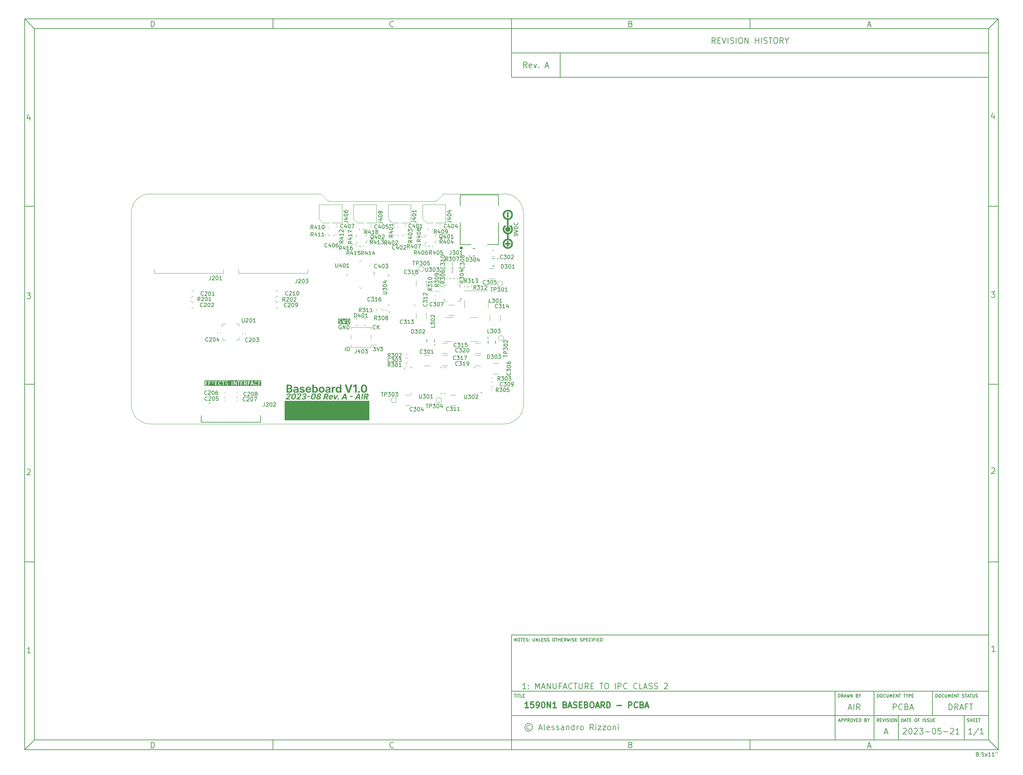
<source format=gbr>
%TF.GenerationSoftware,KiCad,Pcbnew,7.0.7*%
%TF.CreationDate,2023-08-19T17:10:16-04:00*%
%TF.ProjectId,baseboard,62617365-626f-4617-9264-2e6b69636164,A*%
%TF.SameCoordinates,Original*%
%TF.FileFunction,Legend,Top*%
%TF.FilePolarity,Positive*%
%FSLAX46Y46*%
G04 Gerber Fmt 4.6, Leading zero omitted, Abs format (unit mm)*
G04 Created by KiCad (PCBNEW 7.0.7) date 2023-08-19 17:10:16*
%MOMM*%
%LPD*%
G01*
G04 APERTURE LIST*
%ADD10C,0.100000*%
%ADD11C,0.150000*%
%ADD12C,0.300000*%
%ADD13C,0.153000*%
%ADD14C,0.120000*%
%ADD15C,0.127000*%
%ADD16C,0.400000*%
%ADD17C,0.200000*%
%TA.AperFunction,Profile*%
%ADD18C,0.050000*%
%TD*%
G04 APERTURE END LIST*
D10*
D11*
X259813572Y-199154128D02*
X258956429Y-199154128D01*
X259385000Y-199154128D02*
X259385000Y-197654128D01*
X259385000Y-197654128D02*
X259242143Y-197868414D01*
X259242143Y-197868414D02*
X259099286Y-198011271D01*
X259099286Y-198011271D02*
X258956429Y-198082700D01*
X261527857Y-197582700D02*
X260242143Y-199511271D01*
X262813572Y-199154128D02*
X261956429Y-199154128D01*
X262385000Y-199154128D02*
X262385000Y-197654128D01*
X262385000Y-197654128D02*
X262242143Y-197868414D01*
X262242143Y-197868414D02*
X262099286Y-198011271D01*
X262099286Y-198011271D02*
X261956429Y-198082700D01*
D10*
D11*
X140409874Y-188759295D02*
X140867017Y-188759295D01*
X140638445Y-189559295D02*
X140638445Y-188759295D01*
X141133684Y-189559295D02*
X141133684Y-188759295D01*
X141400350Y-188759295D02*
X141857493Y-188759295D01*
X141628921Y-189559295D02*
X141628921Y-188759295D01*
X142505112Y-189559295D02*
X142124160Y-189559295D01*
X142124160Y-189559295D02*
X142124160Y-188759295D01*
X142771779Y-189140247D02*
X143038445Y-189140247D01*
X143152731Y-189559295D02*
X142771779Y-189559295D01*
X142771779Y-189559295D02*
X142771779Y-188759295D01*
X142771779Y-188759295D02*
X143152731Y-188759295D01*
D10*
D11*
X235596303Y-195909295D02*
X235329636Y-195528342D01*
X235139160Y-195909295D02*
X235139160Y-195109295D01*
X235139160Y-195109295D02*
X235443922Y-195109295D01*
X235443922Y-195109295D02*
X235520112Y-195147390D01*
X235520112Y-195147390D02*
X235558207Y-195185485D01*
X235558207Y-195185485D02*
X235596303Y-195261676D01*
X235596303Y-195261676D02*
X235596303Y-195375961D01*
X235596303Y-195375961D02*
X235558207Y-195452152D01*
X235558207Y-195452152D02*
X235520112Y-195490247D01*
X235520112Y-195490247D02*
X235443922Y-195528342D01*
X235443922Y-195528342D02*
X235139160Y-195528342D01*
X235939160Y-195490247D02*
X236205826Y-195490247D01*
X236320112Y-195909295D02*
X235939160Y-195909295D01*
X235939160Y-195909295D02*
X235939160Y-195109295D01*
X235939160Y-195109295D02*
X236320112Y-195109295D01*
X236548684Y-195109295D02*
X236815351Y-195909295D01*
X236815351Y-195909295D02*
X237082017Y-195109295D01*
X237348684Y-195909295D02*
X237348684Y-195109295D01*
X237691540Y-195871200D02*
X237805826Y-195909295D01*
X237805826Y-195909295D02*
X237996302Y-195909295D01*
X237996302Y-195909295D02*
X238072493Y-195871200D01*
X238072493Y-195871200D02*
X238110588Y-195833104D01*
X238110588Y-195833104D02*
X238148683Y-195756914D01*
X238148683Y-195756914D02*
X238148683Y-195680723D01*
X238148683Y-195680723D02*
X238110588Y-195604533D01*
X238110588Y-195604533D02*
X238072493Y-195566438D01*
X238072493Y-195566438D02*
X237996302Y-195528342D01*
X237996302Y-195528342D02*
X237843921Y-195490247D01*
X237843921Y-195490247D02*
X237767731Y-195452152D01*
X237767731Y-195452152D02*
X237729636Y-195414057D01*
X237729636Y-195414057D02*
X237691540Y-195337866D01*
X237691540Y-195337866D02*
X237691540Y-195261676D01*
X237691540Y-195261676D02*
X237729636Y-195185485D01*
X237729636Y-195185485D02*
X237767731Y-195147390D01*
X237767731Y-195147390D02*
X237843921Y-195109295D01*
X237843921Y-195109295D02*
X238034398Y-195109295D01*
X238034398Y-195109295D02*
X238148683Y-195147390D01*
X238491541Y-195909295D02*
X238491541Y-195109295D01*
X239024874Y-195109295D02*
X239177255Y-195109295D01*
X239177255Y-195109295D02*
X239253445Y-195147390D01*
X239253445Y-195147390D02*
X239329636Y-195223580D01*
X239329636Y-195223580D02*
X239367731Y-195375961D01*
X239367731Y-195375961D02*
X239367731Y-195642628D01*
X239367731Y-195642628D02*
X239329636Y-195795009D01*
X239329636Y-195795009D02*
X239253445Y-195871200D01*
X239253445Y-195871200D02*
X239177255Y-195909295D01*
X239177255Y-195909295D02*
X239024874Y-195909295D01*
X239024874Y-195909295D02*
X238948683Y-195871200D01*
X238948683Y-195871200D02*
X238872493Y-195795009D01*
X238872493Y-195795009D02*
X238834397Y-195642628D01*
X238834397Y-195642628D02*
X238834397Y-195375961D01*
X238834397Y-195375961D02*
X238872493Y-195223580D01*
X238872493Y-195223580D02*
X238948683Y-195147390D01*
X238948683Y-195147390D02*
X239024874Y-195109295D01*
X239710588Y-195909295D02*
X239710588Y-195109295D01*
X239710588Y-195109295D02*
X240167731Y-195909295D01*
X240167731Y-195909295D02*
X240167731Y-195109295D01*
D10*
D11*
X241489160Y-195909295D02*
X241489160Y-195109295D01*
X241489160Y-195109295D02*
X241679636Y-195109295D01*
X241679636Y-195109295D02*
X241793922Y-195147390D01*
X241793922Y-195147390D02*
X241870112Y-195223580D01*
X241870112Y-195223580D02*
X241908207Y-195299771D01*
X241908207Y-195299771D02*
X241946303Y-195452152D01*
X241946303Y-195452152D02*
X241946303Y-195566438D01*
X241946303Y-195566438D02*
X241908207Y-195718819D01*
X241908207Y-195718819D02*
X241870112Y-195795009D01*
X241870112Y-195795009D02*
X241793922Y-195871200D01*
X241793922Y-195871200D02*
X241679636Y-195909295D01*
X241679636Y-195909295D02*
X241489160Y-195909295D01*
X242251064Y-195680723D02*
X242632017Y-195680723D01*
X242174874Y-195909295D02*
X242441541Y-195109295D01*
X242441541Y-195109295D02*
X242708207Y-195909295D01*
X242860588Y-195109295D02*
X243317731Y-195109295D01*
X243089159Y-195909295D02*
X243089159Y-195109295D01*
X243584398Y-195490247D02*
X243851064Y-195490247D01*
X243965350Y-195909295D02*
X243584398Y-195909295D01*
X243584398Y-195909295D02*
X243584398Y-195109295D01*
X243584398Y-195109295D02*
X243965350Y-195109295D01*
X245070113Y-195109295D02*
X245222494Y-195109295D01*
X245222494Y-195109295D02*
X245298684Y-195147390D01*
X245298684Y-195147390D02*
X245374875Y-195223580D01*
X245374875Y-195223580D02*
X245412970Y-195375961D01*
X245412970Y-195375961D02*
X245412970Y-195642628D01*
X245412970Y-195642628D02*
X245374875Y-195795009D01*
X245374875Y-195795009D02*
X245298684Y-195871200D01*
X245298684Y-195871200D02*
X245222494Y-195909295D01*
X245222494Y-195909295D02*
X245070113Y-195909295D01*
X245070113Y-195909295D02*
X244993922Y-195871200D01*
X244993922Y-195871200D02*
X244917732Y-195795009D01*
X244917732Y-195795009D02*
X244879636Y-195642628D01*
X244879636Y-195642628D02*
X244879636Y-195375961D01*
X244879636Y-195375961D02*
X244917732Y-195223580D01*
X244917732Y-195223580D02*
X244993922Y-195147390D01*
X244993922Y-195147390D02*
X245070113Y-195109295D01*
X246022493Y-195490247D02*
X245755827Y-195490247D01*
X245755827Y-195909295D02*
X245755827Y-195109295D01*
X245755827Y-195109295D02*
X246136779Y-195109295D01*
X247051065Y-195909295D02*
X247051065Y-195109295D01*
X247393921Y-195871200D02*
X247508207Y-195909295D01*
X247508207Y-195909295D02*
X247698683Y-195909295D01*
X247698683Y-195909295D02*
X247774874Y-195871200D01*
X247774874Y-195871200D02*
X247812969Y-195833104D01*
X247812969Y-195833104D02*
X247851064Y-195756914D01*
X247851064Y-195756914D02*
X247851064Y-195680723D01*
X247851064Y-195680723D02*
X247812969Y-195604533D01*
X247812969Y-195604533D02*
X247774874Y-195566438D01*
X247774874Y-195566438D02*
X247698683Y-195528342D01*
X247698683Y-195528342D02*
X247546302Y-195490247D01*
X247546302Y-195490247D02*
X247470112Y-195452152D01*
X247470112Y-195452152D02*
X247432017Y-195414057D01*
X247432017Y-195414057D02*
X247393921Y-195337866D01*
X247393921Y-195337866D02*
X247393921Y-195261676D01*
X247393921Y-195261676D02*
X247432017Y-195185485D01*
X247432017Y-195185485D02*
X247470112Y-195147390D01*
X247470112Y-195147390D02*
X247546302Y-195109295D01*
X247546302Y-195109295D02*
X247736779Y-195109295D01*
X247736779Y-195109295D02*
X247851064Y-195147390D01*
X248155826Y-195871200D02*
X248270112Y-195909295D01*
X248270112Y-195909295D02*
X248460588Y-195909295D01*
X248460588Y-195909295D02*
X248536779Y-195871200D01*
X248536779Y-195871200D02*
X248574874Y-195833104D01*
X248574874Y-195833104D02*
X248612969Y-195756914D01*
X248612969Y-195756914D02*
X248612969Y-195680723D01*
X248612969Y-195680723D02*
X248574874Y-195604533D01*
X248574874Y-195604533D02*
X248536779Y-195566438D01*
X248536779Y-195566438D02*
X248460588Y-195528342D01*
X248460588Y-195528342D02*
X248308207Y-195490247D01*
X248308207Y-195490247D02*
X248232017Y-195452152D01*
X248232017Y-195452152D02*
X248193922Y-195414057D01*
X248193922Y-195414057D02*
X248155826Y-195337866D01*
X248155826Y-195337866D02*
X248155826Y-195261676D01*
X248155826Y-195261676D02*
X248193922Y-195185485D01*
X248193922Y-195185485D02*
X248232017Y-195147390D01*
X248232017Y-195147390D02*
X248308207Y-195109295D01*
X248308207Y-195109295D02*
X248498684Y-195109295D01*
X248498684Y-195109295D02*
X248612969Y-195147390D01*
X248955827Y-195109295D02*
X248955827Y-195756914D01*
X248955827Y-195756914D02*
X248993922Y-195833104D01*
X248993922Y-195833104D02*
X249032017Y-195871200D01*
X249032017Y-195871200D02*
X249108208Y-195909295D01*
X249108208Y-195909295D02*
X249260589Y-195909295D01*
X249260589Y-195909295D02*
X249336779Y-195871200D01*
X249336779Y-195871200D02*
X249374874Y-195833104D01*
X249374874Y-195833104D02*
X249412970Y-195756914D01*
X249412970Y-195756914D02*
X249412970Y-195109295D01*
X249793922Y-195490247D02*
X250060588Y-195490247D01*
X250174874Y-195909295D02*
X249793922Y-195909295D01*
X249793922Y-195909295D02*
X249793922Y-195109295D01*
X249793922Y-195109295D02*
X250174874Y-195109295D01*
D10*
D11*
X258596064Y-195871200D02*
X258710350Y-195909295D01*
X258710350Y-195909295D02*
X258900826Y-195909295D01*
X258900826Y-195909295D02*
X258977017Y-195871200D01*
X258977017Y-195871200D02*
X259015112Y-195833104D01*
X259015112Y-195833104D02*
X259053207Y-195756914D01*
X259053207Y-195756914D02*
X259053207Y-195680723D01*
X259053207Y-195680723D02*
X259015112Y-195604533D01*
X259015112Y-195604533D02*
X258977017Y-195566438D01*
X258977017Y-195566438D02*
X258900826Y-195528342D01*
X258900826Y-195528342D02*
X258748445Y-195490247D01*
X258748445Y-195490247D02*
X258672255Y-195452152D01*
X258672255Y-195452152D02*
X258634160Y-195414057D01*
X258634160Y-195414057D02*
X258596064Y-195337866D01*
X258596064Y-195337866D02*
X258596064Y-195261676D01*
X258596064Y-195261676D02*
X258634160Y-195185485D01*
X258634160Y-195185485D02*
X258672255Y-195147390D01*
X258672255Y-195147390D02*
X258748445Y-195109295D01*
X258748445Y-195109295D02*
X258938922Y-195109295D01*
X258938922Y-195109295D02*
X259053207Y-195147390D01*
X259396065Y-195909295D02*
X259396065Y-195109295D01*
X259396065Y-195490247D02*
X259853208Y-195490247D01*
X259853208Y-195909295D02*
X259853208Y-195109295D01*
X260234160Y-195490247D02*
X260500826Y-195490247D01*
X260615112Y-195909295D02*
X260234160Y-195909295D01*
X260234160Y-195909295D02*
X260234160Y-195109295D01*
X260234160Y-195109295D02*
X260615112Y-195109295D01*
X260957970Y-195490247D02*
X261224636Y-195490247D01*
X261338922Y-195909295D02*
X260957970Y-195909295D01*
X260957970Y-195909295D02*
X260957970Y-195109295D01*
X260957970Y-195109295D02*
X261338922Y-195109295D01*
X261567494Y-195109295D02*
X262024637Y-195109295D01*
X261796065Y-195909295D02*
X261796065Y-195109295D01*
D10*
D11*
X239299285Y-192804128D02*
X239299285Y-191304128D01*
X239299285Y-191304128D02*
X239870714Y-191304128D01*
X239870714Y-191304128D02*
X240013571Y-191375557D01*
X240013571Y-191375557D02*
X240085000Y-191446985D01*
X240085000Y-191446985D02*
X240156428Y-191589842D01*
X240156428Y-191589842D02*
X240156428Y-191804128D01*
X240156428Y-191804128D02*
X240085000Y-191946985D01*
X240085000Y-191946985D02*
X240013571Y-192018414D01*
X240013571Y-192018414D02*
X239870714Y-192089842D01*
X239870714Y-192089842D02*
X239299285Y-192089842D01*
X241656428Y-192661271D02*
X241585000Y-192732700D01*
X241585000Y-192732700D02*
X241370714Y-192804128D01*
X241370714Y-192804128D02*
X241227857Y-192804128D01*
X241227857Y-192804128D02*
X241013571Y-192732700D01*
X241013571Y-192732700D02*
X240870714Y-192589842D01*
X240870714Y-192589842D02*
X240799285Y-192446985D01*
X240799285Y-192446985D02*
X240727857Y-192161271D01*
X240727857Y-192161271D02*
X240727857Y-191946985D01*
X240727857Y-191946985D02*
X240799285Y-191661271D01*
X240799285Y-191661271D02*
X240870714Y-191518414D01*
X240870714Y-191518414D02*
X241013571Y-191375557D01*
X241013571Y-191375557D02*
X241227857Y-191304128D01*
X241227857Y-191304128D02*
X241370714Y-191304128D01*
X241370714Y-191304128D02*
X241585000Y-191375557D01*
X241585000Y-191375557D02*
X241656428Y-191446985D01*
X242799285Y-192018414D02*
X243013571Y-192089842D01*
X243013571Y-192089842D02*
X243085000Y-192161271D01*
X243085000Y-192161271D02*
X243156428Y-192304128D01*
X243156428Y-192304128D02*
X243156428Y-192518414D01*
X243156428Y-192518414D02*
X243085000Y-192661271D01*
X243085000Y-192661271D02*
X243013571Y-192732700D01*
X243013571Y-192732700D02*
X242870714Y-192804128D01*
X242870714Y-192804128D02*
X242299285Y-192804128D01*
X242299285Y-192804128D02*
X242299285Y-191304128D01*
X242299285Y-191304128D02*
X242799285Y-191304128D01*
X242799285Y-191304128D02*
X242942143Y-191375557D01*
X242942143Y-191375557D02*
X243013571Y-191446985D01*
X243013571Y-191446985D02*
X243085000Y-191589842D01*
X243085000Y-191589842D02*
X243085000Y-191732700D01*
X243085000Y-191732700D02*
X243013571Y-191875557D01*
X243013571Y-191875557D02*
X242942143Y-191946985D01*
X242942143Y-191946985D02*
X242799285Y-192018414D01*
X242799285Y-192018414D02*
X242299285Y-192018414D01*
X243727857Y-192375557D02*
X244442143Y-192375557D01*
X243585000Y-192804128D02*
X244085000Y-191304128D01*
X244085000Y-191304128D02*
X244585000Y-192804128D01*
D10*
D11*
X225068064Y-195680723D02*
X225449017Y-195680723D01*
X224991874Y-195909295D02*
X225258541Y-195109295D01*
X225258541Y-195109295D02*
X225525207Y-195909295D01*
X225791874Y-195909295D02*
X225791874Y-195109295D01*
X225791874Y-195109295D02*
X226096636Y-195109295D01*
X226096636Y-195109295D02*
X226172826Y-195147390D01*
X226172826Y-195147390D02*
X226210921Y-195185485D01*
X226210921Y-195185485D02*
X226249017Y-195261676D01*
X226249017Y-195261676D02*
X226249017Y-195375961D01*
X226249017Y-195375961D02*
X226210921Y-195452152D01*
X226210921Y-195452152D02*
X226172826Y-195490247D01*
X226172826Y-195490247D02*
X226096636Y-195528342D01*
X226096636Y-195528342D02*
X225791874Y-195528342D01*
X226591874Y-195909295D02*
X226591874Y-195109295D01*
X226591874Y-195109295D02*
X226896636Y-195109295D01*
X226896636Y-195109295D02*
X226972826Y-195147390D01*
X226972826Y-195147390D02*
X227010921Y-195185485D01*
X227010921Y-195185485D02*
X227049017Y-195261676D01*
X227049017Y-195261676D02*
X227049017Y-195375961D01*
X227049017Y-195375961D02*
X227010921Y-195452152D01*
X227010921Y-195452152D02*
X226972826Y-195490247D01*
X226972826Y-195490247D02*
X226896636Y-195528342D01*
X226896636Y-195528342D02*
X226591874Y-195528342D01*
X227849017Y-195909295D02*
X227582350Y-195528342D01*
X227391874Y-195909295D02*
X227391874Y-195109295D01*
X227391874Y-195109295D02*
X227696636Y-195109295D01*
X227696636Y-195109295D02*
X227772826Y-195147390D01*
X227772826Y-195147390D02*
X227810921Y-195185485D01*
X227810921Y-195185485D02*
X227849017Y-195261676D01*
X227849017Y-195261676D02*
X227849017Y-195375961D01*
X227849017Y-195375961D02*
X227810921Y-195452152D01*
X227810921Y-195452152D02*
X227772826Y-195490247D01*
X227772826Y-195490247D02*
X227696636Y-195528342D01*
X227696636Y-195528342D02*
X227391874Y-195528342D01*
X228344255Y-195109295D02*
X228496636Y-195109295D01*
X228496636Y-195109295D02*
X228572826Y-195147390D01*
X228572826Y-195147390D02*
X228649017Y-195223580D01*
X228649017Y-195223580D02*
X228687112Y-195375961D01*
X228687112Y-195375961D02*
X228687112Y-195642628D01*
X228687112Y-195642628D02*
X228649017Y-195795009D01*
X228649017Y-195795009D02*
X228572826Y-195871200D01*
X228572826Y-195871200D02*
X228496636Y-195909295D01*
X228496636Y-195909295D02*
X228344255Y-195909295D01*
X228344255Y-195909295D02*
X228268064Y-195871200D01*
X228268064Y-195871200D02*
X228191874Y-195795009D01*
X228191874Y-195795009D02*
X228153778Y-195642628D01*
X228153778Y-195642628D02*
X228153778Y-195375961D01*
X228153778Y-195375961D02*
X228191874Y-195223580D01*
X228191874Y-195223580D02*
X228268064Y-195147390D01*
X228268064Y-195147390D02*
X228344255Y-195109295D01*
X228915683Y-195109295D02*
X229182350Y-195909295D01*
X229182350Y-195909295D02*
X229449016Y-195109295D01*
X229715683Y-195490247D02*
X229982349Y-195490247D01*
X230096635Y-195909295D02*
X229715683Y-195909295D01*
X229715683Y-195909295D02*
X229715683Y-195109295D01*
X229715683Y-195109295D02*
X230096635Y-195109295D01*
X230439493Y-195909295D02*
X230439493Y-195109295D01*
X230439493Y-195109295D02*
X230629969Y-195109295D01*
X230629969Y-195109295D02*
X230744255Y-195147390D01*
X230744255Y-195147390D02*
X230820445Y-195223580D01*
X230820445Y-195223580D02*
X230858540Y-195299771D01*
X230858540Y-195299771D02*
X230896636Y-195452152D01*
X230896636Y-195452152D02*
X230896636Y-195566438D01*
X230896636Y-195566438D02*
X230858540Y-195718819D01*
X230858540Y-195718819D02*
X230820445Y-195795009D01*
X230820445Y-195795009D02*
X230744255Y-195871200D01*
X230744255Y-195871200D02*
X230629969Y-195909295D01*
X230629969Y-195909295D02*
X230439493Y-195909295D01*
X232115683Y-195490247D02*
X232229969Y-195528342D01*
X232229969Y-195528342D02*
X232268064Y-195566438D01*
X232268064Y-195566438D02*
X232306160Y-195642628D01*
X232306160Y-195642628D02*
X232306160Y-195756914D01*
X232306160Y-195756914D02*
X232268064Y-195833104D01*
X232268064Y-195833104D02*
X232229969Y-195871200D01*
X232229969Y-195871200D02*
X232153779Y-195909295D01*
X232153779Y-195909295D02*
X231849017Y-195909295D01*
X231849017Y-195909295D02*
X231849017Y-195109295D01*
X231849017Y-195109295D02*
X232115683Y-195109295D01*
X232115683Y-195109295D02*
X232191874Y-195147390D01*
X232191874Y-195147390D02*
X232229969Y-195185485D01*
X232229969Y-195185485D02*
X232268064Y-195261676D01*
X232268064Y-195261676D02*
X232268064Y-195337866D01*
X232268064Y-195337866D02*
X232229969Y-195414057D01*
X232229969Y-195414057D02*
X232191874Y-195452152D01*
X232191874Y-195452152D02*
X232115683Y-195490247D01*
X232115683Y-195490247D02*
X231849017Y-195490247D01*
X232801398Y-195528342D02*
X232801398Y-195909295D01*
X232534731Y-195109295D02*
X232801398Y-195528342D01*
X232801398Y-195528342D02*
X233068064Y-195109295D01*
D10*
D11*
X144445112Y-196918271D02*
X144302255Y-196846842D01*
X144302255Y-196846842D02*
X144016541Y-196846842D01*
X144016541Y-196846842D02*
X143873684Y-196918271D01*
X143873684Y-196918271D02*
X143730826Y-197061128D01*
X143730826Y-197061128D02*
X143659398Y-197203985D01*
X143659398Y-197203985D02*
X143659398Y-197489700D01*
X143659398Y-197489700D02*
X143730826Y-197632557D01*
X143730826Y-197632557D02*
X143873684Y-197775414D01*
X143873684Y-197775414D02*
X144016541Y-197846842D01*
X144016541Y-197846842D02*
X144302255Y-197846842D01*
X144302255Y-197846842D02*
X144445112Y-197775414D01*
X144159398Y-196346842D02*
X143802255Y-196418271D01*
X143802255Y-196418271D02*
X143445112Y-196632557D01*
X143445112Y-196632557D02*
X143230826Y-196989700D01*
X143230826Y-196989700D02*
X143159398Y-197346842D01*
X143159398Y-197346842D02*
X143230826Y-197703985D01*
X143230826Y-197703985D02*
X143445112Y-198061128D01*
X143445112Y-198061128D02*
X143802255Y-198275414D01*
X143802255Y-198275414D02*
X144159398Y-198346842D01*
X144159398Y-198346842D02*
X144516541Y-198275414D01*
X144516541Y-198275414D02*
X144873684Y-198061128D01*
X144873684Y-198061128D02*
X145087969Y-197703985D01*
X145087969Y-197703985D02*
X145159398Y-197346842D01*
X145159398Y-197346842D02*
X145087969Y-196989700D01*
X145087969Y-196989700D02*
X144873684Y-196632557D01*
X144873684Y-196632557D02*
X144516541Y-196418271D01*
X144516541Y-196418271D02*
X144159398Y-196346842D01*
X146873684Y-197632557D02*
X147587970Y-197632557D01*
X146730827Y-198061128D02*
X147230827Y-196561128D01*
X147230827Y-196561128D02*
X147730827Y-198061128D01*
X148445112Y-198061128D02*
X148302255Y-197989700D01*
X148302255Y-197989700D02*
X148230826Y-197846842D01*
X148230826Y-197846842D02*
X148230826Y-196561128D01*
X149587969Y-197989700D02*
X149445112Y-198061128D01*
X149445112Y-198061128D02*
X149159398Y-198061128D01*
X149159398Y-198061128D02*
X149016540Y-197989700D01*
X149016540Y-197989700D02*
X148945112Y-197846842D01*
X148945112Y-197846842D02*
X148945112Y-197275414D01*
X148945112Y-197275414D02*
X149016540Y-197132557D01*
X149016540Y-197132557D02*
X149159398Y-197061128D01*
X149159398Y-197061128D02*
X149445112Y-197061128D01*
X149445112Y-197061128D02*
X149587969Y-197132557D01*
X149587969Y-197132557D02*
X149659398Y-197275414D01*
X149659398Y-197275414D02*
X149659398Y-197418271D01*
X149659398Y-197418271D02*
X148945112Y-197561128D01*
X150230826Y-197989700D02*
X150373683Y-198061128D01*
X150373683Y-198061128D02*
X150659397Y-198061128D01*
X150659397Y-198061128D02*
X150802254Y-197989700D01*
X150802254Y-197989700D02*
X150873683Y-197846842D01*
X150873683Y-197846842D02*
X150873683Y-197775414D01*
X150873683Y-197775414D02*
X150802254Y-197632557D01*
X150802254Y-197632557D02*
X150659397Y-197561128D01*
X150659397Y-197561128D02*
X150445112Y-197561128D01*
X150445112Y-197561128D02*
X150302254Y-197489700D01*
X150302254Y-197489700D02*
X150230826Y-197346842D01*
X150230826Y-197346842D02*
X150230826Y-197275414D01*
X150230826Y-197275414D02*
X150302254Y-197132557D01*
X150302254Y-197132557D02*
X150445112Y-197061128D01*
X150445112Y-197061128D02*
X150659397Y-197061128D01*
X150659397Y-197061128D02*
X150802254Y-197132557D01*
X151445112Y-197989700D02*
X151587969Y-198061128D01*
X151587969Y-198061128D02*
X151873683Y-198061128D01*
X151873683Y-198061128D02*
X152016540Y-197989700D01*
X152016540Y-197989700D02*
X152087969Y-197846842D01*
X152087969Y-197846842D02*
X152087969Y-197775414D01*
X152087969Y-197775414D02*
X152016540Y-197632557D01*
X152016540Y-197632557D02*
X151873683Y-197561128D01*
X151873683Y-197561128D02*
X151659398Y-197561128D01*
X151659398Y-197561128D02*
X151516540Y-197489700D01*
X151516540Y-197489700D02*
X151445112Y-197346842D01*
X151445112Y-197346842D02*
X151445112Y-197275414D01*
X151445112Y-197275414D02*
X151516540Y-197132557D01*
X151516540Y-197132557D02*
X151659398Y-197061128D01*
X151659398Y-197061128D02*
X151873683Y-197061128D01*
X151873683Y-197061128D02*
X152016540Y-197132557D01*
X153373684Y-198061128D02*
X153373684Y-197275414D01*
X153373684Y-197275414D02*
X153302255Y-197132557D01*
X153302255Y-197132557D02*
X153159398Y-197061128D01*
X153159398Y-197061128D02*
X152873684Y-197061128D01*
X152873684Y-197061128D02*
X152730826Y-197132557D01*
X153373684Y-197989700D02*
X153230826Y-198061128D01*
X153230826Y-198061128D02*
X152873684Y-198061128D01*
X152873684Y-198061128D02*
X152730826Y-197989700D01*
X152730826Y-197989700D02*
X152659398Y-197846842D01*
X152659398Y-197846842D02*
X152659398Y-197703985D01*
X152659398Y-197703985D02*
X152730826Y-197561128D01*
X152730826Y-197561128D02*
X152873684Y-197489700D01*
X152873684Y-197489700D02*
X153230826Y-197489700D01*
X153230826Y-197489700D02*
X153373684Y-197418271D01*
X154087969Y-197061128D02*
X154087969Y-198061128D01*
X154087969Y-197203985D02*
X154159398Y-197132557D01*
X154159398Y-197132557D02*
X154302255Y-197061128D01*
X154302255Y-197061128D02*
X154516541Y-197061128D01*
X154516541Y-197061128D02*
X154659398Y-197132557D01*
X154659398Y-197132557D02*
X154730827Y-197275414D01*
X154730827Y-197275414D02*
X154730827Y-198061128D01*
X156087970Y-198061128D02*
X156087970Y-196561128D01*
X156087970Y-197989700D02*
X155945112Y-198061128D01*
X155945112Y-198061128D02*
X155659398Y-198061128D01*
X155659398Y-198061128D02*
X155516541Y-197989700D01*
X155516541Y-197989700D02*
X155445112Y-197918271D01*
X155445112Y-197918271D02*
X155373684Y-197775414D01*
X155373684Y-197775414D02*
X155373684Y-197346842D01*
X155373684Y-197346842D02*
X155445112Y-197203985D01*
X155445112Y-197203985D02*
X155516541Y-197132557D01*
X155516541Y-197132557D02*
X155659398Y-197061128D01*
X155659398Y-197061128D02*
X155945112Y-197061128D01*
X155945112Y-197061128D02*
X156087970Y-197132557D01*
X156802255Y-198061128D02*
X156802255Y-197061128D01*
X156802255Y-197346842D02*
X156873684Y-197203985D01*
X156873684Y-197203985D02*
X156945113Y-197132557D01*
X156945113Y-197132557D02*
X157087970Y-197061128D01*
X157087970Y-197061128D02*
X157230827Y-197061128D01*
X157945112Y-198061128D02*
X157802255Y-197989700D01*
X157802255Y-197989700D02*
X157730826Y-197918271D01*
X157730826Y-197918271D02*
X157659398Y-197775414D01*
X157659398Y-197775414D02*
X157659398Y-197346842D01*
X157659398Y-197346842D02*
X157730826Y-197203985D01*
X157730826Y-197203985D02*
X157802255Y-197132557D01*
X157802255Y-197132557D02*
X157945112Y-197061128D01*
X157945112Y-197061128D02*
X158159398Y-197061128D01*
X158159398Y-197061128D02*
X158302255Y-197132557D01*
X158302255Y-197132557D02*
X158373684Y-197203985D01*
X158373684Y-197203985D02*
X158445112Y-197346842D01*
X158445112Y-197346842D02*
X158445112Y-197775414D01*
X158445112Y-197775414D02*
X158373684Y-197918271D01*
X158373684Y-197918271D02*
X158302255Y-197989700D01*
X158302255Y-197989700D02*
X158159398Y-198061128D01*
X158159398Y-198061128D02*
X157945112Y-198061128D01*
X161087969Y-198061128D02*
X160587969Y-197346842D01*
X160230826Y-198061128D02*
X160230826Y-196561128D01*
X160230826Y-196561128D02*
X160802255Y-196561128D01*
X160802255Y-196561128D02*
X160945112Y-196632557D01*
X160945112Y-196632557D02*
X161016541Y-196703985D01*
X161016541Y-196703985D02*
X161087969Y-196846842D01*
X161087969Y-196846842D02*
X161087969Y-197061128D01*
X161087969Y-197061128D02*
X161016541Y-197203985D01*
X161016541Y-197203985D02*
X160945112Y-197275414D01*
X160945112Y-197275414D02*
X160802255Y-197346842D01*
X160802255Y-197346842D02*
X160230826Y-197346842D01*
X161730826Y-198061128D02*
X161730826Y-197061128D01*
X161730826Y-196561128D02*
X161659398Y-196632557D01*
X161659398Y-196632557D02*
X161730826Y-196703985D01*
X161730826Y-196703985D02*
X161802255Y-196632557D01*
X161802255Y-196632557D02*
X161730826Y-196561128D01*
X161730826Y-196561128D02*
X161730826Y-196703985D01*
X162302255Y-197061128D02*
X163087970Y-197061128D01*
X163087970Y-197061128D02*
X162302255Y-198061128D01*
X162302255Y-198061128D02*
X163087970Y-198061128D01*
X163516541Y-197061128D02*
X164302256Y-197061128D01*
X164302256Y-197061128D02*
X163516541Y-198061128D01*
X163516541Y-198061128D02*
X164302256Y-198061128D01*
X165087970Y-198061128D02*
X164945113Y-197989700D01*
X164945113Y-197989700D02*
X164873684Y-197918271D01*
X164873684Y-197918271D02*
X164802256Y-197775414D01*
X164802256Y-197775414D02*
X164802256Y-197346842D01*
X164802256Y-197346842D02*
X164873684Y-197203985D01*
X164873684Y-197203985D02*
X164945113Y-197132557D01*
X164945113Y-197132557D02*
X165087970Y-197061128D01*
X165087970Y-197061128D02*
X165302256Y-197061128D01*
X165302256Y-197061128D02*
X165445113Y-197132557D01*
X165445113Y-197132557D02*
X165516542Y-197203985D01*
X165516542Y-197203985D02*
X165587970Y-197346842D01*
X165587970Y-197346842D02*
X165587970Y-197775414D01*
X165587970Y-197775414D02*
X165516542Y-197918271D01*
X165516542Y-197918271D02*
X165445113Y-197989700D01*
X165445113Y-197989700D02*
X165302256Y-198061128D01*
X165302256Y-198061128D02*
X165087970Y-198061128D01*
X166230827Y-197061128D02*
X166230827Y-198061128D01*
X166230827Y-197203985D02*
X166302256Y-197132557D01*
X166302256Y-197132557D02*
X166445113Y-197061128D01*
X166445113Y-197061128D02*
X166659399Y-197061128D01*
X166659399Y-197061128D02*
X166802256Y-197132557D01*
X166802256Y-197132557D02*
X166873685Y-197275414D01*
X166873685Y-197275414D02*
X166873685Y-198061128D01*
X167587970Y-198061128D02*
X167587970Y-197061128D01*
X167587970Y-196561128D02*
X167516542Y-196632557D01*
X167516542Y-196632557D02*
X167587970Y-196703985D01*
X167587970Y-196703985D02*
X167659399Y-196632557D01*
X167659399Y-196632557D02*
X167587970Y-196561128D01*
X167587970Y-196561128D02*
X167587970Y-196703985D01*
D10*
D11*
X227670714Y-192375557D02*
X228385000Y-192375557D01*
X227527857Y-192804128D02*
X228027857Y-191304128D01*
X228027857Y-191304128D02*
X228527857Y-192804128D01*
X229027856Y-192804128D02*
X229027856Y-191304128D01*
X230599285Y-192804128D02*
X230099285Y-192089842D01*
X229742142Y-192804128D02*
X229742142Y-191304128D01*
X229742142Y-191304128D02*
X230313571Y-191304128D01*
X230313571Y-191304128D02*
X230456428Y-191375557D01*
X230456428Y-191375557D02*
X230527857Y-191446985D01*
X230527857Y-191446985D02*
X230599285Y-191589842D01*
X230599285Y-191589842D02*
X230599285Y-191804128D01*
X230599285Y-191804128D02*
X230527857Y-191946985D01*
X230527857Y-191946985D02*
X230456428Y-192018414D01*
X230456428Y-192018414D02*
X230313571Y-192089842D01*
X230313571Y-192089842D02*
X229742142Y-192089842D01*
D10*
D11*
D10*
D11*
X250379160Y-189559295D02*
X250379160Y-188759295D01*
X250379160Y-188759295D02*
X250569636Y-188759295D01*
X250569636Y-188759295D02*
X250683922Y-188797390D01*
X250683922Y-188797390D02*
X250760112Y-188873580D01*
X250760112Y-188873580D02*
X250798207Y-188949771D01*
X250798207Y-188949771D02*
X250836303Y-189102152D01*
X250836303Y-189102152D02*
X250836303Y-189216438D01*
X250836303Y-189216438D02*
X250798207Y-189368819D01*
X250798207Y-189368819D02*
X250760112Y-189445009D01*
X250760112Y-189445009D02*
X250683922Y-189521200D01*
X250683922Y-189521200D02*
X250569636Y-189559295D01*
X250569636Y-189559295D02*
X250379160Y-189559295D01*
X251331541Y-188759295D02*
X251483922Y-188759295D01*
X251483922Y-188759295D02*
X251560112Y-188797390D01*
X251560112Y-188797390D02*
X251636303Y-188873580D01*
X251636303Y-188873580D02*
X251674398Y-189025961D01*
X251674398Y-189025961D02*
X251674398Y-189292628D01*
X251674398Y-189292628D02*
X251636303Y-189445009D01*
X251636303Y-189445009D02*
X251560112Y-189521200D01*
X251560112Y-189521200D02*
X251483922Y-189559295D01*
X251483922Y-189559295D02*
X251331541Y-189559295D01*
X251331541Y-189559295D02*
X251255350Y-189521200D01*
X251255350Y-189521200D02*
X251179160Y-189445009D01*
X251179160Y-189445009D02*
X251141064Y-189292628D01*
X251141064Y-189292628D02*
X251141064Y-189025961D01*
X251141064Y-189025961D02*
X251179160Y-188873580D01*
X251179160Y-188873580D02*
X251255350Y-188797390D01*
X251255350Y-188797390D02*
X251331541Y-188759295D01*
X252474398Y-189483104D02*
X252436302Y-189521200D01*
X252436302Y-189521200D02*
X252322017Y-189559295D01*
X252322017Y-189559295D02*
X252245826Y-189559295D01*
X252245826Y-189559295D02*
X252131540Y-189521200D01*
X252131540Y-189521200D02*
X252055350Y-189445009D01*
X252055350Y-189445009D02*
X252017255Y-189368819D01*
X252017255Y-189368819D02*
X251979159Y-189216438D01*
X251979159Y-189216438D02*
X251979159Y-189102152D01*
X251979159Y-189102152D02*
X252017255Y-188949771D01*
X252017255Y-188949771D02*
X252055350Y-188873580D01*
X252055350Y-188873580D02*
X252131540Y-188797390D01*
X252131540Y-188797390D02*
X252245826Y-188759295D01*
X252245826Y-188759295D02*
X252322017Y-188759295D01*
X252322017Y-188759295D02*
X252436302Y-188797390D01*
X252436302Y-188797390D02*
X252474398Y-188835485D01*
X252817255Y-188759295D02*
X252817255Y-189406914D01*
X252817255Y-189406914D02*
X252855350Y-189483104D01*
X252855350Y-189483104D02*
X252893445Y-189521200D01*
X252893445Y-189521200D02*
X252969636Y-189559295D01*
X252969636Y-189559295D02*
X253122017Y-189559295D01*
X253122017Y-189559295D02*
X253198207Y-189521200D01*
X253198207Y-189521200D02*
X253236302Y-189483104D01*
X253236302Y-189483104D02*
X253274398Y-189406914D01*
X253274398Y-189406914D02*
X253274398Y-188759295D01*
X253655350Y-189559295D02*
X253655350Y-188759295D01*
X253655350Y-188759295D02*
X253922016Y-189330723D01*
X253922016Y-189330723D02*
X254188683Y-188759295D01*
X254188683Y-188759295D02*
X254188683Y-189559295D01*
X254569636Y-189140247D02*
X254836302Y-189140247D01*
X254950588Y-189559295D02*
X254569636Y-189559295D01*
X254569636Y-189559295D02*
X254569636Y-188759295D01*
X254569636Y-188759295D02*
X254950588Y-188759295D01*
X255293446Y-189559295D02*
X255293446Y-188759295D01*
X255293446Y-188759295D02*
X255750589Y-189559295D01*
X255750589Y-189559295D02*
X255750589Y-188759295D01*
X256017255Y-188759295D02*
X256474398Y-188759295D01*
X256245826Y-189559295D02*
X256245826Y-188759295D01*
X257312493Y-189521200D02*
X257426779Y-189559295D01*
X257426779Y-189559295D02*
X257617255Y-189559295D01*
X257617255Y-189559295D02*
X257693446Y-189521200D01*
X257693446Y-189521200D02*
X257731541Y-189483104D01*
X257731541Y-189483104D02*
X257769636Y-189406914D01*
X257769636Y-189406914D02*
X257769636Y-189330723D01*
X257769636Y-189330723D02*
X257731541Y-189254533D01*
X257731541Y-189254533D02*
X257693446Y-189216438D01*
X257693446Y-189216438D02*
X257617255Y-189178342D01*
X257617255Y-189178342D02*
X257464874Y-189140247D01*
X257464874Y-189140247D02*
X257388684Y-189102152D01*
X257388684Y-189102152D02*
X257350589Y-189064057D01*
X257350589Y-189064057D02*
X257312493Y-188987866D01*
X257312493Y-188987866D02*
X257312493Y-188911676D01*
X257312493Y-188911676D02*
X257350589Y-188835485D01*
X257350589Y-188835485D02*
X257388684Y-188797390D01*
X257388684Y-188797390D02*
X257464874Y-188759295D01*
X257464874Y-188759295D02*
X257655351Y-188759295D01*
X257655351Y-188759295D02*
X257769636Y-188797390D01*
X257998208Y-188759295D02*
X258455351Y-188759295D01*
X258226779Y-189559295D02*
X258226779Y-188759295D01*
X258683922Y-189330723D02*
X259064875Y-189330723D01*
X258607732Y-189559295D02*
X258874399Y-188759295D01*
X258874399Y-188759295D02*
X259141065Y-189559295D01*
X259293446Y-188759295D02*
X259750589Y-188759295D01*
X259522017Y-189559295D02*
X259522017Y-188759295D01*
X260017256Y-188759295D02*
X260017256Y-189406914D01*
X260017256Y-189406914D02*
X260055351Y-189483104D01*
X260055351Y-189483104D02*
X260093446Y-189521200D01*
X260093446Y-189521200D02*
X260169637Y-189559295D01*
X260169637Y-189559295D02*
X260322018Y-189559295D01*
X260322018Y-189559295D02*
X260398208Y-189521200D01*
X260398208Y-189521200D02*
X260436303Y-189483104D01*
X260436303Y-189483104D02*
X260474399Y-189406914D01*
X260474399Y-189406914D02*
X260474399Y-188759295D01*
X260817255Y-189521200D02*
X260931541Y-189559295D01*
X260931541Y-189559295D02*
X261122017Y-189559295D01*
X261122017Y-189559295D02*
X261198208Y-189521200D01*
X261198208Y-189521200D02*
X261236303Y-189483104D01*
X261236303Y-189483104D02*
X261274398Y-189406914D01*
X261274398Y-189406914D02*
X261274398Y-189330723D01*
X261274398Y-189330723D02*
X261236303Y-189254533D01*
X261236303Y-189254533D02*
X261198208Y-189216438D01*
X261198208Y-189216438D02*
X261122017Y-189178342D01*
X261122017Y-189178342D02*
X260969636Y-189140247D01*
X260969636Y-189140247D02*
X260893446Y-189102152D01*
X260893446Y-189102152D02*
X260855351Y-189064057D01*
X260855351Y-189064057D02*
X260817255Y-188987866D01*
X260817255Y-188987866D02*
X260817255Y-188911676D01*
X260817255Y-188911676D02*
X260855351Y-188835485D01*
X260855351Y-188835485D02*
X260893446Y-188797390D01*
X260893446Y-188797390D02*
X260969636Y-188759295D01*
X260969636Y-188759295D02*
X261160113Y-188759295D01*
X261160113Y-188759295D02*
X261274398Y-188797390D01*
D10*
D11*
X224979160Y-189559295D02*
X224979160Y-188759295D01*
X224979160Y-188759295D02*
X225169636Y-188759295D01*
X225169636Y-188759295D02*
X225283922Y-188797390D01*
X225283922Y-188797390D02*
X225360112Y-188873580D01*
X225360112Y-188873580D02*
X225398207Y-188949771D01*
X225398207Y-188949771D02*
X225436303Y-189102152D01*
X225436303Y-189102152D02*
X225436303Y-189216438D01*
X225436303Y-189216438D02*
X225398207Y-189368819D01*
X225398207Y-189368819D02*
X225360112Y-189445009D01*
X225360112Y-189445009D02*
X225283922Y-189521200D01*
X225283922Y-189521200D02*
X225169636Y-189559295D01*
X225169636Y-189559295D02*
X224979160Y-189559295D01*
X226236303Y-189559295D02*
X225969636Y-189178342D01*
X225779160Y-189559295D02*
X225779160Y-188759295D01*
X225779160Y-188759295D02*
X226083922Y-188759295D01*
X226083922Y-188759295D02*
X226160112Y-188797390D01*
X226160112Y-188797390D02*
X226198207Y-188835485D01*
X226198207Y-188835485D02*
X226236303Y-188911676D01*
X226236303Y-188911676D02*
X226236303Y-189025961D01*
X226236303Y-189025961D02*
X226198207Y-189102152D01*
X226198207Y-189102152D02*
X226160112Y-189140247D01*
X226160112Y-189140247D02*
X226083922Y-189178342D01*
X226083922Y-189178342D02*
X225779160Y-189178342D01*
X226541064Y-189330723D02*
X226922017Y-189330723D01*
X226464874Y-189559295D02*
X226731541Y-188759295D01*
X226731541Y-188759295D02*
X226998207Y-189559295D01*
X227188683Y-188759295D02*
X227379159Y-189559295D01*
X227379159Y-189559295D02*
X227531540Y-188987866D01*
X227531540Y-188987866D02*
X227683921Y-189559295D01*
X227683921Y-189559295D02*
X227874398Y-188759295D01*
X228179160Y-189559295D02*
X228179160Y-188759295D01*
X228179160Y-188759295D02*
X228636303Y-189559295D01*
X228636303Y-189559295D02*
X228636303Y-188759295D01*
X229893445Y-189140247D02*
X230007731Y-189178342D01*
X230007731Y-189178342D02*
X230045826Y-189216438D01*
X230045826Y-189216438D02*
X230083922Y-189292628D01*
X230083922Y-189292628D02*
X230083922Y-189406914D01*
X230083922Y-189406914D02*
X230045826Y-189483104D01*
X230045826Y-189483104D02*
X230007731Y-189521200D01*
X230007731Y-189521200D02*
X229931541Y-189559295D01*
X229931541Y-189559295D02*
X229626779Y-189559295D01*
X229626779Y-189559295D02*
X229626779Y-188759295D01*
X229626779Y-188759295D02*
X229893445Y-188759295D01*
X229893445Y-188759295D02*
X229969636Y-188797390D01*
X229969636Y-188797390D02*
X230007731Y-188835485D01*
X230007731Y-188835485D02*
X230045826Y-188911676D01*
X230045826Y-188911676D02*
X230045826Y-188987866D01*
X230045826Y-188987866D02*
X230007731Y-189064057D01*
X230007731Y-189064057D02*
X229969636Y-189102152D01*
X229969636Y-189102152D02*
X229893445Y-189140247D01*
X229893445Y-189140247D02*
X229626779Y-189140247D01*
X230579160Y-189178342D02*
X230579160Y-189559295D01*
X230312493Y-188759295D02*
X230579160Y-189178342D01*
X230579160Y-189178342D02*
X230845826Y-188759295D01*
D10*
D11*
X235139160Y-189559295D02*
X235139160Y-188759295D01*
X235139160Y-188759295D02*
X235329636Y-188759295D01*
X235329636Y-188759295D02*
X235443922Y-188797390D01*
X235443922Y-188797390D02*
X235520112Y-188873580D01*
X235520112Y-188873580D02*
X235558207Y-188949771D01*
X235558207Y-188949771D02*
X235596303Y-189102152D01*
X235596303Y-189102152D02*
X235596303Y-189216438D01*
X235596303Y-189216438D02*
X235558207Y-189368819D01*
X235558207Y-189368819D02*
X235520112Y-189445009D01*
X235520112Y-189445009D02*
X235443922Y-189521200D01*
X235443922Y-189521200D02*
X235329636Y-189559295D01*
X235329636Y-189559295D02*
X235139160Y-189559295D01*
X236091541Y-188759295D02*
X236243922Y-188759295D01*
X236243922Y-188759295D02*
X236320112Y-188797390D01*
X236320112Y-188797390D02*
X236396303Y-188873580D01*
X236396303Y-188873580D02*
X236434398Y-189025961D01*
X236434398Y-189025961D02*
X236434398Y-189292628D01*
X236434398Y-189292628D02*
X236396303Y-189445009D01*
X236396303Y-189445009D02*
X236320112Y-189521200D01*
X236320112Y-189521200D02*
X236243922Y-189559295D01*
X236243922Y-189559295D02*
X236091541Y-189559295D01*
X236091541Y-189559295D02*
X236015350Y-189521200D01*
X236015350Y-189521200D02*
X235939160Y-189445009D01*
X235939160Y-189445009D02*
X235901064Y-189292628D01*
X235901064Y-189292628D02*
X235901064Y-189025961D01*
X235901064Y-189025961D02*
X235939160Y-188873580D01*
X235939160Y-188873580D02*
X236015350Y-188797390D01*
X236015350Y-188797390D02*
X236091541Y-188759295D01*
X237234398Y-189483104D02*
X237196302Y-189521200D01*
X237196302Y-189521200D02*
X237082017Y-189559295D01*
X237082017Y-189559295D02*
X237005826Y-189559295D01*
X237005826Y-189559295D02*
X236891540Y-189521200D01*
X236891540Y-189521200D02*
X236815350Y-189445009D01*
X236815350Y-189445009D02*
X236777255Y-189368819D01*
X236777255Y-189368819D02*
X236739159Y-189216438D01*
X236739159Y-189216438D02*
X236739159Y-189102152D01*
X236739159Y-189102152D02*
X236777255Y-188949771D01*
X236777255Y-188949771D02*
X236815350Y-188873580D01*
X236815350Y-188873580D02*
X236891540Y-188797390D01*
X236891540Y-188797390D02*
X237005826Y-188759295D01*
X237005826Y-188759295D02*
X237082017Y-188759295D01*
X237082017Y-188759295D02*
X237196302Y-188797390D01*
X237196302Y-188797390D02*
X237234398Y-188835485D01*
X237577255Y-188759295D02*
X237577255Y-189406914D01*
X237577255Y-189406914D02*
X237615350Y-189483104D01*
X237615350Y-189483104D02*
X237653445Y-189521200D01*
X237653445Y-189521200D02*
X237729636Y-189559295D01*
X237729636Y-189559295D02*
X237882017Y-189559295D01*
X237882017Y-189559295D02*
X237958207Y-189521200D01*
X237958207Y-189521200D02*
X237996302Y-189483104D01*
X237996302Y-189483104D02*
X238034398Y-189406914D01*
X238034398Y-189406914D02*
X238034398Y-188759295D01*
X238415350Y-189559295D02*
X238415350Y-188759295D01*
X238415350Y-188759295D02*
X238682016Y-189330723D01*
X238682016Y-189330723D02*
X238948683Y-188759295D01*
X238948683Y-188759295D02*
X238948683Y-189559295D01*
X239329636Y-189140247D02*
X239596302Y-189140247D01*
X239710588Y-189559295D02*
X239329636Y-189559295D01*
X239329636Y-189559295D02*
X239329636Y-188759295D01*
X239329636Y-188759295D02*
X239710588Y-188759295D01*
X240053446Y-189559295D02*
X240053446Y-188759295D01*
X240053446Y-188759295D02*
X240510589Y-189559295D01*
X240510589Y-189559295D02*
X240510589Y-188759295D01*
X240777255Y-188759295D02*
X241234398Y-188759295D01*
X241005826Y-189559295D02*
X241005826Y-188759295D01*
X241996303Y-188759295D02*
X242453446Y-188759295D01*
X242224874Y-189559295D02*
X242224874Y-188759295D01*
X242872494Y-189178342D02*
X242872494Y-189559295D01*
X242605827Y-188759295D02*
X242872494Y-189178342D01*
X242872494Y-189178342D02*
X243139160Y-188759295D01*
X243405827Y-189559295D02*
X243405827Y-188759295D01*
X243405827Y-188759295D02*
X243710589Y-188759295D01*
X243710589Y-188759295D02*
X243786779Y-188797390D01*
X243786779Y-188797390D02*
X243824874Y-188835485D01*
X243824874Y-188835485D02*
X243862970Y-188911676D01*
X243862970Y-188911676D02*
X243862970Y-189025961D01*
X243862970Y-189025961D02*
X243824874Y-189102152D01*
X243824874Y-189102152D02*
X243786779Y-189140247D01*
X243786779Y-189140247D02*
X243710589Y-189178342D01*
X243710589Y-189178342D02*
X243405827Y-189178342D01*
X244205827Y-189140247D02*
X244472493Y-189140247D01*
X244586779Y-189559295D02*
X244205827Y-189559295D01*
X244205827Y-189559295D02*
X244205827Y-188759295D01*
X244205827Y-188759295D02*
X244586779Y-188759295D01*
D10*
D11*
X253821000Y-192804128D02*
X253821000Y-191304128D01*
X253821000Y-191304128D02*
X254178143Y-191304128D01*
X254178143Y-191304128D02*
X254392429Y-191375557D01*
X254392429Y-191375557D02*
X254535286Y-191518414D01*
X254535286Y-191518414D02*
X254606715Y-191661271D01*
X254606715Y-191661271D02*
X254678143Y-191946985D01*
X254678143Y-191946985D02*
X254678143Y-192161271D01*
X254678143Y-192161271D02*
X254606715Y-192446985D01*
X254606715Y-192446985D02*
X254535286Y-192589842D01*
X254535286Y-192589842D02*
X254392429Y-192732700D01*
X254392429Y-192732700D02*
X254178143Y-192804128D01*
X254178143Y-192804128D02*
X253821000Y-192804128D01*
X256178143Y-192804128D02*
X255678143Y-192089842D01*
X255321000Y-192804128D02*
X255321000Y-191304128D01*
X255321000Y-191304128D02*
X255892429Y-191304128D01*
X255892429Y-191304128D02*
X256035286Y-191375557D01*
X256035286Y-191375557D02*
X256106715Y-191446985D01*
X256106715Y-191446985D02*
X256178143Y-191589842D01*
X256178143Y-191589842D02*
X256178143Y-191804128D01*
X256178143Y-191804128D02*
X256106715Y-191946985D01*
X256106715Y-191946985D02*
X256035286Y-192018414D01*
X256035286Y-192018414D02*
X255892429Y-192089842D01*
X255892429Y-192089842D02*
X255321000Y-192089842D01*
X256749572Y-192375557D02*
X257463858Y-192375557D01*
X256606715Y-192804128D02*
X257106715Y-191304128D01*
X257106715Y-191304128D02*
X257606715Y-192804128D01*
X258606714Y-192018414D02*
X258106714Y-192018414D01*
X258106714Y-192804128D02*
X258106714Y-191304128D01*
X258106714Y-191304128D02*
X258821000Y-191304128D01*
X259178143Y-191304128D02*
X260035286Y-191304128D01*
X259606714Y-192804128D02*
X259606714Y-191304128D01*
D10*
D11*
X241915287Y-197796985D02*
X241986715Y-197725557D01*
X241986715Y-197725557D02*
X242129573Y-197654128D01*
X242129573Y-197654128D02*
X242486715Y-197654128D01*
X242486715Y-197654128D02*
X242629573Y-197725557D01*
X242629573Y-197725557D02*
X242701001Y-197796985D01*
X242701001Y-197796985D02*
X242772430Y-197939842D01*
X242772430Y-197939842D02*
X242772430Y-198082700D01*
X242772430Y-198082700D02*
X242701001Y-198296985D01*
X242701001Y-198296985D02*
X241843858Y-199154128D01*
X241843858Y-199154128D02*
X242772430Y-199154128D01*
X243701001Y-197654128D02*
X243843858Y-197654128D01*
X243843858Y-197654128D02*
X243986715Y-197725557D01*
X243986715Y-197725557D02*
X244058144Y-197796985D01*
X244058144Y-197796985D02*
X244129572Y-197939842D01*
X244129572Y-197939842D02*
X244201001Y-198225557D01*
X244201001Y-198225557D02*
X244201001Y-198582700D01*
X244201001Y-198582700D02*
X244129572Y-198868414D01*
X244129572Y-198868414D02*
X244058144Y-199011271D01*
X244058144Y-199011271D02*
X243986715Y-199082700D01*
X243986715Y-199082700D02*
X243843858Y-199154128D01*
X243843858Y-199154128D02*
X243701001Y-199154128D01*
X243701001Y-199154128D02*
X243558144Y-199082700D01*
X243558144Y-199082700D02*
X243486715Y-199011271D01*
X243486715Y-199011271D02*
X243415286Y-198868414D01*
X243415286Y-198868414D02*
X243343858Y-198582700D01*
X243343858Y-198582700D02*
X243343858Y-198225557D01*
X243343858Y-198225557D02*
X243415286Y-197939842D01*
X243415286Y-197939842D02*
X243486715Y-197796985D01*
X243486715Y-197796985D02*
X243558144Y-197725557D01*
X243558144Y-197725557D02*
X243701001Y-197654128D01*
X244772429Y-197796985D02*
X244843857Y-197725557D01*
X244843857Y-197725557D02*
X244986715Y-197654128D01*
X244986715Y-197654128D02*
X245343857Y-197654128D01*
X245343857Y-197654128D02*
X245486715Y-197725557D01*
X245486715Y-197725557D02*
X245558143Y-197796985D01*
X245558143Y-197796985D02*
X245629572Y-197939842D01*
X245629572Y-197939842D02*
X245629572Y-198082700D01*
X245629572Y-198082700D02*
X245558143Y-198296985D01*
X245558143Y-198296985D02*
X244701000Y-199154128D01*
X244701000Y-199154128D02*
X245629572Y-199154128D01*
X246129571Y-197654128D02*
X247058143Y-197654128D01*
X247058143Y-197654128D02*
X246558143Y-198225557D01*
X246558143Y-198225557D02*
X246772428Y-198225557D01*
X246772428Y-198225557D02*
X246915286Y-198296985D01*
X246915286Y-198296985D02*
X246986714Y-198368414D01*
X246986714Y-198368414D02*
X247058143Y-198511271D01*
X247058143Y-198511271D02*
X247058143Y-198868414D01*
X247058143Y-198868414D02*
X246986714Y-199011271D01*
X246986714Y-199011271D02*
X246915286Y-199082700D01*
X246915286Y-199082700D02*
X246772428Y-199154128D01*
X246772428Y-199154128D02*
X246343857Y-199154128D01*
X246343857Y-199154128D02*
X246201000Y-199082700D01*
X246201000Y-199082700D02*
X246129571Y-199011271D01*
X247700999Y-198582700D02*
X248843857Y-198582700D01*
X249843857Y-197654128D02*
X249986714Y-197654128D01*
X249986714Y-197654128D02*
X250129571Y-197725557D01*
X250129571Y-197725557D02*
X250201000Y-197796985D01*
X250201000Y-197796985D02*
X250272428Y-197939842D01*
X250272428Y-197939842D02*
X250343857Y-198225557D01*
X250343857Y-198225557D02*
X250343857Y-198582700D01*
X250343857Y-198582700D02*
X250272428Y-198868414D01*
X250272428Y-198868414D02*
X250201000Y-199011271D01*
X250201000Y-199011271D02*
X250129571Y-199082700D01*
X250129571Y-199082700D02*
X249986714Y-199154128D01*
X249986714Y-199154128D02*
X249843857Y-199154128D01*
X249843857Y-199154128D02*
X249701000Y-199082700D01*
X249701000Y-199082700D02*
X249629571Y-199011271D01*
X249629571Y-199011271D02*
X249558142Y-198868414D01*
X249558142Y-198868414D02*
X249486714Y-198582700D01*
X249486714Y-198582700D02*
X249486714Y-198225557D01*
X249486714Y-198225557D02*
X249558142Y-197939842D01*
X249558142Y-197939842D02*
X249629571Y-197796985D01*
X249629571Y-197796985D02*
X249701000Y-197725557D01*
X249701000Y-197725557D02*
X249843857Y-197654128D01*
X251700999Y-197654128D02*
X250986713Y-197654128D01*
X250986713Y-197654128D02*
X250915285Y-198368414D01*
X250915285Y-198368414D02*
X250986713Y-198296985D01*
X250986713Y-198296985D02*
X251129571Y-198225557D01*
X251129571Y-198225557D02*
X251486713Y-198225557D01*
X251486713Y-198225557D02*
X251629571Y-198296985D01*
X251629571Y-198296985D02*
X251700999Y-198368414D01*
X251700999Y-198368414D02*
X251772428Y-198511271D01*
X251772428Y-198511271D02*
X251772428Y-198868414D01*
X251772428Y-198868414D02*
X251700999Y-199011271D01*
X251700999Y-199011271D02*
X251629571Y-199082700D01*
X251629571Y-199082700D02*
X251486713Y-199154128D01*
X251486713Y-199154128D02*
X251129571Y-199154128D01*
X251129571Y-199154128D02*
X250986713Y-199082700D01*
X250986713Y-199082700D02*
X250915285Y-199011271D01*
X252415284Y-198582700D02*
X253558142Y-198582700D01*
X254200999Y-197796985D02*
X254272427Y-197725557D01*
X254272427Y-197725557D02*
X254415285Y-197654128D01*
X254415285Y-197654128D02*
X254772427Y-197654128D01*
X254772427Y-197654128D02*
X254915285Y-197725557D01*
X254915285Y-197725557D02*
X254986713Y-197796985D01*
X254986713Y-197796985D02*
X255058142Y-197939842D01*
X255058142Y-197939842D02*
X255058142Y-198082700D01*
X255058142Y-198082700D02*
X254986713Y-198296985D01*
X254986713Y-198296985D02*
X254129570Y-199154128D01*
X254129570Y-199154128D02*
X255058142Y-199154128D01*
X256486713Y-199154128D02*
X255629570Y-199154128D01*
X256058141Y-199154128D02*
X256058141Y-197654128D01*
X256058141Y-197654128D02*
X255915284Y-197868414D01*
X255915284Y-197868414D02*
X255772427Y-198011271D01*
X255772427Y-198011271D02*
X255629570Y-198082700D01*
D10*
D11*
X237032857Y-198725557D02*
X237747143Y-198725557D01*
X236890000Y-199154128D02*
X237390000Y-197654128D01*
X237390000Y-197654128D02*
X237890000Y-199154128D01*
D10*
D12*
X144115225Y-192288328D02*
X143258082Y-192288328D01*
X143686653Y-192288328D02*
X143686653Y-190788328D01*
X143686653Y-190788328D02*
X143543796Y-191002614D01*
X143543796Y-191002614D02*
X143400939Y-191145471D01*
X143400939Y-191145471D02*
X143258082Y-191216900D01*
X145472367Y-190788328D02*
X144758081Y-190788328D01*
X144758081Y-190788328D02*
X144686653Y-191502614D01*
X144686653Y-191502614D02*
X144758081Y-191431185D01*
X144758081Y-191431185D02*
X144900939Y-191359757D01*
X144900939Y-191359757D02*
X145258081Y-191359757D01*
X145258081Y-191359757D02*
X145400939Y-191431185D01*
X145400939Y-191431185D02*
X145472367Y-191502614D01*
X145472367Y-191502614D02*
X145543796Y-191645471D01*
X145543796Y-191645471D02*
X145543796Y-192002614D01*
X145543796Y-192002614D02*
X145472367Y-192145471D01*
X145472367Y-192145471D02*
X145400939Y-192216900D01*
X145400939Y-192216900D02*
X145258081Y-192288328D01*
X145258081Y-192288328D02*
X144900939Y-192288328D01*
X144900939Y-192288328D02*
X144758081Y-192216900D01*
X144758081Y-192216900D02*
X144686653Y-192145471D01*
X146258081Y-192288328D02*
X146543795Y-192288328D01*
X146543795Y-192288328D02*
X146686652Y-192216900D01*
X146686652Y-192216900D02*
X146758081Y-192145471D01*
X146758081Y-192145471D02*
X146900938Y-191931185D01*
X146900938Y-191931185D02*
X146972367Y-191645471D01*
X146972367Y-191645471D02*
X146972367Y-191074042D01*
X146972367Y-191074042D02*
X146900938Y-190931185D01*
X146900938Y-190931185D02*
X146829510Y-190859757D01*
X146829510Y-190859757D02*
X146686652Y-190788328D01*
X146686652Y-190788328D02*
X146400938Y-190788328D01*
X146400938Y-190788328D02*
X146258081Y-190859757D01*
X146258081Y-190859757D02*
X146186652Y-190931185D01*
X146186652Y-190931185D02*
X146115224Y-191074042D01*
X146115224Y-191074042D02*
X146115224Y-191431185D01*
X146115224Y-191431185D02*
X146186652Y-191574042D01*
X146186652Y-191574042D02*
X146258081Y-191645471D01*
X146258081Y-191645471D02*
X146400938Y-191716900D01*
X146400938Y-191716900D02*
X146686652Y-191716900D01*
X146686652Y-191716900D02*
X146829510Y-191645471D01*
X146829510Y-191645471D02*
X146900938Y-191574042D01*
X146900938Y-191574042D02*
X146972367Y-191431185D01*
X147900938Y-190788328D02*
X148043795Y-190788328D01*
X148043795Y-190788328D02*
X148186652Y-190859757D01*
X148186652Y-190859757D02*
X148258081Y-190931185D01*
X148258081Y-190931185D02*
X148329509Y-191074042D01*
X148329509Y-191074042D02*
X148400938Y-191359757D01*
X148400938Y-191359757D02*
X148400938Y-191716900D01*
X148400938Y-191716900D02*
X148329509Y-192002614D01*
X148329509Y-192002614D02*
X148258081Y-192145471D01*
X148258081Y-192145471D02*
X148186652Y-192216900D01*
X148186652Y-192216900D02*
X148043795Y-192288328D01*
X148043795Y-192288328D02*
X147900938Y-192288328D01*
X147900938Y-192288328D02*
X147758081Y-192216900D01*
X147758081Y-192216900D02*
X147686652Y-192145471D01*
X147686652Y-192145471D02*
X147615223Y-192002614D01*
X147615223Y-192002614D02*
X147543795Y-191716900D01*
X147543795Y-191716900D02*
X147543795Y-191359757D01*
X147543795Y-191359757D02*
X147615223Y-191074042D01*
X147615223Y-191074042D02*
X147686652Y-190931185D01*
X147686652Y-190931185D02*
X147758081Y-190859757D01*
X147758081Y-190859757D02*
X147900938Y-190788328D01*
X149043794Y-192288328D02*
X149043794Y-190788328D01*
X149043794Y-190788328D02*
X149900937Y-192288328D01*
X149900937Y-192288328D02*
X149900937Y-190788328D01*
X151400938Y-192288328D02*
X150543795Y-192288328D01*
X150972366Y-192288328D02*
X150972366Y-190788328D01*
X150972366Y-190788328D02*
X150829509Y-191002614D01*
X150829509Y-191002614D02*
X150686652Y-191145471D01*
X150686652Y-191145471D02*
X150543795Y-191216900D01*
X153686651Y-191502614D02*
X153900937Y-191574042D01*
X153900937Y-191574042D02*
X153972366Y-191645471D01*
X153972366Y-191645471D02*
X154043794Y-191788328D01*
X154043794Y-191788328D02*
X154043794Y-192002614D01*
X154043794Y-192002614D02*
X153972366Y-192145471D01*
X153972366Y-192145471D02*
X153900937Y-192216900D01*
X153900937Y-192216900D02*
X153758080Y-192288328D01*
X153758080Y-192288328D02*
X153186651Y-192288328D01*
X153186651Y-192288328D02*
X153186651Y-190788328D01*
X153186651Y-190788328D02*
X153686651Y-190788328D01*
X153686651Y-190788328D02*
X153829509Y-190859757D01*
X153829509Y-190859757D02*
X153900937Y-190931185D01*
X153900937Y-190931185D02*
X153972366Y-191074042D01*
X153972366Y-191074042D02*
X153972366Y-191216900D01*
X153972366Y-191216900D02*
X153900937Y-191359757D01*
X153900937Y-191359757D02*
X153829509Y-191431185D01*
X153829509Y-191431185D02*
X153686651Y-191502614D01*
X153686651Y-191502614D02*
X153186651Y-191502614D01*
X154615223Y-191859757D02*
X155329509Y-191859757D01*
X154472366Y-192288328D02*
X154972366Y-190788328D01*
X154972366Y-190788328D02*
X155472366Y-192288328D01*
X155900937Y-192216900D02*
X156115223Y-192288328D01*
X156115223Y-192288328D02*
X156472365Y-192288328D01*
X156472365Y-192288328D02*
X156615223Y-192216900D01*
X156615223Y-192216900D02*
X156686651Y-192145471D01*
X156686651Y-192145471D02*
X156758080Y-192002614D01*
X156758080Y-192002614D02*
X156758080Y-191859757D01*
X156758080Y-191859757D02*
X156686651Y-191716900D01*
X156686651Y-191716900D02*
X156615223Y-191645471D01*
X156615223Y-191645471D02*
X156472365Y-191574042D01*
X156472365Y-191574042D02*
X156186651Y-191502614D01*
X156186651Y-191502614D02*
X156043794Y-191431185D01*
X156043794Y-191431185D02*
X155972365Y-191359757D01*
X155972365Y-191359757D02*
X155900937Y-191216900D01*
X155900937Y-191216900D02*
X155900937Y-191074042D01*
X155900937Y-191074042D02*
X155972365Y-190931185D01*
X155972365Y-190931185D02*
X156043794Y-190859757D01*
X156043794Y-190859757D02*
X156186651Y-190788328D01*
X156186651Y-190788328D02*
X156543794Y-190788328D01*
X156543794Y-190788328D02*
X156758080Y-190859757D01*
X157400936Y-191502614D02*
X157900936Y-191502614D01*
X158115222Y-192288328D02*
X157400936Y-192288328D01*
X157400936Y-192288328D02*
X157400936Y-190788328D01*
X157400936Y-190788328D02*
X158115222Y-190788328D01*
X159258079Y-191502614D02*
X159472365Y-191574042D01*
X159472365Y-191574042D02*
X159543794Y-191645471D01*
X159543794Y-191645471D02*
X159615222Y-191788328D01*
X159615222Y-191788328D02*
X159615222Y-192002614D01*
X159615222Y-192002614D02*
X159543794Y-192145471D01*
X159543794Y-192145471D02*
X159472365Y-192216900D01*
X159472365Y-192216900D02*
X159329508Y-192288328D01*
X159329508Y-192288328D02*
X158758079Y-192288328D01*
X158758079Y-192288328D02*
X158758079Y-190788328D01*
X158758079Y-190788328D02*
X159258079Y-190788328D01*
X159258079Y-190788328D02*
X159400937Y-190859757D01*
X159400937Y-190859757D02*
X159472365Y-190931185D01*
X159472365Y-190931185D02*
X159543794Y-191074042D01*
X159543794Y-191074042D02*
X159543794Y-191216900D01*
X159543794Y-191216900D02*
X159472365Y-191359757D01*
X159472365Y-191359757D02*
X159400937Y-191431185D01*
X159400937Y-191431185D02*
X159258079Y-191502614D01*
X159258079Y-191502614D02*
X158758079Y-191502614D01*
X160543794Y-190788328D02*
X160829508Y-190788328D01*
X160829508Y-190788328D02*
X160972365Y-190859757D01*
X160972365Y-190859757D02*
X161115222Y-191002614D01*
X161115222Y-191002614D02*
X161186651Y-191288328D01*
X161186651Y-191288328D02*
X161186651Y-191788328D01*
X161186651Y-191788328D02*
X161115222Y-192074042D01*
X161115222Y-192074042D02*
X160972365Y-192216900D01*
X160972365Y-192216900D02*
X160829508Y-192288328D01*
X160829508Y-192288328D02*
X160543794Y-192288328D01*
X160543794Y-192288328D02*
X160400937Y-192216900D01*
X160400937Y-192216900D02*
X160258079Y-192074042D01*
X160258079Y-192074042D02*
X160186651Y-191788328D01*
X160186651Y-191788328D02*
X160186651Y-191288328D01*
X160186651Y-191288328D02*
X160258079Y-191002614D01*
X160258079Y-191002614D02*
X160400937Y-190859757D01*
X160400937Y-190859757D02*
X160543794Y-190788328D01*
X161758080Y-191859757D02*
X162472366Y-191859757D01*
X161615223Y-192288328D02*
X162115223Y-190788328D01*
X162115223Y-190788328D02*
X162615223Y-192288328D01*
X163972365Y-192288328D02*
X163472365Y-191574042D01*
X163115222Y-192288328D02*
X163115222Y-190788328D01*
X163115222Y-190788328D02*
X163686651Y-190788328D01*
X163686651Y-190788328D02*
X163829508Y-190859757D01*
X163829508Y-190859757D02*
X163900937Y-190931185D01*
X163900937Y-190931185D02*
X163972365Y-191074042D01*
X163972365Y-191074042D02*
X163972365Y-191288328D01*
X163972365Y-191288328D02*
X163900937Y-191431185D01*
X163900937Y-191431185D02*
X163829508Y-191502614D01*
X163829508Y-191502614D02*
X163686651Y-191574042D01*
X163686651Y-191574042D02*
X163115222Y-191574042D01*
X164615222Y-192288328D02*
X164615222Y-190788328D01*
X164615222Y-190788328D02*
X164972365Y-190788328D01*
X164972365Y-190788328D02*
X165186651Y-190859757D01*
X165186651Y-190859757D02*
X165329508Y-191002614D01*
X165329508Y-191002614D02*
X165400937Y-191145471D01*
X165400937Y-191145471D02*
X165472365Y-191431185D01*
X165472365Y-191431185D02*
X165472365Y-191645471D01*
X165472365Y-191645471D02*
X165400937Y-191931185D01*
X165400937Y-191931185D02*
X165329508Y-192074042D01*
X165329508Y-192074042D02*
X165186651Y-192216900D01*
X165186651Y-192216900D02*
X164972365Y-192288328D01*
X164972365Y-192288328D02*
X164615222Y-192288328D01*
X167258079Y-191716900D02*
X168400937Y-191716900D01*
X170258079Y-192288328D02*
X170258079Y-190788328D01*
X170258079Y-190788328D02*
X170829508Y-190788328D01*
X170829508Y-190788328D02*
X170972365Y-190859757D01*
X170972365Y-190859757D02*
X171043794Y-190931185D01*
X171043794Y-190931185D02*
X171115222Y-191074042D01*
X171115222Y-191074042D02*
X171115222Y-191288328D01*
X171115222Y-191288328D02*
X171043794Y-191431185D01*
X171043794Y-191431185D02*
X170972365Y-191502614D01*
X170972365Y-191502614D02*
X170829508Y-191574042D01*
X170829508Y-191574042D02*
X170258079Y-191574042D01*
X172615222Y-192145471D02*
X172543794Y-192216900D01*
X172543794Y-192216900D02*
X172329508Y-192288328D01*
X172329508Y-192288328D02*
X172186651Y-192288328D01*
X172186651Y-192288328D02*
X171972365Y-192216900D01*
X171972365Y-192216900D02*
X171829508Y-192074042D01*
X171829508Y-192074042D02*
X171758079Y-191931185D01*
X171758079Y-191931185D02*
X171686651Y-191645471D01*
X171686651Y-191645471D02*
X171686651Y-191431185D01*
X171686651Y-191431185D02*
X171758079Y-191145471D01*
X171758079Y-191145471D02*
X171829508Y-191002614D01*
X171829508Y-191002614D02*
X171972365Y-190859757D01*
X171972365Y-190859757D02*
X172186651Y-190788328D01*
X172186651Y-190788328D02*
X172329508Y-190788328D01*
X172329508Y-190788328D02*
X172543794Y-190859757D01*
X172543794Y-190859757D02*
X172615222Y-190931185D01*
X173758079Y-191502614D02*
X173972365Y-191574042D01*
X173972365Y-191574042D02*
X174043794Y-191645471D01*
X174043794Y-191645471D02*
X174115222Y-191788328D01*
X174115222Y-191788328D02*
X174115222Y-192002614D01*
X174115222Y-192002614D02*
X174043794Y-192145471D01*
X174043794Y-192145471D02*
X173972365Y-192216900D01*
X173972365Y-192216900D02*
X173829508Y-192288328D01*
X173829508Y-192288328D02*
X173258079Y-192288328D01*
X173258079Y-192288328D02*
X173258079Y-190788328D01*
X173258079Y-190788328D02*
X173758079Y-190788328D01*
X173758079Y-190788328D02*
X173900937Y-190859757D01*
X173900937Y-190859757D02*
X173972365Y-190931185D01*
X173972365Y-190931185D02*
X174043794Y-191074042D01*
X174043794Y-191074042D02*
X174043794Y-191216900D01*
X174043794Y-191216900D02*
X173972365Y-191359757D01*
X173972365Y-191359757D02*
X173900937Y-191431185D01*
X173900937Y-191431185D02*
X173758079Y-191502614D01*
X173758079Y-191502614D02*
X173258079Y-191502614D01*
X174686651Y-191859757D02*
X175400937Y-191859757D01*
X174543794Y-192288328D02*
X175043794Y-190788328D01*
X175043794Y-190788328D02*
X175543794Y-192288328D01*
D10*
D11*
X140524160Y-174954295D02*
X140524160Y-174154295D01*
X140524160Y-174154295D02*
X140981303Y-174954295D01*
X140981303Y-174954295D02*
X140981303Y-174154295D01*
X141514636Y-174154295D02*
X141667017Y-174154295D01*
X141667017Y-174154295D02*
X141743207Y-174192390D01*
X141743207Y-174192390D02*
X141819398Y-174268580D01*
X141819398Y-174268580D02*
X141857493Y-174420961D01*
X141857493Y-174420961D02*
X141857493Y-174687628D01*
X141857493Y-174687628D02*
X141819398Y-174840009D01*
X141819398Y-174840009D02*
X141743207Y-174916200D01*
X141743207Y-174916200D02*
X141667017Y-174954295D01*
X141667017Y-174954295D02*
X141514636Y-174954295D01*
X141514636Y-174954295D02*
X141438445Y-174916200D01*
X141438445Y-174916200D02*
X141362255Y-174840009D01*
X141362255Y-174840009D02*
X141324159Y-174687628D01*
X141324159Y-174687628D02*
X141324159Y-174420961D01*
X141324159Y-174420961D02*
X141362255Y-174268580D01*
X141362255Y-174268580D02*
X141438445Y-174192390D01*
X141438445Y-174192390D02*
X141514636Y-174154295D01*
X142086064Y-174154295D02*
X142543207Y-174154295D01*
X142314635Y-174954295D02*
X142314635Y-174154295D01*
X142809874Y-174535247D02*
X143076540Y-174535247D01*
X143190826Y-174954295D02*
X142809874Y-174954295D01*
X142809874Y-174954295D02*
X142809874Y-174154295D01*
X142809874Y-174154295D02*
X143190826Y-174154295D01*
X143495588Y-174916200D02*
X143609874Y-174954295D01*
X143609874Y-174954295D02*
X143800350Y-174954295D01*
X143800350Y-174954295D02*
X143876541Y-174916200D01*
X143876541Y-174916200D02*
X143914636Y-174878104D01*
X143914636Y-174878104D02*
X143952731Y-174801914D01*
X143952731Y-174801914D02*
X143952731Y-174725723D01*
X143952731Y-174725723D02*
X143914636Y-174649533D01*
X143914636Y-174649533D02*
X143876541Y-174611438D01*
X143876541Y-174611438D02*
X143800350Y-174573342D01*
X143800350Y-174573342D02*
X143647969Y-174535247D01*
X143647969Y-174535247D02*
X143571779Y-174497152D01*
X143571779Y-174497152D02*
X143533684Y-174459057D01*
X143533684Y-174459057D02*
X143495588Y-174382866D01*
X143495588Y-174382866D02*
X143495588Y-174306676D01*
X143495588Y-174306676D02*
X143533684Y-174230485D01*
X143533684Y-174230485D02*
X143571779Y-174192390D01*
X143571779Y-174192390D02*
X143647969Y-174154295D01*
X143647969Y-174154295D02*
X143838446Y-174154295D01*
X143838446Y-174154295D02*
X143952731Y-174192390D01*
X144295589Y-174878104D02*
X144333684Y-174916200D01*
X144333684Y-174916200D02*
X144295589Y-174954295D01*
X144295589Y-174954295D02*
X144257493Y-174916200D01*
X144257493Y-174916200D02*
X144295589Y-174878104D01*
X144295589Y-174878104D02*
X144295589Y-174954295D01*
X144295589Y-174459057D02*
X144333684Y-174497152D01*
X144333684Y-174497152D02*
X144295589Y-174535247D01*
X144295589Y-174535247D02*
X144257493Y-174497152D01*
X144257493Y-174497152D02*
X144295589Y-174459057D01*
X144295589Y-174459057D02*
X144295589Y-174535247D01*
X145286065Y-174154295D02*
X145286065Y-174801914D01*
X145286065Y-174801914D02*
X145324160Y-174878104D01*
X145324160Y-174878104D02*
X145362255Y-174916200D01*
X145362255Y-174916200D02*
X145438446Y-174954295D01*
X145438446Y-174954295D02*
X145590827Y-174954295D01*
X145590827Y-174954295D02*
X145667017Y-174916200D01*
X145667017Y-174916200D02*
X145705112Y-174878104D01*
X145705112Y-174878104D02*
X145743208Y-174801914D01*
X145743208Y-174801914D02*
X145743208Y-174154295D01*
X146124160Y-174954295D02*
X146124160Y-174154295D01*
X146124160Y-174154295D02*
X146581303Y-174954295D01*
X146581303Y-174954295D02*
X146581303Y-174154295D01*
X147343207Y-174954295D02*
X146962255Y-174954295D01*
X146962255Y-174954295D02*
X146962255Y-174154295D01*
X147609874Y-174535247D02*
X147876540Y-174535247D01*
X147990826Y-174954295D02*
X147609874Y-174954295D01*
X147609874Y-174954295D02*
X147609874Y-174154295D01*
X147609874Y-174154295D02*
X147990826Y-174154295D01*
X148295588Y-174916200D02*
X148409874Y-174954295D01*
X148409874Y-174954295D02*
X148600350Y-174954295D01*
X148600350Y-174954295D02*
X148676541Y-174916200D01*
X148676541Y-174916200D02*
X148714636Y-174878104D01*
X148714636Y-174878104D02*
X148752731Y-174801914D01*
X148752731Y-174801914D02*
X148752731Y-174725723D01*
X148752731Y-174725723D02*
X148714636Y-174649533D01*
X148714636Y-174649533D02*
X148676541Y-174611438D01*
X148676541Y-174611438D02*
X148600350Y-174573342D01*
X148600350Y-174573342D02*
X148447969Y-174535247D01*
X148447969Y-174535247D02*
X148371779Y-174497152D01*
X148371779Y-174497152D02*
X148333684Y-174459057D01*
X148333684Y-174459057D02*
X148295588Y-174382866D01*
X148295588Y-174382866D02*
X148295588Y-174306676D01*
X148295588Y-174306676D02*
X148333684Y-174230485D01*
X148333684Y-174230485D02*
X148371779Y-174192390D01*
X148371779Y-174192390D02*
X148447969Y-174154295D01*
X148447969Y-174154295D02*
X148638446Y-174154295D01*
X148638446Y-174154295D02*
X148752731Y-174192390D01*
X149057493Y-174916200D02*
X149171779Y-174954295D01*
X149171779Y-174954295D02*
X149362255Y-174954295D01*
X149362255Y-174954295D02*
X149438446Y-174916200D01*
X149438446Y-174916200D02*
X149476541Y-174878104D01*
X149476541Y-174878104D02*
X149514636Y-174801914D01*
X149514636Y-174801914D02*
X149514636Y-174725723D01*
X149514636Y-174725723D02*
X149476541Y-174649533D01*
X149476541Y-174649533D02*
X149438446Y-174611438D01*
X149438446Y-174611438D02*
X149362255Y-174573342D01*
X149362255Y-174573342D02*
X149209874Y-174535247D01*
X149209874Y-174535247D02*
X149133684Y-174497152D01*
X149133684Y-174497152D02*
X149095589Y-174459057D01*
X149095589Y-174459057D02*
X149057493Y-174382866D01*
X149057493Y-174382866D02*
X149057493Y-174306676D01*
X149057493Y-174306676D02*
X149095589Y-174230485D01*
X149095589Y-174230485D02*
X149133684Y-174192390D01*
X149133684Y-174192390D02*
X149209874Y-174154295D01*
X149209874Y-174154295D02*
X149400351Y-174154295D01*
X149400351Y-174154295D02*
X149514636Y-174192390D01*
X150619399Y-174154295D02*
X150771780Y-174154295D01*
X150771780Y-174154295D02*
X150847970Y-174192390D01*
X150847970Y-174192390D02*
X150924161Y-174268580D01*
X150924161Y-174268580D02*
X150962256Y-174420961D01*
X150962256Y-174420961D02*
X150962256Y-174687628D01*
X150962256Y-174687628D02*
X150924161Y-174840009D01*
X150924161Y-174840009D02*
X150847970Y-174916200D01*
X150847970Y-174916200D02*
X150771780Y-174954295D01*
X150771780Y-174954295D02*
X150619399Y-174954295D01*
X150619399Y-174954295D02*
X150543208Y-174916200D01*
X150543208Y-174916200D02*
X150467018Y-174840009D01*
X150467018Y-174840009D02*
X150428922Y-174687628D01*
X150428922Y-174687628D02*
X150428922Y-174420961D01*
X150428922Y-174420961D02*
X150467018Y-174268580D01*
X150467018Y-174268580D02*
X150543208Y-174192390D01*
X150543208Y-174192390D02*
X150619399Y-174154295D01*
X151190827Y-174154295D02*
X151647970Y-174154295D01*
X151419398Y-174954295D02*
X151419398Y-174154295D01*
X151914637Y-174954295D02*
X151914637Y-174154295D01*
X151914637Y-174535247D02*
X152371780Y-174535247D01*
X152371780Y-174954295D02*
X152371780Y-174154295D01*
X152752732Y-174535247D02*
X153019398Y-174535247D01*
X153133684Y-174954295D02*
X152752732Y-174954295D01*
X152752732Y-174954295D02*
X152752732Y-174154295D01*
X152752732Y-174154295D02*
X153133684Y-174154295D01*
X153933685Y-174954295D02*
X153667018Y-174573342D01*
X153476542Y-174954295D02*
X153476542Y-174154295D01*
X153476542Y-174154295D02*
X153781304Y-174154295D01*
X153781304Y-174154295D02*
X153857494Y-174192390D01*
X153857494Y-174192390D02*
X153895589Y-174230485D01*
X153895589Y-174230485D02*
X153933685Y-174306676D01*
X153933685Y-174306676D02*
X153933685Y-174420961D01*
X153933685Y-174420961D02*
X153895589Y-174497152D01*
X153895589Y-174497152D02*
X153857494Y-174535247D01*
X153857494Y-174535247D02*
X153781304Y-174573342D01*
X153781304Y-174573342D02*
X153476542Y-174573342D01*
X154200351Y-174154295D02*
X154390827Y-174954295D01*
X154390827Y-174954295D02*
X154543208Y-174382866D01*
X154543208Y-174382866D02*
X154695589Y-174954295D01*
X154695589Y-174954295D02*
X154886066Y-174154295D01*
X155190828Y-174954295D02*
X155190828Y-174154295D01*
X155533684Y-174916200D02*
X155647970Y-174954295D01*
X155647970Y-174954295D02*
X155838446Y-174954295D01*
X155838446Y-174954295D02*
X155914637Y-174916200D01*
X155914637Y-174916200D02*
X155952732Y-174878104D01*
X155952732Y-174878104D02*
X155990827Y-174801914D01*
X155990827Y-174801914D02*
X155990827Y-174725723D01*
X155990827Y-174725723D02*
X155952732Y-174649533D01*
X155952732Y-174649533D02*
X155914637Y-174611438D01*
X155914637Y-174611438D02*
X155838446Y-174573342D01*
X155838446Y-174573342D02*
X155686065Y-174535247D01*
X155686065Y-174535247D02*
X155609875Y-174497152D01*
X155609875Y-174497152D02*
X155571780Y-174459057D01*
X155571780Y-174459057D02*
X155533684Y-174382866D01*
X155533684Y-174382866D02*
X155533684Y-174306676D01*
X155533684Y-174306676D02*
X155571780Y-174230485D01*
X155571780Y-174230485D02*
X155609875Y-174192390D01*
X155609875Y-174192390D02*
X155686065Y-174154295D01*
X155686065Y-174154295D02*
X155876542Y-174154295D01*
X155876542Y-174154295D02*
X155990827Y-174192390D01*
X156333685Y-174535247D02*
X156600351Y-174535247D01*
X156714637Y-174954295D02*
X156333685Y-174954295D01*
X156333685Y-174954295D02*
X156333685Y-174154295D01*
X156333685Y-174154295D02*
X156714637Y-174154295D01*
X157628923Y-174916200D02*
X157743209Y-174954295D01*
X157743209Y-174954295D02*
X157933685Y-174954295D01*
X157933685Y-174954295D02*
X158009876Y-174916200D01*
X158009876Y-174916200D02*
X158047971Y-174878104D01*
X158047971Y-174878104D02*
X158086066Y-174801914D01*
X158086066Y-174801914D02*
X158086066Y-174725723D01*
X158086066Y-174725723D02*
X158047971Y-174649533D01*
X158047971Y-174649533D02*
X158009876Y-174611438D01*
X158009876Y-174611438D02*
X157933685Y-174573342D01*
X157933685Y-174573342D02*
X157781304Y-174535247D01*
X157781304Y-174535247D02*
X157705114Y-174497152D01*
X157705114Y-174497152D02*
X157667019Y-174459057D01*
X157667019Y-174459057D02*
X157628923Y-174382866D01*
X157628923Y-174382866D02*
X157628923Y-174306676D01*
X157628923Y-174306676D02*
X157667019Y-174230485D01*
X157667019Y-174230485D02*
X157705114Y-174192390D01*
X157705114Y-174192390D02*
X157781304Y-174154295D01*
X157781304Y-174154295D02*
X157971781Y-174154295D01*
X157971781Y-174154295D02*
X158086066Y-174192390D01*
X158428924Y-174954295D02*
X158428924Y-174154295D01*
X158428924Y-174154295D02*
X158733686Y-174154295D01*
X158733686Y-174154295D02*
X158809876Y-174192390D01*
X158809876Y-174192390D02*
X158847971Y-174230485D01*
X158847971Y-174230485D02*
X158886067Y-174306676D01*
X158886067Y-174306676D02*
X158886067Y-174420961D01*
X158886067Y-174420961D02*
X158847971Y-174497152D01*
X158847971Y-174497152D02*
X158809876Y-174535247D01*
X158809876Y-174535247D02*
X158733686Y-174573342D01*
X158733686Y-174573342D02*
X158428924Y-174573342D01*
X159228924Y-174535247D02*
X159495590Y-174535247D01*
X159609876Y-174954295D02*
X159228924Y-174954295D01*
X159228924Y-174954295D02*
X159228924Y-174154295D01*
X159228924Y-174154295D02*
X159609876Y-174154295D01*
X160409877Y-174878104D02*
X160371781Y-174916200D01*
X160371781Y-174916200D02*
X160257496Y-174954295D01*
X160257496Y-174954295D02*
X160181305Y-174954295D01*
X160181305Y-174954295D02*
X160067019Y-174916200D01*
X160067019Y-174916200D02*
X159990829Y-174840009D01*
X159990829Y-174840009D02*
X159952734Y-174763819D01*
X159952734Y-174763819D02*
X159914638Y-174611438D01*
X159914638Y-174611438D02*
X159914638Y-174497152D01*
X159914638Y-174497152D02*
X159952734Y-174344771D01*
X159952734Y-174344771D02*
X159990829Y-174268580D01*
X159990829Y-174268580D02*
X160067019Y-174192390D01*
X160067019Y-174192390D02*
X160181305Y-174154295D01*
X160181305Y-174154295D02*
X160257496Y-174154295D01*
X160257496Y-174154295D02*
X160371781Y-174192390D01*
X160371781Y-174192390D02*
X160409877Y-174230485D01*
X160752734Y-174954295D02*
X160752734Y-174154295D01*
X161400352Y-174535247D02*
X161133686Y-174535247D01*
X161133686Y-174954295D02*
X161133686Y-174154295D01*
X161133686Y-174154295D02*
X161514638Y-174154295D01*
X161819400Y-174954295D02*
X161819400Y-174154295D01*
X162200352Y-174535247D02*
X162467018Y-174535247D01*
X162581304Y-174954295D02*
X162200352Y-174954295D01*
X162200352Y-174954295D02*
X162200352Y-174154295D01*
X162200352Y-174154295D02*
X162581304Y-174154295D01*
X162924162Y-174954295D02*
X162924162Y-174154295D01*
X162924162Y-174154295D02*
X163114638Y-174154295D01*
X163114638Y-174154295D02*
X163228924Y-174192390D01*
X163228924Y-174192390D02*
X163305114Y-174268580D01*
X163305114Y-174268580D02*
X163343209Y-174344771D01*
X163343209Y-174344771D02*
X163381305Y-174497152D01*
X163381305Y-174497152D02*
X163381305Y-174611438D01*
X163381305Y-174611438D02*
X163343209Y-174763819D01*
X163343209Y-174763819D02*
X163305114Y-174840009D01*
X163305114Y-174840009D02*
X163228924Y-174916200D01*
X163228924Y-174916200D02*
X163114638Y-174954295D01*
X163114638Y-174954295D02*
X162924162Y-174954295D01*
D10*
D11*
X143481541Y-187376128D02*
X142624398Y-187376128D01*
X143052969Y-187376128D02*
X143052969Y-185876128D01*
X143052969Y-185876128D02*
X142910112Y-186090414D01*
X142910112Y-186090414D02*
X142767255Y-186233271D01*
X142767255Y-186233271D02*
X142624398Y-186304700D01*
X144124397Y-187233271D02*
X144195826Y-187304700D01*
X144195826Y-187304700D02*
X144124397Y-187376128D01*
X144124397Y-187376128D02*
X144052969Y-187304700D01*
X144052969Y-187304700D02*
X144124397Y-187233271D01*
X144124397Y-187233271D02*
X144124397Y-187376128D01*
X144124397Y-186447557D02*
X144195826Y-186518985D01*
X144195826Y-186518985D02*
X144124397Y-186590414D01*
X144124397Y-186590414D02*
X144052969Y-186518985D01*
X144052969Y-186518985D02*
X144124397Y-186447557D01*
X144124397Y-186447557D02*
X144124397Y-186590414D01*
X145981540Y-187376128D02*
X145981540Y-185876128D01*
X145981540Y-185876128D02*
X146481540Y-186947557D01*
X146481540Y-186947557D02*
X146981540Y-185876128D01*
X146981540Y-185876128D02*
X146981540Y-187376128D01*
X147624398Y-186947557D02*
X148338684Y-186947557D01*
X147481541Y-187376128D02*
X147981541Y-185876128D01*
X147981541Y-185876128D02*
X148481541Y-187376128D01*
X148981540Y-187376128D02*
X148981540Y-185876128D01*
X148981540Y-185876128D02*
X149838683Y-187376128D01*
X149838683Y-187376128D02*
X149838683Y-185876128D01*
X150552969Y-185876128D02*
X150552969Y-187090414D01*
X150552969Y-187090414D02*
X150624398Y-187233271D01*
X150624398Y-187233271D02*
X150695827Y-187304700D01*
X150695827Y-187304700D02*
X150838684Y-187376128D01*
X150838684Y-187376128D02*
X151124398Y-187376128D01*
X151124398Y-187376128D02*
X151267255Y-187304700D01*
X151267255Y-187304700D02*
X151338684Y-187233271D01*
X151338684Y-187233271D02*
X151410112Y-187090414D01*
X151410112Y-187090414D02*
X151410112Y-185876128D01*
X152624398Y-186590414D02*
X152124398Y-186590414D01*
X152124398Y-187376128D02*
X152124398Y-185876128D01*
X152124398Y-185876128D02*
X152838684Y-185876128D01*
X153338684Y-186947557D02*
X154052970Y-186947557D01*
X153195827Y-187376128D02*
X153695827Y-185876128D01*
X153695827Y-185876128D02*
X154195827Y-187376128D01*
X155552969Y-187233271D02*
X155481541Y-187304700D01*
X155481541Y-187304700D02*
X155267255Y-187376128D01*
X155267255Y-187376128D02*
X155124398Y-187376128D01*
X155124398Y-187376128D02*
X154910112Y-187304700D01*
X154910112Y-187304700D02*
X154767255Y-187161842D01*
X154767255Y-187161842D02*
X154695826Y-187018985D01*
X154695826Y-187018985D02*
X154624398Y-186733271D01*
X154624398Y-186733271D02*
X154624398Y-186518985D01*
X154624398Y-186518985D02*
X154695826Y-186233271D01*
X154695826Y-186233271D02*
X154767255Y-186090414D01*
X154767255Y-186090414D02*
X154910112Y-185947557D01*
X154910112Y-185947557D02*
X155124398Y-185876128D01*
X155124398Y-185876128D02*
X155267255Y-185876128D01*
X155267255Y-185876128D02*
X155481541Y-185947557D01*
X155481541Y-185947557D02*
X155552969Y-186018985D01*
X155981541Y-185876128D02*
X156838684Y-185876128D01*
X156410112Y-187376128D02*
X156410112Y-185876128D01*
X157338683Y-185876128D02*
X157338683Y-187090414D01*
X157338683Y-187090414D02*
X157410112Y-187233271D01*
X157410112Y-187233271D02*
X157481541Y-187304700D01*
X157481541Y-187304700D02*
X157624398Y-187376128D01*
X157624398Y-187376128D02*
X157910112Y-187376128D01*
X157910112Y-187376128D02*
X158052969Y-187304700D01*
X158052969Y-187304700D02*
X158124398Y-187233271D01*
X158124398Y-187233271D02*
X158195826Y-187090414D01*
X158195826Y-187090414D02*
X158195826Y-185876128D01*
X159767255Y-187376128D02*
X159267255Y-186661842D01*
X158910112Y-187376128D02*
X158910112Y-185876128D01*
X158910112Y-185876128D02*
X159481541Y-185876128D01*
X159481541Y-185876128D02*
X159624398Y-185947557D01*
X159624398Y-185947557D02*
X159695827Y-186018985D01*
X159695827Y-186018985D02*
X159767255Y-186161842D01*
X159767255Y-186161842D02*
X159767255Y-186376128D01*
X159767255Y-186376128D02*
X159695827Y-186518985D01*
X159695827Y-186518985D02*
X159624398Y-186590414D01*
X159624398Y-186590414D02*
X159481541Y-186661842D01*
X159481541Y-186661842D02*
X158910112Y-186661842D01*
X160410112Y-186590414D02*
X160910112Y-186590414D01*
X161124398Y-187376128D02*
X160410112Y-187376128D01*
X160410112Y-187376128D02*
X160410112Y-185876128D01*
X160410112Y-185876128D02*
X161124398Y-185876128D01*
X162695827Y-185876128D02*
X163552970Y-185876128D01*
X163124398Y-187376128D02*
X163124398Y-185876128D01*
X164338684Y-185876128D02*
X164624398Y-185876128D01*
X164624398Y-185876128D02*
X164767255Y-185947557D01*
X164767255Y-185947557D02*
X164910112Y-186090414D01*
X164910112Y-186090414D02*
X164981541Y-186376128D01*
X164981541Y-186376128D02*
X164981541Y-186876128D01*
X164981541Y-186876128D02*
X164910112Y-187161842D01*
X164910112Y-187161842D02*
X164767255Y-187304700D01*
X164767255Y-187304700D02*
X164624398Y-187376128D01*
X164624398Y-187376128D02*
X164338684Y-187376128D01*
X164338684Y-187376128D02*
X164195827Y-187304700D01*
X164195827Y-187304700D02*
X164052969Y-187161842D01*
X164052969Y-187161842D02*
X163981541Y-186876128D01*
X163981541Y-186876128D02*
X163981541Y-186376128D01*
X163981541Y-186376128D02*
X164052969Y-186090414D01*
X164052969Y-186090414D02*
X164195827Y-185947557D01*
X164195827Y-185947557D02*
X164338684Y-185876128D01*
X166767255Y-187376128D02*
X166767255Y-185876128D01*
X167481541Y-187376128D02*
X167481541Y-185876128D01*
X167481541Y-185876128D02*
X168052970Y-185876128D01*
X168052970Y-185876128D02*
X168195827Y-185947557D01*
X168195827Y-185947557D02*
X168267256Y-186018985D01*
X168267256Y-186018985D02*
X168338684Y-186161842D01*
X168338684Y-186161842D02*
X168338684Y-186376128D01*
X168338684Y-186376128D02*
X168267256Y-186518985D01*
X168267256Y-186518985D02*
X168195827Y-186590414D01*
X168195827Y-186590414D02*
X168052970Y-186661842D01*
X168052970Y-186661842D02*
X167481541Y-186661842D01*
X169838684Y-187233271D02*
X169767256Y-187304700D01*
X169767256Y-187304700D02*
X169552970Y-187376128D01*
X169552970Y-187376128D02*
X169410113Y-187376128D01*
X169410113Y-187376128D02*
X169195827Y-187304700D01*
X169195827Y-187304700D02*
X169052970Y-187161842D01*
X169052970Y-187161842D02*
X168981541Y-187018985D01*
X168981541Y-187018985D02*
X168910113Y-186733271D01*
X168910113Y-186733271D02*
X168910113Y-186518985D01*
X168910113Y-186518985D02*
X168981541Y-186233271D01*
X168981541Y-186233271D02*
X169052970Y-186090414D01*
X169052970Y-186090414D02*
X169195827Y-185947557D01*
X169195827Y-185947557D02*
X169410113Y-185876128D01*
X169410113Y-185876128D02*
X169552970Y-185876128D01*
X169552970Y-185876128D02*
X169767256Y-185947557D01*
X169767256Y-185947557D02*
X169838684Y-186018985D01*
X172481541Y-187233271D02*
X172410113Y-187304700D01*
X172410113Y-187304700D02*
X172195827Y-187376128D01*
X172195827Y-187376128D02*
X172052970Y-187376128D01*
X172052970Y-187376128D02*
X171838684Y-187304700D01*
X171838684Y-187304700D02*
X171695827Y-187161842D01*
X171695827Y-187161842D02*
X171624398Y-187018985D01*
X171624398Y-187018985D02*
X171552970Y-186733271D01*
X171552970Y-186733271D02*
X171552970Y-186518985D01*
X171552970Y-186518985D02*
X171624398Y-186233271D01*
X171624398Y-186233271D02*
X171695827Y-186090414D01*
X171695827Y-186090414D02*
X171838684Y-185947557D01*
X171838684Y-185947557D02*
X172052970Y-185876128D01*
X172052970Y-185876128D02*
X172195827Y-185876128D01*
X172195827Y-185876128D02*
X172410113Y-185947557D01*
X172410113Y-185947557D02*
X172481541Y-186018985D01*
X173838684Y-187376128D02*
X173124398Y-187376128D01*
X173124398Y-187376128D02*
X173124398Y-185876128D01*
X174267256Y-186947557D02*
X174981542Y-186947557D01*
X174124399Y-187376128D02*
X174624399Y-185876128D01*
X174624399Y-185876128D02*
X175124399Y-187376128D01*
X175552970Y-187304700D02*
X175767256Y-187376128D01*
X175767256Y-187376128D02*
X176124398Y-187376128D01*
X176124398Y-187376128D02*
X176267256Y-187304700D01*
X176267256Y-187304700D02*
X176338684Y-187233271D01*
X176338684Y-187233271D02*
X176410113Y-187090414D01*
X176410113Y-187090414D02*
X176410113Y-186947557D01*
X176410113Y-186947557D02*
X176338684Y-186804700D01*
X176338684Y-186804700D02*
X176267256Y-186733271D01*
X176267256Y-186733271D02*
X176124398Y-186661842D01*
X176124398Y-186661842D02*
X175838684Y-186590414D01*
X175838684Y-186590414D02*
X175695827Y-186518985D01*
X175695827Y-186518985D02*
X175624398Y-186447557D01*
X175624398Y-186447557D02*
X175552970Y-186304700D01*
X175552970Y-186304700D02*
X175552970Y-186161842D01*
X175552970Y-186161842D02*
X175624398Y-186018985D01*
X175624398Y-186018985D02*
X175695827Y-185947557D01*
X175695827Y-185947557D02*
X175838684Y-185876128D01*
X175838684Y-185876128D02*
X176195827Y-185876128D01*
X176195827Y-185876128D02*
X176410113Y-185947557D01*
X176981541Y-187304700D02*
X177195827Y-187376128D01*
X177195827Y-187376128D02*
X177552969Y-187376128D01*
X177552969Y-187376128D02*
X177695827Y-187304700D01*
X177695827Y-187304700D02*
X177767255Y-187233271D01*
X177767255Y-187233271D02*
X177838684Y-187090414D01*
X177838684Y-187090414D02*
X177838684Y-186947557D01*
X177838684Y-186947557D02*
X177767255Y-186804700D01*
X177767255Y-186804700D02*
X177695827Y-186733271D01*
X177695827Y-186733271D02*
X177552969Y-186661842D01*
X177552969Y-186661842D02*
X177267255Y-186590414D01*
X177267255Y-186590414D02*
X177124398Y-186518985D01*
X177124398Y-186518985D02*
X177052969Y-186447557D01*
X177052969Y-186447557D02*
X176981541Y-186304700D01*
X176981541Y-186304700D02*
X176981541Y-186161842D01*
X176981541Y-186161842D02*
X177052969Y-186018985D01*
X177052969Y-186018985D02*
X177124398Y-185947557D01*
X177124398Y-185947557D02*
X177267255Y-185876128D01*
X177267255Y-185876128D02*
X177624398Y-185876128D01*
X177624398Y-185876128D02*
X177838684Y-185947557D01*
X179552969Y-186018985D02*
X179624397Y-185947557D01*
X179624397Y-185947557D02*
X179767255Y-185876128D01*
X179767255Y-185876128D02*
X180124397Y-185876128D01*
X180124397Y-185876128D02*
X180267255Y-185947557D01*
X180267255Y-185947557D02*
X180338683Y-186018985D01*
X180338683Y-186018985D02*
X180410112Y-186161842D01*
X180410112Y-186161842D02*
X180410112Y-186304700D01*
X180410112Y-186304700D02*
X180338683Y-186518985D01*
X180338683Y-186518985D02*
X179481540Y-187376128D01*
X179481540Y-187376128D02*
X180410112Y-187376128D01*
D10*
D11*
D10*
D11*
D10*
D11*
D10*
D11*
D10*
D11*
X12700000Y-12700000D02*
X266700000Y-12700000D01*
X266700000Y-203200000D01*
X12700000Y-203200000D01*
X12700000Y-12700000D01*
D10*
D11*
X15240000Y-15240000D02*
X264160000Y-15240000D01*
X264160000Y-200660000D01*
X15240000Y-200660000D01*
X15240000Y-15240000D01*
D10*
D11*
X15240000Y-200660000D02*
X12700000Y-203200000D01*
D10*
D11*
X264160000Y-200660000D02*
X266700000Y-203200000D01*
D10*
D11*
X264160000Y-15240000D02*
X266700000Y-12700000D01*
D10*
D11*
X15240000Y-15240000D02*
X12700000Y-12700000D01*
D10*
D11*
X139700000Y-15240000D02*
X139700000Y-12700000D01*
D10*
D11*
X139700000Y-203200000D02*
X139700000Y-200660000D01*
D10*
D11*
X12700000Y-107950000D02*
X15240000Y-107950000D01*
D10*
D11*
X266700000Y-107950000D02*
X264160000Y-107950000D01*
D10*
D11*
X77470000Y-12700000D02*
X77470000Y-15240000D01*
D10*
D11*
X201930000Y-12700000D02*
X201930000Y-15240000D01*
D10*
D11*
X77470000Y-200660000D02*
X77470000Y-203200000D01*
D10*
D11*
X201930000Y-200660000D02*
X201930000Y-203200000D01*
D10*
D11*
X12700000Y-61595000D02*
X15240000Y-61595000D01*
D10*
D11*
X15240000Y-154305000D02*
X12700000Y-154305000D01*
D10*
D11*
X264160000Y-154305000D02*
X266700000Y-154305000D01*
D10*
D11*
X264160000Y-61595000D02*
X266700000Y-61595000D01*
D10*
D11*
X139700000Y-187960000D02*
X139700000Y-173355000D01*
D10*
D11*
X264160000Y-173355000D02*
X139700000Y-173355000D01*
D10*
D11*
X139700000Y-194310000D02*
X264160000Y-194310000D01*
D10*
D11*
X139700000Y-187960000D02*
X264160000Y-187960000D01*
D10*
D11*
X257810000Y-194310000D02*
X257810000Y-200660000D01*
D10*
D11*
X240665000Y-194310000D02*
X240665000Y-200660000D01*
D10*
D11*
X234315000Y-194310000D02*
X234315000Y-200660000D01*
D10*
D11*
X249555000Y-187960000D02*
X249555000Y-194310000D01*
D10*
D11*
X234315000Y-187960000D02*
X234315000Y-194310000D01*
D10*
D11*
X224155000Y-187960000D02*
X224155000Y-194310000D01*
D10*
D11*
X224155000Y-194310000D02*
X224155000Y-200660000D01*
D10*
D11*
D10*
D11*
X232687857Y-14354557D02*
X233402143Y-14354557D01*
X232545000Y-14783128D02*
X233045000Y-13283128D01*
X233045000Y-13283128D02*
X233545000Y-14783128D01*
D10*
D11*
X170795142Y-13997414D02*
X171009428Y-14068842D01*
X171009428Y-14068842D02*
X171080857Y-14140271D01*
X171080857Y-14140271D02*
X171152285Y-14283128D01*
X171152285Y-14283128D02*
X171152285Y-14497414D01*
X171152285Y-14497414D02*
X171080857Y-14640271D01*
X171080857Y-14640271D02*
X171009428Y-14711700D01*
X171009428Y-14711700D02*
X170866571Y-14783128D01*
X170866571Y-14783128D02*
X170295142Y-14783128D01*
X170295142Y-14783128D02*
X170295142Y-13283128D01*
X170295142Y-13283128D02*
X170795142Y-13283128D01*
X170795142Y-13283128D02*
X170938000Y-13354557D01*
X170938000Y-13354557D02*
X171009428Y-13425985D01*
X171009428Y-13425985D02*
X171080857Y-13568842D01*
X171080857Y-13568842D02*
X171080857Y-13711700D01*
X171080857Y-13711700D02*
X171009428Y-13854557D01*
X171009428Y-13854557D02*
X170938000Y-13925985D01*
X170938000Y-13925985D02*
X170795142Y-13997414D01*
X170795142Y-13997414D02*
X170295142Y-13997414D01*
D10*
D11*
X108922285Y-14640271D02*
X108850857Y-14711700D01*
X108850857Y-14711700D02*
X108636571Y-14783128D01*
X108636571Y-14783128D02*
X108493714Y-14783128D01*
X108493714Y-14783128D02*
X108279428Y-14711700D01*
X108279428Y-14711700D02*
X108136571Y-14568842D01*
X108136571Y-14568842D02*
X108065142Y-14425985D01*
X108065142Y-14425985D02*
X107993714Y-14140271D01*
X107993714Y-14140271D02*
X107993714Y-13925985D01*
X107993714Y-13925985D02*
X108065142Y-13640271D01*
X108065142Y-13640271D02*
X108136571Y-13497414D01*
X108136571Y-13497414D02*
X108279428Y-13354557D01*
X108279428Y-13354557D02*
X108493714Y-13283128D01*
X108493714Y-13283128D02*
X108636571Y-13283128D01*
X108636571Y-13283128D02*
X108850857Y-13354557D01*
X108850857Y-13354557D02*
X108922285Y-13425985D01*
D10*
D11*
X45708142Y-14783128D02*
X45708142Y-13283128D01*
X45708142Y-13283128D02*
X46065285Y-13283128D01*
X46065285Y-13283128D02*
X46279571Y-13354557D01*
X46279571Y-13354557D02*
X46422428Y-13497414D01*
X46422428Y-13497414D02*
X46493857Y-13640271D01*
X46493857Y-13640271D02*
X46565285Y-13925985D01*
X46565285Y-13925985D02*
X46565285Y-14140271D01*
X46565285Y-14140271D02*
X46493857Y-14425985D01*
X46493857Y-14425985D02*
X46422428Y-14568842D01*
X46422428Y-14568842D02*
X46279571Y-14711700D01*
X46279571Y-14711700D02*
X46065285Y-14783128D01*
X46065285Y-14783128D02*
X45708142Y-14783128D01*
D10*
D11*
X13389429Y-130238985D02*
X13460857Y-130167557D01*
X13460857Y-130167557D02*
X13603715Y-130096128D01*
X13603715Y-130096128D02*
X13960857Y-130096128D01*
X13960857Y-130096128D02*
X14103715Y-130167557D01*
X14103715Y-130167557D02*
X14175143Y-130238985D01*
X14175143Y-130238985D02*
X14246572Y-130381842D01*
X14246572Y-130381842D02*
X14246572Y-130524700D01*
X14246572Y-130524700D02*
X14175143Y-130738985D01*
X14175143Y-130738985D02*
X13318000Y-131596128D01*
X13318000Y-131596128D02*
X14246572Y-131596128D01*
D10*
D11*
X13316000Y-84172128D02*
X14244572Y-84172128D01*
X14244572Y-84172128D02*
X13744572Y-84743557D01*
X13744572Y-84743557D02*
X13958857Y-84743557D01*
X13958857Y-84743557D02*
X14101715Y-84814985D01*
X14101715Y-84814985D02*
X14173143Y-84886414D01*
X14173143Y-84886414D02*
X14244572Y-85029271D01*
X14244572Y-85029271D02*
X14244572Y-85386414D01*
X14244572Y-85386414D02*
X14173143Y-85529271D01*
X14173143Y-85529271D02*
X14101715Y-85600700D01*
X14101715Y-85600700D02*
X13958857Y-85672128D01*
X13958857Y-85672128D02*
X13530286Y-85672128D01*
X13530286Y-85672128D02*
X13387429Y-85600700D01*
X13387429Y-85600700D02*
X13316000Y-85529271D01*
D10*
D11*
X45708142Y-202743128D02*
X45708142Y-201243128D01*
X45708142Y-201243128D02*
X46065285Y-201243128D01*
X46065285Y-201243128D02*
X46279571Y-201314557D01*
X46279571Y-201314557D02*
X46422428Y-201457414D01*
X46422428Y-201457414D02*
X46493857Y-201600271D01*
X46493857Y-201600271D02*
X46565285Y-201885985D01*
X46565285Y-201885985D02*
X46565285Y-202100271D01*
X46565285Y-202100271D02*
X46493857Y-202385985D01*
X46493857Y-202385985D02*
X46422428Y-202528842D01*
X46422428Y-202528842D02*
X46279571Y-202671700D01*
X46279571Y-202671700D02*
X46065285Y-202743128D01*
X46065285Y-202743128D02*
X45708142Y-202743128D01*
D10*
D11*
X232687857Y-202314557D02*
X233402143Y-202314557D01*
X232545000Y-202743128D02*
X233045000Y-201243128D01*
X233045000Y-201243128D02*
X233545000Y-202743128D01*
D10*
D11*
X170795142Y-201932414D02*
X171009428Y-202003842D01*
X171009428Y-202003842D02*
X171080857Y-202075271D01*
X171080857Y-202075271D02*
X171152285Y-202218128D01*
X171152285Y-202218128D02*
X171152285Y-202432414D01*
X171152285Y-202432414D02*
X171080857Y-202575271D01*
X171080857Y-202575271D02*
X171009428Y-202646700D01*
X171009428Y-202646700D02*
X170866571Y-202718128D01*
X170866571Y-202718128D02*
X170295142Y-202718128D01*
X170295142Y-202718128D02*
X170295142Y-201218128D01*
X170295142Y-201218128D02*
X170795142Y-201218128D01*
X170795142Y-201218128D02*
X170938000Y-201289557D01*
X170938000Y-201289557D02*
X171009428Y-201360985D01*
X171009428Y-201360985D02*
X171080857Y-201503842D01*
X171080857Y-201503842D02*
X171080857Y-201646700D01*
X171080857Y-201646700D02*
X171009428Y-201789557D01*
X171009428Y-201789557D02*
X170938000Y-201860985D01*
X170938000Y-201860985D02*
X170795142Y-201932414D01*
X170795142Y-201932414D02*
X170295142Y-201932414D01*
D10*
D11*
X108922285Y-202600271D02*
X108850857Y-202671700D01*
X108850857Y-202671700D02*
X108636571Y-202743128D01*
X108636571Y-202743128D02*
X108493714Y-202743128D01*
X108493714Y-202743128D02*
X108279428Y-202671700D01*
X108279428Y-202671700D02*
X108136571Y-202528842D01*
X108136571Y-202528842D02*
X108065142Y-202385985D01*
X108065142Y-202385985D02*
X107993714Y-202100271D01*
X107993714Y-202100271D02*
X107993714Y-201885985D01*
X107993714Y-201885985D02*
X108065142Y-201600271D01*
X108065142Y-201600271D02*
X108136571Y-201457414D01*
X108136571Y-201457414D02*
X108279428Y-201314557D01*
X108279428Y-201314557D02*
X108493714Y-201243128D01*
X108493714Y-201243128D02*
X108636571Y-201243128D01*
X108636571Y-201243128D02*
X108850857Y-201314557D01*
X108850857Y-201314557D02*
X108922285Y-201385985D01*
D10*
D11*
X14026715Y-38138128D02*
X14026715Y-39138128D01*
X13669572Y-37566700D02*
X13312429Y-38638128D01*
X13312429Y-38638128D02*
X14241000Y-38638128D01*
D10*
D11*
X14271572Y-177953128D02*
X13414429Y-177953128D01*
X13843000Y-177953128D02*
X13843000Y-176453128D01*
X13843000Y-176453128D02*
X13700143Y-176667414D01*
X13700143Y-176667414D02*
X13557286Y-176810271D01*
X13557286Y-176810271D02*
X13414429Y-176881700D01*
D10*
D11*
X15240000Y-154305000D02*
X12700000Y-154305000D01*
D10*
D11*
X12700000Y-107950000D02*
X15240000Y-107950000D01*
D10*
D11*
X12700000Y-61595000D02*
X15240000Y-61595000D01*
D10*
D11*
X264878000Y-83820128D02*
X265806572Y-83820128D01*
X265806572Y-83820128D02*
X265306572Y-84391557D01*
X265306572Y-84391557D02*
X265520857Y-84391557D01*
X265520857Y-84391557D02*
X265663715Y-84462985D01*
X265663715Y-84462985D02*
X265735143Y-84534414D01*
X265735143Y-84534414D02*
X265806572Y-84677271D01*
X265806572Y-84677271D02*
X265806572Y-85034414D01*
X265806572Y-85034414D02*
X265735143Y-85177271D01*
X265735143Y-85177271D02*
X265663715Y-85248700D01*
X265663715Y-85248700D02*
X265520857Y-85320128D01*
X265520857Y-85320128D02*
X265092286Y-85320128D01*
X265092286Y-85320128D02*
X264949429Y-85248700D01*
X264949429Y-85248700D02*
X264878000Y-85177271D01*
D10*
D11*
X265833572Y-177601128D02*
X264976429Y-177601128D01*
X265405000Y-177601128D02*
X265405000Y-176101128D01*
X265405000Y-176101128D02*
X265262143Y-176315414D01*
X265262143Y-176315414D02*
X265119286Y-176458271D01*
X265119286Y-176458271D02*
X264976429Y-176529700D01*
D10*
D11*
X265588715Y-37786128D02*
X265588715Y-38786128D01*
X265231572Y-37214700D02*
X264874429Y-38286128D01*
X264874429Y-38286128D02*
X265803000Y-38286128D01*
D10*
D11*
X264951429Y-129886985D02*
X265022857Y-129815557D01*
X265022857Y-129815557D02*
X265165715Y-129744128D01*
X265165715Y-129744128D02*
X265522857Y-129744128D01*
X265522857Y-129744128D02*
X265665715Y-129815557D01*
X265665715Y-129815557D02*
X265737143Y-129886985D01*
X265737143Y-129886985D02*
X265808572Y-130029842D01*
X265808572Y-130029842D02*
X265808572Y-130172700D01*
X265808572Y-130172700D02*
X265737143Y-130386985D01*
X265737143Y-130386985D02*
X264880000Y-131244128D01*
X264880000Y-131244128D02*
X265808572Y-131244128D01*
D10*
D11*
X139700000Y-27940000D02*
X139700000Y-14986000D01*
D10*
D11*
X264160000Y-21590000D02*
X139700000Y-21590000D01*
D10*
D11*
X192894285Y-19101128D02*
X192394285Y-18386842D01*
X192037142Y-19101128D02*
X192037142Y-17601128D01*
X192037142Y-17601128D02*
X192608571Y-17601128D01*
X192608571Y-17601128D02*
X192751428Y-17672557D01*
X192751428Y-17672557D02*
X192822857Y-17743985D01*
X192822857Y-17743985D02*
X192894285Y-17886842D01*
X192894285Y-17886842D02*
X192894285Y-18101128D01*
X192894285Y-18101128D02*
X192822857Y-18243985D01*
X192822857Y-18243985D02*
X192751428Y-18315414D01*
X192751428Y-18315414D02*
X192608571Y-18386842D01*
X192608571Y-18386842D02*
X192037142Y-18386842D01*
X193537142Y-18315414D02*
X194037142Y-18315414D01*
X194251428Y-19101128D02*
X193537142Y-19101128D01*
X193537142Y-19101128D02*
X193537142Y-17601128D01*
X193537142Y-17601128D02*
X194251428Y-17601128D01*
X194680000Y-17601128D02*
X195180000Y-19101128D01*
X195180000Y-19101128D02*
X195680000Y-17601128D01*
X196179999Y-19101128D02*
X196179999Y-17601128D01*
X196822857Y-19029700D02*
X197037143Y-19101128D01*
X197037143Y-19101128D02*
X197394285Y-19101128D01*
X197394285Y-19101128D02*
X197537143Y-19029700D01*
X197537143Y-19029700D02*
X197608571Y-18958271D01*
X197608571Y-18958271D02*
X197680000Y-18815414D01*
X197680000Y-18815414D02*
X197680000Y-18672557D01*
X197680000Y-18672557D02*
X197608571Y-18529700D01*
X197608571Y-18529700D02*
X197537143Y-18458271D01*
X197537143Y-18458271D02*
X197394285Y-18386842D01*
X197394285Y-18386842D02*
X197108571Y-18315414D01*
X197108571Y-18315414D02*
X196965714Y-18243985D01*
X196965714Y-18243985D02*
X196894285Y-18172557D01*
X196894285Y-18172557D02*
X196822857Y-18029700D01*
X196822857Y-18029700D02*
X196822857Y-17886842D01*
X196822857Y-17886842D02*
X196894285Y-17743985D01*
X196894285Y-17743985D02*
X196965714Y-17672557D01*
X196965714Y-17672557D02*
X197108571Y-17601128D01*
X197108571Y-17601128D02*
X197465714Y-17601128D01*
X197465714Y-17601128D02*
X197680000Y-17672557D01*
X198322856Y-19101128D02*
X198322856Y-17601128D01*
X199322857Y-17601128D02*
X199608571Y-17601128D01*
X199608571Y-17601128D02*
X199751428Y-17672557D01*
X199751428Y-17672557D02*
X199894285Y-17815414D01*
X199894285Y-17815414D02*
X199965714Y-18101128D01*
X199965714Y-18101128D02*
X199965714Y-18601128D01*
X199965714Y-18601128D02*
X199894285Y-18886842D01*
X199894285Y-18886842D02*
X199751428Y-19029700D01*
X199751428Y-19029700D02*
X199608571Y-19101128D01*
X199608571Y-19101128D02*
X199322857Y-19101128D01*
X199322857Y-19101128D02*
X199180000Y-19029700D01*
X199180000Y-19029700D02*
X199037142Y-18886842D01*
X199037142Y-18886842D02*
X198965714Y-18601128D01*
X198965714Y-18601128D02*
X198965714Y-18101128D01*
X198965714Y-18101128D02*
X199037142Y-17815414D01*
X199037142Y-17815414D02*
X199180000Y-17672557D01*
X199180000Y-17672557D02*
X199322857Y-17601128D01*
X200608571Y-19101128D02*
X200608571Y-17601128D01*
X200608571Y-17601128D02*
X201465714Y-19101128D01*
X201465714Y-19101128D02*
X201465714Y-17601128D01*
X203322857Y-19101128D02*
X203322857Y-17601128D01*
X203322857Y-18315414D02*
X204180000Y-18315414D01*
X204180000Y-19101128D02*
X204180000Y-17601128D01*
X204894286Y-19101128D02*
X204894286Y-17601128D01*
X205537144Y-19029700D02*
X205751430Y-19101128D01*
X205751430Y-19101128D02*
X206108572Y-19101128D01*
X206108572Y-19101128D02*
X206251430Y-19029700D01*
X206251430Y-19029700D02*
X206322858Y-18958271D01*
X206322858Y-18958271D02*
X206394287Y-18815414D01*
X206394287Y-18815414D02*
X206394287Y-18672557D01*
X206394287Y-18672557D02*
X206322858Y-18529700D01*
X206322858Y-18529700D02*
X206251430Y-18458271D01*
X206251430Y-18458271D02*
X206108572Y-18386842D01*
X206108572Y-18386842D02*
X205822858Y-18315414D01*
X205822858Y-18315414D02*
X205680001Y-18243985D01*
X205680001Y-18243985D02*
X205608572Y-18172557D01*
X205608572Y-18172557D02*
X205537144Y-18029700D01*
X205537144Y-18029700D02*
X205537144Y-17886842D01*
X205537144Y-17886842D02*
X205608572Y-17743985D01*
X205608572Y-17743985D02*
X205680001Y-17672557D01*
X205680001Y-17672557D02*
X205822858Y-17601128D01*
X205822858Y-17601128D02*
X206180001Y-17601128D01*
X206180001Y-17601128D02*
X206394287Y-17672557D01*
X206822858Y-17601128D02*
X207680001Y-17601128D01*
X207251429Y-19101128D02*
X207251429Y-17601128D01*
X208465715Y-17601128D02*
X208751429Y-17601128D01*
X208751429Y-17601128D02*
X208894286Y-17672557D01*
X208894286Y-17672557D02*
X209037143Y-17815414D01*
X209037143Y-17815414D02*
X209108572Y-18101128D01*
X209108572Y-18101128D02*
X209108572Y-18601128D01*
X209108572Y-18601128D02*
X209037143Y-18886842D01*
X209037143Y-18886842D02*
X208894286Y-19029700D01*
X208894286Y-19029700D02*
X208751429Y-19101128D01*
X208751429Y-19101128D02*
X208465715Y-19101128D01*
X208465715Y-19101128D02*
X208322858Y-19029700D01*
X208322858Y-19029700D02*
X208180000Y-18886842D01*
X208180000Y-18886842D02*
X208108572Y-18601128D01*
X208108572Y-18601128D02*
X208108572Y-18101128D01*
X208108572Y-18101128D02*
X208180000Y-17815414D01*
X208180000Y-17815414D02*
X208322858Y-17672557D01*
X208322858Y-17672557D02*
X208465715Y-17601128D01*
X210608572Y-19101128D02*
X210108572Y-18386842D01*
X209751429Y-19101128D02*
X209751429Y-17601128D01*
X209751429Y-17601128D02*
X210322858Y-17601128D01*
X210322858Y-17601128D02*
X210465715Y-17672557D01*
X210465715Y-17672557D02*
X210537144Y-17743985D01*
X210537144Y-17743985D02*
X210608572Y-17886842D01*
X210608572Y-17886842D02*
X210608572Y-18101128D01*
X210608572Y-18101128D02*
X210537144Y-18243985D01*
X210537144Y-18243985D02*
X210465715Y-18315414D01*
X210465715Y-18315414D02*
X210322858Y-18386842D01*
X210322858Y-18386842D02*
X209751429Y-18386842D01*
X211537144Y-18386842D02*
X211537144Y-19101128D01*
X211037144Y-17601128D02*
X211537144Y-18386842D01*
X211537144Y-18386842D02*
X212037144Y-17601128D01*
D10*
D11*
X264160000Y-27940000D02*
X139700000Y-27940000D01*
D10*
D11*
X152400000Y-21590000D02*
X152400000Y-27940000D01*
D10*
D11*
X139700000Y-200660000D02*
X139700000Y-187960000D01*
D10*
D11*
X143728571Y-25451128D02*
X143228571Y-24736842D01*
X142871428Y-25451128D02*
X142871428Y-23951128D01*
X142871428Y-23951128D02*
X143442857Y-23951128D01*
X143442857Y-23951128D02*
X143585714Y-24022557D01*
X143585714Y-24022557D02*
X143657143Y-24093985D01*
X143657143Y-24093985D02*
X143728571Y-24236842D01*
X143728571Y-24236842D02*
X143728571Y-24451128D01*
X143728571Y-24451128D02*
X143657143Y-24593985D01*
X143657143Y-24593985D02*
X143585714Y-24665414D01*
X143585714Y-24665414D02*
X143442857Y-24736842D01*
X143442857Y-24736842D02*
X142871428Y-24736842D01*
X144942857Y-25379700D02*
X144800000Y-25451128D01*
X144800000Y-25451128D02*
X144514286Y-25451128D01*
X144514286Y-25451128D02*
X144371428Y-25379700D01*
X144371428Y-25379700D02*
X144300000Y-25236842D01*
X144300000Y-25236842D02*
X144300000Y-24665414D01*
X144300000Y-24665414D02*
X144371428Y-24522557D01*
X144371428Y-24522557D02*
X144514286Y-24451128D01*
X144514286Y-24451128D02*
X144800000Y-24451128D01*
X144800000Y-24451128D02*
X144942857Y-24522557D01*
X144942857Y-24522557D02*
X145014286Y-24665414D01*
X145014286Y-24665414D02*
X145014286Y-24808271D01*
X145014286Y-24808271D02*
X144300000Y-24951128D01*
X145514285Y-24451128D02*
X145871428Y-25451128D01*
X145871428Y-25451128D02*
X146228571Y-24451128D01*
X146799999Y-25308271D02*
X146871428Y-25379700D01*
X146871428Y-25379700D02*
X146799999Y-25451128D01*
X146799999Y-25451128D02*
X146728571Y-25379700D01*
X146728571Y-25379700D02*
X146799999Y-25308271D01*
X146799999Y-25308271D02*
X146799999Y-25451128D01*
X148585714Y-25022557D02*
X149300000Y-25022557D01*
X148442857Y-25451128D02*
X148942857Y-23951128D01*
X148942857Y-23951128D02*
X149442857Y-25451128D01*
D10*
D11*
X261125125Y-204353390D02*
X261029887Y-204305771D01*
X261029887Y-204305771D02*
X260982268Y-204258152D01*
X260982268Y-204258152D02*
X260934649Y-204162914D01*
X260934649Y-204162914D02*
X260934649Y-204115295D01*
X260934649Y-204115295D02*
X260982268Y-204020057D01*
X260982268Y-204020057D02*
X261029887Y-203972438D01*
X261029887Y-203972438D02*
X261125125Y-203924819D01*
X261125125Y-203924819D02*
X261315601Y-203924819D01*
X261315601Y-203924819D02*
X261410839Y-203972438D01*
X261410839Y-203972438D02*
X261458458Y-204020057D01*
X261458458Y-204020057D02*
X261506077Y-204115295D01*
X261506077Y-204115295D02*
X261506077Y-204162914D01*
X261506077Y-204162914D02*
X261458458Y-204258152D01*
X261458458Y-204258152D02*
X261410839Y-204305771D01*
X261410839Y-204305771D02*
X261315601Y-204353390D01*
X261315601Y-204353390D02*
X261125125Y-204353390D01*
X261125125Y-204353390D02*
X261029887Y-204401009D01*
X261029887Y-204401009D02*
X260982268Y-204448628D01*
X260982268Y-204448628D02*
X260934649Y-204543866D01*
X260934649Y-204543866D02*
X260934649Y-204734342D01*
X260934649Y-204734342D02*
X260982268Y-204829580D01*
X260982268Y-204829580D02*
X261029887Y-204877200D01*
X261029887Y-204877200D02*
X261125125Y-204924819D01*
X261125125Y-204924819D02*
X261315601Y-204924819D01*
X261315601Y-204924819D02*
X261410839Y-204877200D01*
X261410839Y-204877200D02*
X261458458Y-204829580D01*
X261458458Y-204829580D02*
X261506077Y-204734342D01*
X261506077Y-204734342D02*
X261506077Y-204543866D01*
X261506077Y-204543866D02*
X261458458Y-204448628D01*
X261458458Y-204448628D02*
X261410839Y-204401009D01*
X261410839Y-204401009D02*
X261315601Y-204353390D01*
X261934649Y-204829580D02*
X261982268Y-204877200D01*
X261982268Y-204877200D02*
X261934649Y-204924819D01*
X261934649Y-204924819D02*
X261887030Y-204877200D01*
X261887030Y-204877200D02*
X261934649Y-204829580D01*
X261934649Y-204829580D02*
X261934649Y-204924819D01*
X262887029Y-203924819D02*
X262410839Y-203924819D01*
X262410839Y-203924819D02*
X262363220Y-204401009D01*
X262363220Y-204401009D02*
X262410839Y-204353390D01*
X262410839Y-204353390D02*
X262506077Y-204305771D01*
X262506077Y-204305771D02*
X262744172Y-204305771D01*
X262744172Y-204305771D02*
X262839410Y-204353390D01*
X262839410Y-204353390D02*
X262887029Y-204401009D01*
X262887029Y-204401009D02*
X262934648Y-204496247D01*
X262934648Y-204496247D02*
X262934648Y-204734342D01*
X262934648Y-204734342D02*
X262887029Y-204829580D01*
X262887029Y-204829580D02*
X262839410Y-204877200D01*
X262839410Y-204877200D02*
X262744172Y-204924819D01*
X262744172Y-204924819D02*
X262506077Y-204924819D01*
X262506077Y-204924819D02*
X262410839Y-204877200D01*
X262410839Y-204877200D02*
X262363220Y-204829580D01*
X263267982Y-204924819D02*
X263791791Y-204258152D01*
X263267982Y-204258152D02*
X263791791Y-204924819D01*
X264696553Y-204924819D02*
X264125125Y-204924819D01*
X264410839Y-204924819D02*
X264410839Y-203924819D01*
X264410839Y-203924819D02*
X264315601Y-204067676D01*
X264315601Y-204067676D02*
X264220363Y-204162914D01*
X264220363Y-204162914D02*
X264125125Y-204210533D01*
X265648934Y-204924819D02*
X265077506Y-204924819D01*
X265363220Y-204924819D02*
X265363220Y-203924819D01*
X265363220Y-203924819D02*
X265267982Y-204067676D01*
X265267982Y-204067676D02*
X265172744Y-204162914D01*
X265172744Y-204162914D02*
X265077506Y-204210533D01*
X266029887Y-203924819D02*
X266029887Y-204115295D01*
X266410839Y-203924819D02*
X266410839Y-204115295D01*
D10*
X121600000Y-82500000D02*
X121700000Y-82400000D01*
X121600000Y-82300000D02*
X121600000Y-82500000D01*
X124230000Y-75975000D02*
X124230000Y-78830000D01*
X121000000Y-78000000D02*
X121000000Y-82400000D01*
X80500000Y-112300000D02*
X102500000Y-112300000D01*
X102500000Y-117300000D01*
X80500000Y-117300000D01*
X80500000Y-112300000D01*
G36*
X80500000Y-112300000D02*
G01*
X102500000Y-112300000D01*
X102500000Y-117300000D01*
X80500000Y-117300000D01*
X80500000Y-112300000D01*
G37*
X121000000Y-78000000D02*
X120900000Y-78000000D01*
X124230000Y-78830000D02*
X124360000Y-78700000D01*
X127400000Y-83550000D02*
X133450000Y-83550000D01*
X121700000Y-82400000D02*
X121600000Y-82300000D01*
X124230000Y-78830000D02*
X124100000Y-78700000D01*
X124360000Y-78700000D02*
X124100000Y-78700000D01*
X121000000Y-82400000D02*
X121700000Y-82400000D01*
D13*
G36*
X97173616Y-91184144D02*
G01*
X97247308Y-91257836D01*
X97285619Y-91334459D01*
X97328918Y-91507652D01*
X97328918Y-91631673D01*
X97285619Y-91804865D01*
X97247307Y-91881489D01*
X97173618Y-91955180D01*
X97059672Y-91993163D01*
X96910490Y-91993163D01*
X96910490Y-91146163D01*
X97059672Y-91146163D01*
X97173616Y-91184144D01*
G37*
G36*
X97624775Y-92289020D02*
G01*
X94471776Y-92289020D01*
X94471776Y-91355377D01*
X94614633Y-91355377D01*
X94616197Y-91359675D01*
X94615135Y-91364123D01*
X94622709Y-91389589D01*
X94670328Y-91484827D01*
X94671540Y-91485975D01*
X94684658Y-91504709D01*
X94732277Y-91552327D01*
X94733791Y-91553033D01*
X94752159Y-91566658D01*
X94847397Y-91614277D01*
X94850997Y-91614691D01*
X94863055Y-91620069D01*
X95045383Y-91665651D01*
X95122007Y-91703963D01*
X95152069Y-91734024D01*
X95186061Y-91802008D01*
X95186061Y-91861125D01*
X95152068Y-91929110D01*
X95122008Y-91959171D01*
X95054025Y-91993163D01*
X94846403Y-91993163D01*
X94715324Y-91949470D01*
X94663015Y-91950899D01*
X94623862Y-91985618D01*
X94616186Y-92037381D01*
X94643578Y-92081967D01*
X94666942Y-92094618D01*
X94809798Y-92142237D01*
X94811467Y-92142191D01*
X94833990Y-92146163D01*
X95072085Y-92146163D01*
X95076383Y-92144598D01*
X95080831Y-92145661D01*
X95106297Y-92138087D01*
X95201535Y-92090468D01*
X95202685Y-92089252D01*
X95221417Y-92076137D01*
X95269036Y-92028517D01*
X95269742Y-92027001D01*
X95283366Y-92008636D01*
X95330985Y-91913398D01*
X95331507Y-91908853D01*
X95334447Y-91905351D01*
X95339061Y-91879186D01*
X95339061Y-91783948D01*
X95337496Y-91779649D01*
X95338559Y-91775202D01*
X95330985Y-91749736D01*
X95283366Y-91654498D01*
X95282150Y-91653347D01*
X95269035Y-91634616D01*
X95221417Y-91586997D01*
X95219902Y-91586290D01*
X95201535Y-91572667D01*
X95106297Y-91525048D01*
X95102696Y-91524633D01*
X95090639Y-91519256D01*
X94908311Y-91473673D01*
X94831685Y-91435361D01*
X94801624Y-91405299D01*
X94767633Y-91337317D01*
X94767633Y-91278199D01*
X94801624Y-91210216D01*
X94831685Y-91180154D01*
X94899669Y-91146163D01*
X95107291Y-91146163D01*
X95238369Y-91189856D01*
X95290679Y-91188426D01*
X95329832Y-91153708D01*
X95337507Y-91101945D01*
X95312266Y-91060860D01*
X95519904Y-91060860D01*
X95521475Y-91087382D01*
X95759570Y-92087382D01*
X95763988Y-92094083D01*
X95764697Y-92102076D01*
X95778015Y-92115362D01*
X95788371Y-92131072D01*
X95796061Y-92133365D01*
X95801743Y-92139034D01*
X95820488Y-92140651D01*
X95838517Y-92146029D01*
X95845882Y-92142842D01*
X95853878Y-92143533D01*
X95869277Y-92132722D01*
X95886545Y-92125253D01*
X95890139Y-92118077D01*
X95896707Y-92113467D01*
X95907907Y-92089374D01*
X96024465Y-91652277D01*
X96141025Y-92089375D01*
X96145620Y-92095954D01*
X96146544Y-92103925D01*
X96160214Y-92116849D01*
X96170989Y-92132276D01*
X96178738Y-92134362D01*
X96184569Y-92139875D01*
X96203349Y-92140988D01*
X96221518Y-92145880D01*
X96228795Y-92142497D01*
X96236807Y-92142972D01*
X96251909Y-92131752D01*
X96268971Y-92123822D01*
X96272371Y-92116552D01*
X96278813Y-92111767D01*
X96289362Y-92087382D01*
X96293581Y-92069663D01*
X96757490Y-92069663D01*
X96764287Y-92088338D01*
X96767739Y-92107913D01*
X96773027Y-92112350D01*
X96775388Y-92118836D01*
X96792599Y-92128773D01*
X96807825Y-92141549D01*
X96817762Y-92143301D01*
X96820706Y-92145001D01*
X96824053Y-92144410D01*
X96833990Y-92146163D01*
X97072085Y-92146163D01*
X97073656Y-92145591D01*
X97096276Y-92142237D01*
X97239133Y-92094618D01*
X97242715Y-92091774D01*
X97247272Y-92091376D01*
X97269036Y-92076137D01*
X97364274Y-91980898D01*
X97364980Y-91979382D01*
X97378604Y-91961017D01*
X97426223Y-91865779D01*
X97426637Y-91862178D01*
X97432015Y-91850121D01*
X97479634Y-91659645D01*
X97479266Y-91656127D01*
X97481918Y-91641091D01*
X97481918Y-91498234D01*
X97480708Y-91494911D01*
X97479634Y-91479680D01*
X97432015Y-91289204D01*
X97429986Y-91286201D01*
X97426223Y-91273546D01*
X97378604Y-91178308D01*
X97377391Y-91177159D01*
X97364274Y-91158426D01*
X97269036Y-91063188D01*
X97264889Y-91061254D01*
X97262496Y-91057359D01*
X97239133Y-91044708D01*
X97096276Y-90997089D01*
X97094607Y-90997134D01*
X97072085Y-90993163D01*
X96833990Y-90993163D01*
X96815314Y-90999960D01*
X96795740Y-91003412D01*
X96791302Y-91008700D01*
X96784817Y-91011061D01*
X96774879Y-91028272D01*
X96762104Y-91043498D01*
X96760351Y-91053435D01*
X96758652Y-91056379D01*
X96759242Y-91059726D01*
X96757490Y-91069663D01*
X96757490Y-92069663D01*
X96293581Y-92069663D01*
X96527458Y-91087382D01*
X96521436Y-91035401D01*
X96483411Y-90999451D01*
X96431173Y-90996354D01*
X96389167Y-91027559D01*
X96378618Y-91051944D01*
X96210743Y-91757016D01*
X96098383Y-91335666D01*
X96094377Y-91329930D01*
X96093759Y-91322964D01*
X96079749Y-91308987D01*
X96068419Y-91292765D01*
X96061666Y-91290946D01*
X96056713Y-91286005D01*
X96036993Y-91284303D01*
X96017890Y-91279160D01*
X96011547Y-91282108D01*
X96004578Y-91281507D01*
X95988379Y-91292878D01*
X95970437Y-91301219D01*
X95967473Y-91307554D01*
X95961749Y-91311573D01*
X95950549Y-91335665D01*
X95838189Y-91757015D01*
X95670315Y-91051944D01*
X95641514Y-91008254D01*
X95591368Y-90993297D01*
X95543340Y-91014073D01*
X95519904Y-91060860D01*
X95312266Y-91060860D01*
X95310115Y-91057359D01*
X95286752Y-91044708D01*
X95143895Y-90997089D01*
X95142226Y-90997134D01*
X95119704Y-90993163D01*
X94881609Y-90993163D01*
X94877310Y-90994727D01*
X94872863Y-90993665D01*
X94847397Y-91001239D01*
X94752159Y-91048858D01*
X94751008Y-91050073D01*
X94732277Y-91063189D01*
X94684658Y-91110807D01*
X94683951Y-91112321D01*
X94670328Y-91130689D01*
X94622709Y-91225927D01*
X94622186Y-91230471D01*
X94619247Y-91233974D01*
X94614633Y-91260139D01*
X94614633Y-91355377D01*
X94471776Y-91355377D01*
X94471776Y-90850306D01*
X97624775Y-90850306D01*
X97624775Y-92289020D01*
G37*
X141369663Y-69163628D02*
X141369663Y-68973152D01*
X141369663Y-68973152D02*
X141322044Y-68877914D01*
X141322044Y-68877914D02*
X141274424Y-68830295D01*
X141274424Y-68830295D02*
X141131567Y-68735057D01*
X141131567Y-68735057D02*
X140941091Y-68687438D01*
X140941091Y-68687438D02*
X140560139Y-68687438D01*
X140560139Y-68687438D02*
X140464901Y-68735057D01*
X140464901Y-68735057D02*
X140417282Y-68782676D01*
X140417282Y-68782676D02*
X140369663Y-68877914D01*
X140369663Y-68877914D02*
X140369663Y-69068390D01*
X140369663Y-69068390D02*
X140417282Y-69163628D01*
X140417282Y-69163628D02*
X140464901Y-69211247D01*
X140464901Y-69211247D02*
X140560139Y-69258866D01*
X140560139Y-69258866D02*
X140798234Y-69258866D01*
X140798234Y-69258866D02*
X140893472Y-69211247D01*
X140893472Y-69211247D02*
X140941091Y-69163628D01*
X140941091Y-69163628D02*
X140988710Y-69068390D01*
X140988710Y-69068390D02*
X140988710Y-68877914D01*
X140988710Y-68877914D02*
X140941091Y-68782676D01*
X140941091Y-68782676D02*
X140893472Y-68735057D01*
X140893472Y-68735057D02*
X140798234Y-68687438D01*
X140369663Y-68401723D02*
X141369663Y-68068390D01*
X141369663Y-68068390D02*
X140369663Y-67735057D01*
X141369663Y-67401723D02*
X140369663Y-67401723D01*
X140369663Y-67401723D02*
X140369663Y-67163628D01*
X140369663Y-67163628D02*
X140417282Y-67020771D01*
X140417282Y-67020771D02*
X140512520Y-66925533D01*
X140512520Y-66925533D02*
X140607758Y-66877914D01*
X140607758Y-66877914D02*
X140798234Y-66830295D01*
X140798234Y-66830295D02*
X140941091Y-66830295D01*
X140941091Y-66830295D02*
X141131567Y-66877914D01*
X141131567Y-66877914D02*
X141226805Y-66925533D01*
X141226805Y-66925533D02*
X141322044Y-67020771D01*
X141322044Y-67020771D02*
X141369663Y-67163628D01*
X141369663Y-67163628D02*
X141369663Y-67401723D01*
X141274424Y-65830295D02*
X141322044Y-65877914D01*
X141322044Y-65877914D02*
X141369663Y-66020771D01*
X141369663Y-66020771D02*
X141369663Y-66116009D01*
X141369663Y-66116009D02*
X141322044Y-66258866D01*
X141322044Y-66258866D02*
X141226805Y-66354104D01*
X141226805Y-66354104D02*
X141131567Y-66401723D01*
X141131567Y-66401723D02*
X140941091Y-66449342D01*
X140941091Y-66449342D02*
X140798234Y-66449342D01*
X140798234Y-66449342D02*
X140607758Y-66401723D01*
X140607758Y-66401723D02*
X140512520Y-66354104D01*
X140512520Y-66354104D02*
X140417282Y-66258866D01*
X140417282Y-66258866D02*
X140369663Y-66116009D01*
X140369663Y-66116009D02*
X140369663Y-66020771D01*
X140369663Y-66020771D02*
X140417282Y-65877914D01*
X140417282Y-65877914D02*
X140464901Y-65830295D01*
X104210180Y-93474424D02*
X104162561Y-93522044D01*
X104162561Y-93522044D02*
X104019704Y-93569663D01*
X104019704Y-93569663D02*
X103924466Y-93569663D01*
X103924466Y-93569663D02*
X103781609Y-93522044D01*
X103781609Y-93522044D02*
X103686371Y-93426805D01*
X103686371Y-93426805D02*
X103638752Y-93331567D01*
X103638752Y-93331567D02*
X103591133Y-93141091D01*
X103591133Y-93141091D02*
X103591133Y-92998234D01*
X103591133Y-92998234D02*
X103638752Y-92807758D01*
X103638752Y-92807758D02*
X103686371Y-92712520D01*
X103686371Y-92712520D02*
X103781609Y-92617282D01*
X103781609Y-92617282D02*
X103924466Y-92569663D01*
X103924466Y-92569663D02*
X104019704Y-92569663D01*
X104019704Y-92569663D02*
X104162561Y-92617282D01*
X104162561Y-92617282D02*
X104210180Y-92664901D01*
X104638752Y-93569663D02*
X104638752Y-92569663D01*
X105210180Y-93569663D02*
X104781609Y-92998234D01*
X105210180Y-92569663D02*
X104638752Y-93141091D01*
X96338752Y-99269663D02*
X96338752Y-98269663D01*
X97005418Y-98269663D02*
X97195894Y-98269663D01*
X97195894Y-98269663D02*
X97291132Y-98317282D01*
X97291132Y-98317282D02*
X97386370Y-98412520D01*
X97386370Y-98412520D02*
X97433989Y-98602996D01*
X97433989Y-98602996D02*
X97433989Y-98936329D01*
X97433989Y-98936329D02*
X97386370Y-99126805D01*
X97386370Y-99126805D02*
X97291132Y-99222044D01*
X97291132Y-99222044D02*
X97195894Y-99269663D01*
X97195894Y-99269663D02*
X97005418Y-99269663D01*
X97005418Y-99269663D02*
X96910180Y-99222044D01*
X96910180Y-99222044D02*
X96814942Y-99126805D01*
X96814942Y-99126805D02*
X96767323Y-98936329D01*
X96767323Y-98936329D02*
X96767323Y-98602996D01*
X96767323Y-98602996D02*
X96814942Y-98412520D01*
X96814942Y-98412520D02*
X96910180Y-98317282D01*
X96910180Y-98317282D02*
X97005418Y-98269663D01*
G36*
X81833863Y-108066782D02*
G01*
X81854556Y-108067222D01*
X81874919Y-108067954D01*
X81894951Y-108068979D01*
X81914654Y-108070297D01*
X81953069Y-108073812D01*
X81990163Y-108078498D01*
X82025937Y-108084356D01*
X82060390Y-108091386D01*
X82093523Y-108099587D01*
X82125336Y-108108960D01*
X82155828Y-108119504D01*
X82185000Y-108131221D01*
X82212851Y-108144108D01*
X82239382Y-108158167D01*
X82264593Y-108173398D01*
X82288483Y-108189801D01*
X82311052Y-108207375D01*
X82321842Y-108216601D01*
X82342486Y-108235614D01*
X82361798Y-108255283D01*
X82379779Y-108275609D01*
X82396428Y-108296591D01*
X82411744Y-108318229D01*
X82425729Y-108340524D01*
X82438382Y-108363475D01*
X82449703Y-108387083D01*
X82459692Y-108411347D01*
X82468349Y-108436267D01*
X82475675Y-108461844D01*
X82481668Y-108488077D01*
X82486330Y-108514967D01*
X82489660Y-108542513D01*
X82491657Y-108570715D01*
X82492323Y-108599574D01*
X82491913Y-108622317D01*
X82490682Y-108644507D01*
X82488631Y-108666143D01*
X82485759Y-108687226D01*
X82482067Y-108707756D01*
X82477554Y-108727733D01*
X82472221Y-108747156D01*
X82466067Y-108766025D01*
X82459093Y-108784342D01*
X82447093Y-108810779D01*
X82433247Y-108835970D01*
X82417555Y-108859917D01*
X82400017Y-108882619D01*
X82387299Y-108897062D01*
X82367209Y-108917549D01*
X82346140Y-108936698D01*
X82324093Y-108954506D01*
X82301066Y-108970976D01*
X82277061Y-108986105D01*
X82252076Y-108999895D01*
X82226113Y-109012346D01*
X82199171Y-109023457D01*
X82180666Y-109030121D01*
X82161725Y-109036188D01*
X82142350Y-109041661D01*
X82122540Y-109046538D01*
X82122540Y-109066566D01*
X82144388Y-109067976D01*
X82165971Y-109070373D01*
X82187287Y-109073757D01*
X82208338Y-109078130D01*
X82229122Y-109083489D01*
X82249640Y-109089836D01*
X82269891Y-109097170D01*
X82289877Y-109105492D01*
X82309596Y-109114802D01*
X82329049Y-109125099D01*
X82341870Y-109132512D01*
X82360765Y-109144386D01*
X82378981Y-109157110D01*
X82396520Y-109170684D01*
X82413380Y-109185108D01*
X82429561Y-109200382D01*
X82445064Y-109216506D01*
X82459889Y-109233481D01*
X82474036Y-109251305D01*
X82487504Y-109269980D01*
X82500294Y-109289505D01*
X82508443Y-109302993D01*
X82519879Y-109323796D01*
X82530191Y-109345354D01*
X82539377Y-109367668D01*
X82547438Y-109390737D01*
X82554375Y-109414563D01*
X82560187Y-109439143D01*
X82564874Y-109464480D01*
X82568436Y-109490572D01*
X82570873Y-109517419D01*
X82572185Y-109545023D01*
X82572435Y-109563845D01*
X82572120Y-109584101D01*
X82571176Y-109604084D01*
X82569601Y-109623791D01*
X82567398Y-109643224D01*
X82562911Y-109671857D01*
X82557008Y-109699873D01*
X82549688Y-109727270D01*
X82540951Y-109754049D01*
X82530797Y-109780209D01*
X82519226Y-109805752D01*
X82506239Y-109830676D01*
X82491835Y-109854982D01*
X82476136Y-109878502D01*
X82459080Y-109901070D01*
X82440667Y-109922684D01*
X82420898Y-109943345D01*
X82399772Y-109963052D01*
X82377289Y-109981807D01*
X82361547Y-109993781D01*
X82345201Y-110005331D01*
X82328253Y-110016457D01*
X82310702Y-110027160D01*
X82292548Y-110037439D01*
X82273791Y-110047295D01*
X82254431Y-110056727D01*
X82234546Y-110065600D01*
X82214093Y-110073900D01*
X82193071Y-110081628D01*
X82171480Y-110088784D01*
X82149321Y-110095367D01*
X82126593Y-110101377D01*
X82103296Y-110106816D01*
X82079431Y-110111681D01*
X82054997Y-110115975D01*
X82029995Y-110119696D01*
X82004424Y-110122844D01*
X81978284Y-110125420D01*
X81951575Y-110127424D01*
X81924298Y-110128855D01*
X81896453Y-110129713D01*
X81868039Y-110130000D01*
X80993649Y-110130000D01*
X80993649Y-109223370D01*
X81426448Y-109223370D01*
X81426448Y-109786106D01*
X81779134Y-109786106D01*
X81801462Y-109785823D01*
X81823014Y-109784976D01*
X81843792Y-109783564D01*
X81863795Y-109781587D01*
X81892347Y-109777563D01*
X81919156Y-109772268D01*
X81944222Y-109765702D01*
X81967545Y-109757865D01*
X81989124Y-109748757D01*
X82008961Y-109738379D01*
X82027055Y-109726730D01*
X82043405Y-109713810D01*
X82058158Y-109699842D01*
X82071461Y-109685050D01*
X82083312Y-109669434D01*
X82096856Y-109647330D01*
X82107820Y-109623760D01*
X82114350Y-109605122D01*
X82119429Y-109585659D01*
X82123057Y-109565371D01*
X82125234Y-109544259D01*
X82125959Y-109522323D01*
X82125161Y-109498106D01*
X82122765Y-109474730D01*
X82118772Y-109452196D01*
X82113182Y-109430503D01*
X82105995Y-109409652D01*
X82097211Y-109389642D01*
X82086830Y-109370474D01*
X82074851Y-109352147D01*
X82061276Y-109334662D01*
X82046103Y-109318018D01*
X82035101Y-109307390D01*
X82017581Y-109292374D01*
X81998911Y-109278836D01*
X81979090Y-109266775D01*
X81958119Y-109256190D01*
X81935996Y-109247083D01*
X81912724Y-109239452D01*
X81888300Y-109233298D01*
X81862726Y-109228621D01*
X81836002Y-109225421D01*
X81808127Y-109223698D01*
X81788904Y-109223370D01*
X81426448Y-109223370D01*
X80993649Y-109223370D01*
X80993649Y-108410530D01*
X81426448Y-108410530D01*
X81426448Y-108942002D01*
X81746894Y-108942002D01*
X81771412Y-108941363D01*
X81795140Y-108939443D01*
X81818078Y-108936245D01*
X81840226Y-108931767D01*
X81861583Y-108926010D01*
X81882151Y-108918973D01*
X81901929Y-108910657D01*
X81920917Y-108901061D01*
X81939115Y-108890186D01*
X81956523Y-108878032D01*
X81967690Y-108869218D01*
X81983403Y-108855094D01*
X81997571Y-108840018D01*
X82010194Y-108823988D01*
X82021271Y-108807005D01*
X82030802Y-108789069D01*
X82038787Y-108770179D01*
X82045227Y-108750337D01*
X82050122Y-108729542D01*
X82053471Y-108707793D01*
X82055274Y-108685091D01*
X82055617Y-108669427D01*
X82054926Y-108648024D01*
X82052852Y-108627410D01*
X82049396Y-108607586D01*
X82044558Y-108588552D01*
X82035956Y-108564403D01*
X82024896Y-108541658D01*
X82011379Y-108520317D01*
X81995404Y-108500381D01*
X81976971Y-108481849D01*
X81961741Y-108469103D01*
X81945361Y-108457611D01*
X81927830Y-108447373D01*
X81909148Y-108438389D01*
X81889315Y-108430658D01*
X81868333Y-108424181D01*
X81846199Y-108418957D01*
X81822915Y-108414987D01*
X81798480Y-108412271D01*
X81772895Y-108410808D01*
X81755198Y-108410530D01*
X81426448Y-108410530D01*
X80993649Y-108410530D01*
X80993649Y-108066636D01*
X81812840Y-108066636D01*
X81833863Y-108066782D01*
G37*
G36*
X83507677Y-108582687D02*
G01*
X83528791Y-108583316D01*
X83549733Y-108584366D01*
X83570503Y-108585835D01*
X83591101Y-108587724D01*
X83611528Y-108590033D01*
X83631783Y-108592762D01*
X83651866Y-108595910D01*
X83671778Y-108599478D01*
X83691518Y-108603466D01*
X83711086Y-108607874D01*
X83730482Y-108612702D01*
X83749707Y-108617949D01*
X83768759Y-108623616D01*
X83787641Y-108629703D01*
X83806350Y-108636210D01*
X83824748Y-108643162D01*
X83851501Y-108654469D01*
X83877241Y-108666832D01*
X83901968Y-108680252D01*
X83925682Y-108694727D01*
X83948382Y-108710259D01*
X83970069Y-108726847D01*
X83990743Y-108744491D01*
X84010403Y-108763192D01*
X84029051Y-108782948D01*
X84046685Y-108803761D01*
X84063010Y-108825703D01*
X84077729Y-108848847D01*
X84090842Y-108873193D01*
X84102349Y-108898741D01*
X84112251Y-108925491D01*
X84120547Y-108953444D01*
X84125186Y-108972746D01*
X84129111Y-108992583D01*
X84132323Y-109012955D01*
X84134820Y-109033860D01*
X84136604Y-109055300D01*
X84137675Y-109077275D01*
X84138032Y-109099783D01*
X84138032Y-110130000D01*
X83734543Y-110130000D01*
X83734543Y-109929232D01*
X83722330Y-109929232D01*
X83711395Y-109948135D01*
X83699473Y-109966378D01*
X83686563Y-109983959D01*
X83672665Y-110000879D01*
X83657780Y-110017138D01*
X83641908Y-110032736D01*
X83625048Y-110047672D01*
X83607200Y-110061947D01*
X83588366Y-110075561D01*
X83568543Y-110088514D01*
X83554780Y-110096782D01*
X83533386Y-110108306D01*
X83510971Y-110118696D01*
X83487533Y-110127952D01*
X83463074Y-110136075D01*
X83437593Y-110143065D01*
X83411091Y-110148921D01*
X83383566Y-110153643D01*
X83355020Y-110157233D01*
X83335421Y-110158996D01*
X83315368Y-110160255D01*
X83294862Y-110161011D01*
X83273901Y-110161263D01*
X83246715Y-110160822D01*
X83220114Y-110159499D01*
X83194096Y-110157296D01*
X83168662Y-110154210D01*
X83143813Y-110150243D01*
X83119547Y-110145394D01*
X83095865Y-110139664D01*
X83072767Y-110133053D01*
X83050252Y-110125559D01*
X83028322Y-110117184D01*
X83006976Y-110107928D01*
X82986213Y-110097790D01*
X82966034Y-110086770D01*
X82946440Y-110074869D01*
X82927429Y-110062087D01*
X82909002Y-110048422D01*
X82891433Y-110033884D01*
X82874999Y-110018480D01*
X82859697Y-110002209D01*
X82845529Y-109985072D01*
X82832495Y-109967069D01*
X82820593Y-109948199D01*
X82809826Y-109928463D01*
X82800192Y-109907861D01*
X82791691Y-109886392D01*
X82784323Y-109864057D01*
X82778089Y-109840856D01*
X82772989Y-109816789D01*
X82769022Y-109791855D01*
X82766188Y-109766055D01*
X82764488Y-109739388D01*
X82763921Y-109711856D01*
X82763995Y-109706971D01*
X83170830Y-109706971D01*
X83171822Y-109727693D01*
X83174799Y-109747118D01*
X83181311Y-109769575D01*
X83190923Y-109790004D01*
X83203636Y-109808406D01*
X83219450Y-109824780D01*
X83234333Y-109836420D01*
X83255013Y-109848944D01*
X83272758Y-109857435D01*
X83291573Y-109864568D01*
X83311456Y-109870342D01*
X83332407Y-109874758D01*
X83354427Y-109877814D01*
X83377516Y-109879513D01*
X83395533Y-109879895D01*
X83421378Y-109879199D01*
X83446338Y-109877113D01*
X83470413Y-109873635D01*
X83493605Y-109868767D01*
X83515911Y-109862507D01*
X83537334Y-109854856D01*
X83557871Y-109845814D01*
X83577525Y-109835382D01*
X83596294Y-109823558D01*
X83614179Y-109810343D01*
X83625610Y-109800760D01*
X83641673Y-109785500D01*
X83656156Y-109769579D01*
X83669059Y-109752997D01*
X83680382Y-109735753D01*
X83690125Y-109717849D01*
X83698288Y-109699283D01*
X83704871Y-109680056D01*
X83709874Y-109660168D01*
X83713297Y-109639619D01*
X83715140Y-109618408D01*
X83715492Y-109603900D01*
X83715492Y-109445143D01*
X83697202Y-109455141D01*
X83678655Y-109462591D01*
X83659571Y-109468708D01*
X83637822Y-109474452D01*
X83617964Y-109479094D01*
X83597591Y-109483496D01*
X83576702Y-109487658D01*
X83555299Y-109491579D01*
X83533380Y-109495260D01*
X83525959Y-109496434D01*
X83504057Y-109499662D01*
X83483049Y-109502753D01*
X83462933Y-109505707D01*
X83440593Y-109508980D01*
X83419469Y-109512065D01*
X83398877Y-109515262D01*
X83379049Y-109518992D01*
X83353800Y-109524792D01*
X83329910Y-109531540D01*
X83307379Y-109539233D01*
X83286206Y-109547873D01*
X83266392Y-109557460D01*
X83247936Y-109567993D01*
X83239218Y-109573614D01*
X83223190Y-109585636D01*
X83206159Y-109602530D01*
X83192468Y-109621499D01*
X83182117Y-109642544D01*
X83175104Y-109665663D01*
X83171899Y-109685653D01*
X83170830Y-109706971D01*
X82763995Y-109706971D01*
X82764238Y-109691013D01*
X82765188Y-109670739D01*
X82766772Y-109651034D01*
X82770336Y-109622542D01*
X82775325Y-109595329D01*
X82781739Y-109569396D01*
X82789578Y-109544742D01*
X82798843Y-109521368D01*
X82809534Y-109499273D01*
X82821650Y-109478457D01*
X82835191Y-109458921D01*
X82845010Y-109446608D01*
X82860656Y-109429020D01*
X82877187Y-109412342D01*
X82894602Y-109396574D01*
X82912902Y-109381716D01*
X82932086Y-109367768D01*
X82952154Y-109354731D01*
X82973107Y-109342603D01*
X82994945Y-109331386D01*
X83017666Y-109321080D01*
X83041273Y-109311683D01*
X83057501Y-109305924D01*
X83082320Y-109297773D01*
X83107499Y-109290170D01*
X83133038Y-109283118D01*
X83158938Y-109276615D01*
X83185199Y-109270662D01*
X83211821Y-109265258D01*
X83238803Y-109260403D01*
X83266146Y-109256099D01*
X83293849Y-109252343D01*
X83321913Y-109249138D01*
X83340823Y-109247306D01*
X83365352Y-109244856D01*
X83388992Y-109242390D01*
X83411743Y-109239910D01*
X83433605Y-109237414D01*
X83454577Y-109234903D01*
X83474661Y-109232377D01*
X83503118Y-109228558D01*
X83529575Y-109224706D01*
X83554031Y-109220819D01*
X83576487Y-109216898D01*
X83596942Y-109212942D01*
X83621103Y-109207614D01*
X83626587Y-109206273D01*
X83646737Y-109200098D01*
X83668147Y-109190126D01*
X83685358Y-109177649D01*
X83698372Y-109162668D01*
X83707187Y-109145182D01*
X83711805Y-109125192D01*
X83712561Y-109111995D01*
X83712561Y-109106133D01*
X83711629Y-109083472D01*
X83708836Y-109062139D01*
X83704180Y-109042134D01*
X83697662Y-109023457D01*
X83686895Y-109001979D01*
X83673218Y-108982575D01*
X83656632Y-108965247D01*
X83652965Y-108962030D01*
X83637296Y-108950009D01*
X83620084Y-108939590D01*
X83601331Y-108930775D01*
X83581036Y-108923562D01*
X83559199Y-108917952D01*
X83535820Y-108913945D01*
X83510900Y-108911541D01*
X83491198Y-108910789D01*
X83484438Y-108910739D01*
X83463326Y-108911207D01*
X83443039Y-108912611D01*
X83423576Y-108914951D01*
X83398907Y-108919527D01*
X83375704Y-108925766D01*
X83353966Y-108933670D01*
X83333694Y-108943237D01*
X83314888Y-108954469D01*
X83301744Y-108963984D01*
X83285487Y-108977624D01*
X83270664Y-108992164D01*
X83257277Y-109007604D01*
X83245324Y-109023946D01*
X83234806Y-109041188D01*
X83225724Y-109059330D01*
X83218076Y-109078374D01*
X83211863Y-109098318D01*
X82818143Y-109067543D01*
X82824148Y-109039999D01*
X82831172Y-109013176D01*
X82839215Y-108987075D01*
X82848277Y-108961694D01*
X82858358Y-108937035D01*
X82869457Y-108913098D01*
X82881576Y-108889881D01*
X82894713Y-108867386D01*
X82908870Y-108845612D01*
X82924046Y-108824560D01*
X82940240Y-108804228D01*
X82957453Y-108784618D01*
X82975686Y-108765730D01*
X82994937Y-108747562D01*
X83015207Y-108730116D01*
X83036496Y-108713391D01*
X83058690Y-108697538D01*
X83081674Y-108682708D01*
X83105447Y-108668901D01*
X83130011Y-108656116D01*
X83155364Y-108644354D01*
X83181508Y-108633615D01*
X83208442Y-108623899D01*
X83236165Y-108615205D01*
X83264678Y-108607535D01*
X83293982Y-108600887D01*
X83324075Y-108595261D01*
X83354959Y-108590659D01*
X83386632Y-108587079D01*
X83419095Y-108584522D01*
X83452349Y-108582988D01*
X83486392Y-108582477D01*
X83507677Y-108582687D01*
G37*
G36*
X85736845Y-109059239D02*
G01*
X85347034Y-109059239D01*
X85340804Y-109038638D01*
X85332188Y-109018967D01*
X85321188Y-109000227D01*
X85307802Y-108982417D01*
X85292031Y-108965537D01*
X85273875Y-108949587D01*
X85265945Y-108943468D01*
X85248986Y-108932133D01*
X85230591Y-108922310D01*
X85210762Y-108913998D01*
X85189497Y-108907198D01*
X85166798Y-108901908D01*
X85142664Y-108898130D01*
X85117094Y-108895863D01*
X85096976Y-108895155D01*
X85090090Y-108895108D01*
X85065895Y-108895749D01*
X85042646Y-108897672D01*
X85020344Y-108900878D01*
X84998988Y-108905366D01*
X84978578Y-108911136D01*
X84959115Y-108918189D01*
X84940598Y-108926523D01*
X84923028Y-108936140D01*
X84903350Y-108949619D01*
X84887060Y-108964410D01*
X84874156Y-108980512D01*
X84864639Y-108997926D01*
X84858509Y-109016652D01*
X84855766Y-109036690D01*
X84855617Y-109045073D01*
X84856848Y-109064822D01*
X84862321Y-109086387D01*
X84872142Y-109106362D01*
X84884020Y-109122219D01*
X84899092Y-109136908D01*
X84917960Y-109150332D01*
X84937042Y-109160758D01*
X84959176Y-109170491D01*
X84979082Y-109177781D01*
X85000942Y-109184627D01*
X85024755Y-109191031D01*
X85043898Y-109195543D01*
X85050523Y-109196992D01*
X85327983Y-109252191D01*
X85355212Y-109258004D01*
X85381579Y-109264269D01*
X85407083Y-109270987D01*
X85431725Y-109278157D01*
X85455504Y-109285779D01*
X85478421Y-109293853D01*
X85500476Y-109302380D01*
X85521667Y-109311359D01*
X85541997Y-109320790D01*
X85561464Y-109330673D01*
X85580068Y-109341008D01*
X85597810Y-109351796D01*
X85614690Y-109363036D01*
X85630707Y-109374728D01*
X85660153Y-109399469D01*
X85686150Y-109426019D01*
X85708696Y-109454378D01*
X85727793Y-109484546D01*
X85743440Y-109516523D01*
X85755637Y-109550308D01*
X85764384Y-109585903D01*
X85769681Y-109623306D01*
X85771528Y-109662519D01*
X85770751Y-109690049D01*
X85768419Y-109716952D01*
X85764534Y-109743229D01*
X85759094Y-109768879D01*
X85752101Y-109793902D01*
X85743553Y-109818298D01*
X85733450Y-109842067D01*
X85721794Y-109865210D01*
X85708583Y-109887725D01*
X85693819Y-109909614D01*
X85683112Y-109923859D01*
X85665959Y-109944487D01*
X85647655Y-109964239D01*
X85628200Y-109983115D01*
X85607595Y-110001116D01*
X85585839Y-110018240D01*
X85562933Y-110034489D01*
X85538876Y-110049862D01*
X85513668Y-110064359D01*
X85496224Y-110073537D01*
X85478269Y-110082326D01*
X85459801Y-110090726D01*
X85440823Y-110098736D01*
X85421413Y-110106308D01*
X85401653Y-110113391D01*
X85381541Y-110119986D01*
X85361078Y-110126092D01*
X85340264Y-110131709D01*
X85319099Y-110136838D01*
X85297582Y-110141479D01*
X85275715Y-110145631D01*
X85253496Y-110149295D01*
X85230927Y-110152470D01*
X85208006Y-110155157D01*
X85184734Y-110157355D01*
X85161112Y-110159064D01*
X85137138Y-110160286D01*
X85112813Y-110161018D01*
X85088136Y-110161263D01*
X85050519Y-110160753D01*
X85013871Y-110159225D01*
X84978193Y-110156677D01*
X84943484Y-110153111D01*
X84909744Y-110148526D01*
X84876973Y-110142921D01*
X84845172Y-110136298D01*
X84814340Y-110128656D01*
X84784478Y-110119995D01*
X84755584Y-110110315D01*
X84727661Y-110099616D01*
X84700706Y-110087898D01*
X84674721Y-110075161D01*
X84649705Y-110061405D01*
X84625659Y-110046631D01*
X84602582Y-110030837D01*
X84580579Y-110014102D01*
X84559755Y-109996628D01*
X84540111Y-109978412D01*
X84521646Y-109959457D01*
X84504360Y-109939761D01*
X84488253Y-109919325D01*
X84473326Y-109898148D01*
X84459577Y-109876231D01*
X84447008Y-109853574D01*
X84435619Y-109830176D01*
X84425408Y-109806038D01*
X84416377Y-109781160D01*
X84408525Y-109755541D01*
X84401852Y-109729182D01*
X84396359Y-109702082D01*
X84392044Y-109674242D01*
X84810677Y-109674242D01*
X84816500Y-109695194D01*
X84823957Y-109714817D01*
X84833048Y-109733113D01*
X84843771Y-109750080D01*
X84856129Y-109765719D01*
X84870119Y-109780030D01*
X84885743Y-109793013D01*
X84903000Y-109804668D01*
X84921723Y-109814972D01*
X84941743Y-109823902D01*
X84963061Y-109831458D01*
X84985677Y-109837641D01*
X85009589Y-109842449D01*
X85034800Y-109845884D01*
X85054559Y-109847558D01*
X85075048Y-109848460D01*
X85089113Y-109848632D01*
X85109706Y-109848250D01*
X85129534Y-109847103D01*
X85154782Y-109844386D01*
X85178672Y-109840310D01*
X85201204Y-109834876D01*
X85222376Y-109828083D01*
X85242191Y-109819931D01*
X85260646Y-109810421D01*
X85269365Y-109805157D01*
X85285523Y-109793914D01*
X85302737Y-109778808D01*
X85316635Y-109762534D01*
X85327218Y-109745091D01*
X85334486Y-109726480D01*
X85338438Y-109706699D01*
X85339218Y-109694270D01*
X85336990Y-109673765D01*
X85331404Y-109654566D01*
X85322461Y-109636671D01*
X85310161Y-109620081D01*
X85294503Y-109604797D01*
X85275488Y-109590818D01*
X85253115Y-109578144D01*
X85227385Y-109566775D01*
X85208367Y-109559921D01*
X85187856Y-109553647D01*
X85165853Y-109547954D01*
X85142358Y-109542840D01*
X84876622Y-109490083D01*
X84849186Y-109484335D01*
X84822625Y-109478083D01*
X84796941Y-109471326D01*
X84772132Y-109464064D01*
X84748199Y-109456297D01*
X84725142Y-109448026D01*
X84702961Y-109439250D01*
X84681655Y-109429969D01*
X84661226Y-109420184D01*
X84641672Y-109409893D01*
X84622994Y-109399098D01*
X84605192Y-109387799D01*
X84588266Y-109375995D01*
X84572215Y-109363686D01*
X84557041Y-109350872D01*
X84542742Y-109337554D01*
X84516772Y-109309403D01*
X84494306Y-109279233D01*
X84475343Y-109247044D01*
X84459883Y-109212837D01*
X84447926Y-109176611D01*
X84439473Y-109138366D01*
X84436560Y-109118486D01*
X84434523Y-109098102D01*
X84433362Y-109077213D01*
X84433077Y-109055819D01*
X84433596Y-109028707D01*
X84435519Y-109002323D01*
X84438847Y-108976668D01*
X84443580Y-108951741D01*
X84449716Y-108927544D01*
X84457257Y-108904076D01*
X84466203Y-108881337D01*
X84476552Y-108859326D01*
X84488306Y-108838045D01*
X84501465Y-108817492D01*
X84516028Y-108797668D01*
X84531995Y-108778573D01*
X84549367Y-108760207D01*
X84568143Y-108742570D01*
X84588324Y-108725662D01*
X84609909Y-108709483D01*
X84632709Y-108694103D01*
X84656414Y-108679716D01*
X84681024Y-108666321D01*
X84706537Y-108653918D01*
X84732956Y-108642507D01*
X84760279Y-108632089D01*
X84788506Y-108622662D01*
X84817637Y-108614228D01*
X84847674Y-108606787D01*
X84878614Y-108600337D01*
X84910459Y-108594880D01*
X84943209Y-108590415D01*
X84976863Y-108586942D01*
X85011421Y-108584461D01*
X85046884Y-108582973D01*
X85083252Y-108582477D01*
X85119102Y-108582977D01*
X85153990Y-108584477D01*
X85187917Y-108586976D01*
X85220882Y-108590476D01*
X85252886Y-108594975D01*
X85283928Y-108600474D01*
X85314008Y-108606974D01*
X85343126Y-108614473D01*
X85371283Y-108622972D01*
X85398477Y-108632470D01*
X85424711Y-108642969D01*
X85449982Y-108654467D01*
X85474292Y-108666966D01*
X85497640Y-108680464D01*
X85520026Y-108694962D01*
X85541451Y-108710460D01*
X85561849Y-108726821D01*
X85581156Y-108743906D01*
X85599371Y-108761717D01*
X85616495Y-108780252D01*
X85632527Y-108799513D01*
X85647468Y-108819499D01*
X85661317Y-108840210D01*
X85674075Y-108861646D01*
X85685741Y-108883808D01*
X85696316Y-108906694D01*
X85705800Y-108930305D01*
X85714192Y-108954642D01*
X85721492Y-108979703D01*
X85727702Y-109005490D01*
X85732819Y-109032002D01*
X85736845Y-109059239D01*
G37*
G36*
X86740468Y-108582811D02*
G01*
X86765344Y-108583813D01*
X86789912Y-108585482D01*
X86814170Y-108587820D01*
X86838119Y-108590825D01*
X86861759Y-108594498D01*
X86885090Y-108598839D01*
X86908112Y-108603848D01*
X86930825Y-108609525D01*
X86953228Y-108615869D01*
X86975323Y-108622882D01*
X86997108Y-108630562D01*
X87018584Y-108638910D01*
X87039751Y-108647926D01*
X87060609Y-108657610D01*
X87081158Y-108667962D01*
X87101348Y-108678987D01*
X87121008Y-108690692D01*
X87140137Y-108703076D01*
X87158736Y-108716139D01*
X87176804Y-108729881D01*
X87194342Y-108744303D01*
X87211349Y-108759404D01*
X87227826Y-108775184D01*
X87243772Y-108791644D01*
X87259188Y-108808783D01*
X87274074Y-108826601D01*
X87288429Y-108845099D01*
X87302253Y-108864276D01*
X87315547Y-108884132D01*
X87328311Y-108904667D01*
X87340544Y-108925882D01*
X87352197Y-108947717D01*
X87363098Y-108970235D01*
X87373248Y-108993436D01*
X87382645Y-109017321D01*
X87391291Y-109041888D01*
X87399185Y-109067139D01*
X87406327Y-109093072D01*
X87412718Y-109119689D01*
X87418356Y-109146989D01*
X87423243Y-109174972D01*
X87427378Y-109203638D01*
X87430761Y-109232987D01*
X87433392Y-109263019D01*
X87435272Y-109293735D01*
X87436400Y-109325133D01*
X87436776Y-109357215D01*
X87436776Y-109473475D01*
X86391416Y-109473475D01*
X86391416Y-109474452D01*
X86391783Y-109494999D01*
X86392882Y-109514996D01*
X86395904Y-109543962D01*
X86400575Y-109571691D01*
X86406895Y-109598184D01*
X86414864Y-109623440D01*
X86424481Y-109647460D01*
X86435746Y-109670243D01*
X86448661Y-109691790D01*
X86463224Y-109712100D01*
X86479435Y-109731174D01*
X86485205Y-109737257D01*
X86503458Y-109754367D01*
X86522861Y-109769795D01*
X86543414Y-109783539D01*
X86565119Y-109795601D01*
X86587974Y-109805979D01*
X86611979Y-109814674D01*
X86637135Y-109821687D01*
X86663442Y-109827016D01*
X86690899Y-109830663D01*
X86719507Y-109832626D01*
X86739218Y-109833000D01*
X86759019Y-109832644D01*
X86784619Y-109831060D01*
X86809302Y-109828209D01*
X86833070Y-109824092D01*
X86855922Y-109818707D01*
X86877858Y-109812055D01*
X86898878Y-109804136D01*
X86918983Y-109794950D01*
X86923866Y-109792456D01*
X86942680Y-109781717D01*
X86960044Y-109769772D01*
X86975958Y-109756621D01*
X86990422Y-109742264D01*
X87003435Y-109726701D01*
X87014999Y-109709932D01*
X87025112Y-109691958D01*
X87033775Y-109672777D01*
X87427494Y-109672777D01*
X87421339Y-109700212D01*
X87414107Y-109726953D01*
X87405799Y-109752999D01*
X87396414Y-109778351D01*
X87385954Y-109803008D01*
X87374417Y-109826970D01*
X87361804Y-109850238D01*
X87348115Y-109872812D01*
X87333350Y-109894691D01*
X87317509Y-109915875D01*
X87300591Y-109936365D01*
X87282597Y-109956160D01*
X87263527Y-109975260D01*
X87243381Y-109993666D01*
X87222159Y-110011378D01*
X87199860Y-110028394D01*
X87176625Y-110044484D01*
X87152591Y-110059535D01*
X87127761Y-110073549D01*
X87102132Y-110086524D01*
X87075706Y-110098462D01*
X87048483Y-110109361D01*
X87020462Y-110119222D01*
X86991643Y-110128046D01*
X86962027Y-110135831D01*
X86931613Y-110142578D01*
X86900401Y-110148287D01*
X86868392Y-110152958D01*
X86835585Y-110156591D01*
X86801981Y-110159187D01*
X86767579Y-110160744D01*
X86732379Y-110161263D01*
X86703141Y-110160889D01*
X86674410Y-110159767D01*
X86646186Y-110157897D01*
X86618470Y-110155279D01*
X86591262Y-110151913D01*
X86564561Y-110147799D01*
X86538368Y-110142937D01*
X86512683Y-110137327D01*
X86487505Y-110130969D01*
X86462834Y-110123863D01*
X86438671Y-110116009D01*
X86415016Y-110107407D01*
X86391868Y-110098057D01*
X86369228Y-110087959D01*
X86347096Y-110077113D01*
X86325471Y-110065519D01*
X86304409Y-110053176D01*
X86283965Y-110040202D01*
X86264139Y-110026599D01*
X86244932Y-110012366D01*
X86226342Y-109997503D01*
X86208371Y-109982011D01*
X86191019Y-109965889D01*
X86174284Y-109949138D01*
X86158168Y-109931756D01*
X86142670Y-109913745D01*
X86127790Y-109895105D01*
X86113529Y-109875834D01*
X86099886Y-109855934D01*
X86086861Y-109835404D01*
X86074454Y-109814245D01*
X86062665Y-109792456D01*
X86051545Y-109770098D01*
X86041141Y-109747233D01*
X86031456Y-109723860D01*
X86022487Y-109699979D01*
X86014237Y-109675591D01*
X86006703Y-109650696D01*
X85999887Y-109625293D01*
X85993789Y-109599382D01*
X85988408Y-109572964D01*
X85983744Y-109546038D01*
X85979798Y-109518604D01*
X85976570Y-109490663D01*
X85974059Y-109462215D01*
X85972265Y-109433259D01*
X85971189Y-109403795D01*
X85970830Y-109373824D01*
X85971189Y-109344558D01*
X85972265Y-109315747D01*
X85974059Y-109287390D01*
X85976570Y-109259487D01*
X85979798Y-109232039D01*
X85981065Y-109223370D01*
X86391416Y-109223370D01*
X87035729Y-109223370D01*
X87034790Y-109198324D01*
X87032340Y-109174111D01*
X87028379Y-109150731D01*
X87022906Y-109128184D01*
X87015922Y-109106470D01*
X87007427Y-109085588D01*
X86997421Y-109065540D01*
X86985903Y-109046325D01*
X86972874Y-109027942D01*
X86958334Y-109010392D01*
X86947801Y-108999155D01*
X86931043Y-108983354D01*
X86913375Y-108969108D01*
X86894796Y-108956415D01*
X86875307Y-108945277D01*
X86854908Y-108935693D01*
X86833599Y-108927663D01*
X86811379Y-108921187D01*
X86788250Y-108916265D01*
X86764210Y-108912898D01*
X86739260Y-108911085D01*
X86722121Y-108910739D01*
X86696002Y-108911542D01*
X86670767Y-108913951D01*
X86646417Y-108917965D01*
X86622951Y-108923585D01*
X86600369Y-108930811D01*
X86578672Y-108939642D01*
X86557860Y-108950079D01*
X86537931Y-108962122D01*
X86518888Y-108975770D01*
X86500728Y-108991025D01*
X86489113Y-109002086D01*
X86472816Y-109019553D01*
X86457995Y-109037698D01*
X86444652Y-109056521D01*
X86432785Y-109076023D01*
X86422395Y-109096203D01*
X86413482Y-109117061D01*
X86406046Y-109138598D01*
X86400087Y-109160813D01*
X86395605Y-109183707D01*
X86392599Y-109207279D01*
X86391416Y-109223370D01*
X85981065Y-109223370D01*
X85983744Y-109205044D01*
X85988408Y-109178504D01*
X85993789Y-109152418D01*
X85999887Y-109126785D01*
X86006703Y-109101607D01*
X86014237Y-109076883D01*
X86022487Y-109052614D01*
X86031456Y-109028798D01*
X86041141Y-109005437D01*
X86051545Y-108982529D01*
X86062665Y-108960076D01*
X86074441Y-108938096D01*
X86086807Y-108916731D01*
X86099765Y-108895980D01*
X86113315Y-108875843D01*
X86127456Y-108856321D01*
X86142189Y-108837413D01*
X86157514Y-108819120D01*
X86173429Y-108801441D01*
X86189937Y-108784376D01*
X86207036Y-108767926D01*
X86224726Y-108752090D01*
X86243008Y-108736869D01*
X86261882Y-108722262D01*
X86281347Y-108708270D01*
X86301403Y-108694891D01*
X86322051Y-108682128D01*
X86343222Y-108670061D01*
X86364847Y-108658772D01*
X86386926Y-108648262D01*
X86409460Y-108638531D01*
X86432447Y-108629578D01*
X86455889Y-108621403D01*
X86479784Y-108614007D01*
X86504134Y-108607390D01*
X86528938Y-108601551D01*
X86554196Y-108596490D01*
X86579909Y-108592208D01*
X86606075Y-108588705D01*
X86632696Y-108585980D01*
X86659770Y-108584034D01*
X86687299Y-108582866D01*
X86715282Y-108582477D01*
X86740468Y-108582811D01*
G37*
G36*
X88138730Y-108852609D02*
G01*
X88151919Y-108852609D01*
X88161509Y-108833504D01*
X88172269Y-108814351D01*
X88184197Y-108795150D01*
X88197294Y-108775902D01*
X88211560Y-108756606D01*
X88223814Y-108741134D01*
X88233496Y-108729511D01*
X88247334Y-108714200D01*
X88262225Y-108699530D01*
X88278169Y-108685502D01*
X88295167Y-108672114D01*
X88313218Y-108659368D01*
X88332323Y-108647262D01*
X88352480Y-108635798D01*
X88373691Y-108624975D01*
X88396070Y-108615015D01*
X88419731Y-108606382D01*
X88444674Y-108599078D01*
X88464223Y-108594471D01*
X88484493Y-108590611D01*
X88505485Y-108587499D01*
X88527198Y-108585133D01*
X88549632Y-108583514D01*
X88572787Y-108582643D01*
X88588625Y-108582477D01*
X88609641Y-108582818D01*
X88630436Y-108583843D01*
X88651010Y-108585551D01*
X88671362Y-108587942D01*
X88691493Y-108591016D01*
X88711403Y-108594773D01*
X88731091Y-108599213D01*
X88750558Y-108604337D01*
X88769803Y-108610143D01*
X88788828Y-108616633D01*
X88807631Y-108623805D01*
X88826212Y-108631661D01*
X88844572Y-108640200D01*
X88862711Y-108649422D01*
X88880629Y-108659327D01*
X88898325Y-108669916D01*
X88915695Y-108681189D01*
X88932633Y-108693149D01*
X88949141Y-108705797D01*
X88965217Y-108719131D01*
X88980862Y-108733152D01*
X88996075Y-108747860D01*
X89010858Y-108763255D01*
X89025209Y-108779337D01*
X89039129Y-108796105D01*
X89052618Y-108813561D01*
X89065675Y-108831704D01*
X89078301Y-108850533D01*
X89090496Y-108870050D01*
X89102260Y-108890253D01*
X89113592Y-108911144D01*
X89124494Y-108932721D01*
X89134845Y-108954928D01*
X89144529Y-108977830D01*
X89153545Y-109001426D01*
X89161893Y-109025717D01*
X89169574Y-109050702D01*
X89176586Y-109076382D01*
X89182931Y-109102756D01*
X89188607Y-109129825D01*
X89193616Y-109157589D01*
X89197957Y-109186047D01*
X89201631Y-109215199D01*
X89204636Y-109245047D01*
X89206973Y-109275588D01*
X89208643Y-109306825D01*
X89209645Y-109338756D01*
X89209979Y-109371381D01*
X89209654Y-109403125D01*
X89208681Y-109434243D01*
X89207059Y-109464735D01*
X89204789Y-109494602D01*
X89201869Y-109523842D01*
X89198301Y-109552457D01*
X89194084Y-109580445D01*
X89189218Y-109607808D01*
X89183703Y-109634545D01*
X89177540Y-109660656D01*
X89170728Y-109686142D01*
X89163267Y-109711001D01*
X89155158Y-109735234D01*
X89146399Y-109758842D01*
X89136992Y-109781824D01*
X89126936Y-109804180D01*
X89116388Y-109825887D01*
X89105382Y-109846922D01*
X89093918Y-109867286D01*
X89081995Y-109886978D01*
X89069615Y-109905998D01*
X89056777Y-109924347D01*
X89043481Y-109942024D01*
X89029727Y-109959030D01*
X89015516Y-109975363D01*
X89000846Y-109991025D01*
X88985718Y-110006016D01*
X88970132Y-110020334D01*
X88954088Y-110033982D01*
X88937587Y-110046957D01*
X88920627Y-110059261D01*
X88903210Y-110070893D01*
X88885491Y-110081836D01*
X88867504Y-110092073D01*
X88849251Y-110101604D01*
X88830731Y-110110430D01*
X88811943Y-110118549D01*
X88792888Y-110125962D01*
X88773566Y-110132669D01*
X88753977Y-110138670D01*
X88734121Y-110143965D01*
X88713998Y-110148554D01*
X88693607Y-110152437D01*
X88672950Y-110155614D01*
X88652025Y-110158086D01*
X88630833Y-110159851D01*
X88609374Y-110160910D01*
X88587648Y-110161263D01*
X88564714Y-110160915D01*
X88542442Y-110159872D01*
X88520831Y-110158133D01*
X88499881Y-110155698D01*
X88479592Y-110152569D01*
X88459964Y-110148743D01*
X88434822Y-110142561D01*
X88410856Y-110135142D01*
X88388065Y-110126487D01*
X88377111Y-110121695D01*
X88355991Y-110111475D01*
X88335864Y-110100599D01*
X88316729Y-110089066D01*
X88298586Y-110076877D01*
X88281436Y-110064031D01*
X88265278Y-110050529D01*
X88250112Y-110036371D01*
X88235938Y-110021556D01*
X88222764Y-110006390D01*
X88210354Y-109991178D01*
X88195914Y-109972099D01*
X88182667Y-109952948D01*
X88170612Y-109933726D01*
X88159750Y-109914432D01*
X88151919Y-109898946D01*
X88132868Y-109898946D01*
X88132868Y-110130000D01*
X87713259Y-110130000D01*
X87713259Y-109369427D01*
X88129937Y-109369427D01*
X88130267Y-109395243D01*
X88131257Y-109420421D01*
X88132908Y-109444961D01*
X88135219Y-109468865D01*
X88138190Y-109492131D01*
X88141821Y-109514759D01*
X88146112Y-109536751D01*
X88151064Y-109558105D01*
X88156676Y-109578822D01*
X88162948Y-109598901D01*
X88169880Y-109618343D01*
X88177473Y-109637148D01*
X88185725Y-109655315D01*
X88194638Y-109672846D01*
X88209246Y-109697946D01*
X88214445Y-109705994D01*
X88230900Y-109728691D01*
X88248574Y-109749156D01*
X88267467Y-109767389D01*
X88287580Y-109783388D01*
X88308912Y-109797156D01*
X88331464Y-109808690D01*
X88355235Y-109817993D01*
X88380225Y-109825062D01*
X88406434Y-109829899D01*
X88433863Y-109832504D01*
X88452826Y-109833000D01*
X88481574Y-109831867D01*
X88509017Y-109828466D01*
X88535155Y-109822799D01*
X88559987Y-109814865D01*
X88583515Y-109804664D01*
X88605737Y-109792196D01*
X88626654Y-109777462D01*
X88646266Y-109760460D01*
X88664573Y-109741192D01*
X88681575Y-109719656D01*
X88692184Y-109704040D01*
X88707024Y-109679103D01*
X88716107Y-109661739D01*
X88724541Y-109643783D01*
X88732326Y-109625236D01*
X88739463Y-109606097D01*
X88745951Y-109586367D01*
X88751790Y-109566045D01*
X88756980Y-109545132D01*
X88761521Y-109523627D01*
X88765414Y-109501531D01*
X88768658Y-109478843D01*
X88771253Y-109455563D01*
X88773199Y-109431693D01*
X88774497Y-109407230D01*
X88775145Y-109382176D01*
X88775226Y-109369427D01*
X88774904Y-109344205D01*
X88773936Y-109319586D01*
X88772324Y-109295571D01*
X88770067Y-109272158D01*
X88767164Y-109249348D01*
X88763617Y-109227141D01*
X88759425Y-109205537D01*
X88754588Y-109184535D01*
X88749106Y-109164137D01*
X88742979Y-109144342D01*
X88736207Y-109125150D01*
X88728790Y-109106561D01*
X88720728Y-109088575D01*
X88707426Y-109062726D01*
X88692672Y-109038234D01*
X88676620Y-109015449D01*
X88659236Y-108994906D01*
X88640521Y-108976603D01*
X88620476Y-108960542D01*
X88599099Y-108946722D01*
X88576392Y-108935143D01*
X88552353Y-108925805D01*
X88526984Y-108918708D01*
X88500284Y-108913852D01*
X88472253Y-108911237D01*
X88452826Y-108910739D01*
X88424414Y-108911830D01*
X88397247Y-108915101D01*
X88371326Y-108920554D01*
X88346649Y-108928187D01*
X88323217Y-108938002D01*
X88301031Y-108949997D01*
X88280089Y-108964174D01*
X88260393Y-108980532D01*
X88241942Y-108999070D01*
X88224735Y-109019790D01*
X88213956Y-109034815D01*
X88198941Y-109058839D01*
X88185403Y-109084383D01*
X88177198Y-109102256D01*
X88169649Y-109120805D01*
X88162757Y-109140030D01*
X88156521Y-109159930D01*
X88150942Y-109180505D01*
X88146019Y-109201756D01*
X88141752Y-109223683D01*
X88138142Y-109246285D01*
X88135188Y-109269562D01*
X88132891Y-109293515D01*
X88131250Y-109318144D01*
X88130265Y-109343448D01*
X88129937Y-109369427D01*
X87713259Y-109369427D01*
X87713259Y-108066636D01*
X88138730Y-108066636D01*
X88138730Y-108852609D01*
G37*
G36*
X90205568Y-108582864D02*
G01*
X90233944Y-108584026D01*
X90261820Y-108585963D01*
X90289196Y-108588674D01*
X90316072Y-108592161D01*
X90342449Y-108596422D01*
X90368325Y-108601457D01*
X90393702Y-108607267D01*
X90418578Y-108613852D01*
X90442955Y-108621212D01*
X90466831Y-108629347D01*
X90490208Y-108638256D01*
X90513085Y-108647940D01*
X90535462Y-108658398D01*
X90557339Y-108669631D01*
X90578716Y-108681639D01*
X90599600Y-108694342D01*
X90619878Y-108707659D01*
X90639549Y-108721590D01*
X90658614Y-108736136D01*
X90677071Y-108751296D01*
X90694922Y-108767071D01*
X90712166Y-108783460D01*
X90728803Y-108800464D01*
X90744833Y-108818081D01*
X90760257Y-108836314D01*
X90775073Y-108855161D01*
X90789283Y-108874622D01*
X90802887Y-108894697D01*
X90815883Y-108915387D01*
X90828273Y-108936692D01*
X90840055Y-108958611D01*
X90851235Y-108981009D01*
X90861694Y-109003872D01*
X90871431Y-109027201D01*
X90880447Y-109050996D01*
X90888742Y-109075256D01*
X90896315Y-109099982D01*
X90903167Y-109125173D01*
X90909298Y-109150830D01*
X90914708Y-109176952D01*
X90919396Y-109203541D01*
X90923363Y-109230594D01*
X90926609Y-109258114D01*
X90929133Y-109286098D01*
X90930937Y-109314549D01*
X90932019Y-109343465D01*
X90932379Y-109372847D01*
X90932019Y-109401994D01*
X90930937Y-109430694D01*
X90929133Y-109458948D01*
X90926609Y-109486755D01*
X90923363Y-109514116D01*
X90919396Y-109541031D01*
X90914708Y-109567499D01*
X90909298Y-109593520D01*
X90903167Y-109619095D01*
X90896315Y-109644223D01*
X90888742Y-109668905D01*
X90880447Y-109693141D01*
X90871431Y-109716930D01*
X90861694Y-109740272D01*
X90851235Y-109763168D01*
X90840055Y-109785617D01*
X90828273Y-109807477D01*
X90815883Y-109828726D01*
X90802887Y-109849364D01*
X90789283Y-109869392D01*
X90775073Y-109888810D01*
X90760257Y-109907616D01*
X90744833Y-109925812D01*
X90728803Y-109943398D01*
X90712166Y-109960373D01*
X90694922Y-109976737D01*
X90677071Y-109992491D01*
X90658614Y-110007634D01*
X90639549Y-110022166D01*
X90619878Y-110036088D01*
X90599600Y-110049399D01*
X90578716Y-110062100D01*
X90557339Y-110074108D01*
X90535462Y-110085341D01*
X90513085Y-110095800D01*
X90490208Y-110105484D01*
X90466831Y-110114393D01*
X90442955Y-110122527D01*
X90418578Y-110129887D01*
X90393702Y-110136472D01*
X90368325Y-110142282D01*
X90342449Y-110147318D01*
X90316072Y-110151579D01*
X90289196Y-110155065D01*
X90261820Y-110157776D01*
X90233944Y-110159713D01*
X90205568Y-110160875D01*
X90176692Y-110161263D01*
X90147873Y-110160875D01*
X90119547Y-110159713D01*
X90091713Y-110157776D01*
X90064371Y-110155065D01*
X90037521Y-110151579D01*
X90011164Y-110147318D01*
X89985299Y-110142282D01*
X89959926Y-110136472D01*
X89935046Y-110129887D01*
X89910658Y-110122527D01*
X89886762Y-110114393D01*
X89863359Y-110105484D01*
X89840448Y-110095800D01*
X89818029Y-110085341D01*
X89796102Y-110074108D01*
X89774668Y-110062100D01*
X89753783Y-110049399D01*
X89733506Y-110036088D01*
X89713834Y-110022166D01*
X89694770Y-110007634D01*
X89676313Y-109992491D01*
X89658462Y-109976737D01*
X89641218Y-109960373D01*
X89624581Y-109943398D01*
X89608551Y-109925812D01*
X89593127Y-109907616D01*
X89578310Y-109888810D01*
X89564100Y-109869392D01*
X89550497Y-109849364D01*
X89537501Y-109828726D01*
X89525111Y-109807477D01*
X89513328Y-109785617D01*
X89502208Y-109763168D01*
X89491804Y-109740272D01*
X89482119Y-109716930D01*
X89473150Y-109693141D01*
X89464900Y-109668905D01*
X89457366Y-109644223D01*
X89450550Y-109619095D01*
X89444452Y-109593520D01*
X89439071Y-109567499D01*
X89434407Y-109541031D01*
X89430461Y-109514116D01*
X89427233Y-109486755D01*
X89424722Y-109458948D01*
X89422928Y-109430694D01*
X89421852Y-109401994D01*
X89421493Y-109372847D01*
X89421499Y-109372358D01*
X89854291Y-109372358D01*
X89854610Y-109397004D01*
X89855566Y-109421115D01*
X89857159Y-109444692D01*
X89859390Y-109467735D01*
X89862258Y-109490244D01*
X89865763Y-109512218D01*
X89869906Y-109533658D01*
X89874686Y-109554563D01*
X89880103Y-109574935D01*
X89886157Y-109594772D01*
X89892849Y-109614075D01*
X89900178Y-109632843D01*
X89908145Y-109651077D01*
X89916749Y-109668777D01*
X89930850Y-109694326D01*
X89935868Y-109702575D01*
X89951947Y-109725883D01*
X89969408Y-109746899D01*
X89988251Y-109765622D01*
X90008477Y-109782053D01*
X90030086Y-109796191D01*
X90053076Y-109808036D01*
X90077450Y-109817589D01*
X90103205Y-109824849D01*
X90130343Y-109829816D01*
X90158864Y-109832491D01*
X90178646Y-109833000D01*
X90207643Y-109831854D01*
X90235283Y-109828415D01*
X90261567Y-109822683D01*
X90286494Y-109814659D01*
X90310065Y-109804342D01*
X90332278Y-109791733D01*
X90353135Y-109776831D01*
X90372636Y-109759636D01*
X90390779Y-109740148D01*
X90407566Y-109718368D01*
X90418004Y-109702575D01*
X90432583Y-109677427D01*
X90441505Y-109659994D01*
X90449790Y-109642027D01*
X90457438Y-109623526D01*
X90464449Y-109604490D01*
X90470822Y-109584920D01*
X90476558Y-109564816D01*
X90481656Y-109544177D01*
X90486117Y-109523005D01*
X90489941Y-109501297D01*
X90493128Y-109479056D01*
X90495677Y-109456280D01*
X90497589Y-109432970D01*
X90498864Y-109409126D01*
X90499501Y-109384748D01*
X90499581Y-109372358D01*
X90499262Y-109347713D01*
X90498306Y-109323601D01*
X90496713Y-109300024D01*
X90494482Y-109276981D01*
X90491614Y-109254473D01*
X90488109Y-109232499D01*
X90483967Y-109211059D01*
X90479187Y-109190153D01*
X90473769Y-109169782D01*
X90467715Y-109149945D01*
X90461023Y-109130642D01*
X90453694Y-109111873D01*
X90445727Y-109093639D01*
X90437123Y-109075939D01*
X90423023Y-109050391D01*
X90418004Y-109042142D01*
X90402121Y-109018659D01*
X90384882Y-108997485D01*
X90366286Y-108978622D01*
X90346334Y-108962068D01*
X90325025Y-108947825D01*
X90302359Y-108935890D01*
X90278336Y-108926266D01*
X90252957Y-108918952D01*
X90226221Y-108913947D01*
X90198128Y-108911252D01*
X90178646Y-108910739D01*
X90158864Y-108911252D01*
X90130343Y-108913947D01*
X90103205Y-108918952D01*
X90077450Y-108926266D01*
X90053076Y-108935890D01*
X90030086Y-108947825D01*
X90008477Y-108962068D01*
X89988251Y-108978622D01*
X89969408Y-108997485D01*
X89951947Y-109018659D01*
X89935868Y-109042142D01*
X89921290Y-109067289D01*
X89912367Y-109084722D01*
X89904082Y-109102689D01*
X89896434Y-109121191D01*
X89889424Y-109140226D01*
X89883050Y-109159796D01*
X89877315Y-109179901D01*
X89872216Y-109200539D01*
X89867755Y-109221712D01*
X89863931Y-109243419D01*
X89860744Y-109265660D01*
X89858195Y-109288436D01*
X89856283Y-109311746D01*
X89855008Y-109335590D01*
X89854371Y-109359969D01*
X89854291Y-109372358D01*
X89421499Y-109372358D01*
X89421852Y-109343465D01*
X89422928Y-109314549D01*
X89424722Y-109286098D01*
X89427233Y-109258114D01*
X89430461Y-109230594D01*
X89434407Y-109203541D01*
X89439071Y-109176952D01*
X89444452Y-109150830D01*
X89450550Y-109125173D01*
X89457366Y-109099982D01*
X89464900Y-109075256D01*
X89473150Y-109050996D01*
X89482119Y-109027201D01*
X89491804Y-109003872D01*
X89502208Y-108981009D01*
X89513328Y-108958611D01*
X89525111Y-108936692D01*
X89537501Y-108915387D01*
X89550497Y-108894697D01*
X89564100Y-108874622D01*
X89578310Y-108855161D01*
X89593127Y-108836314D01*
X89608551Y-108818081D01*
X89624581Y-108800464D01*
X89641218Y-108783460D01*
X89658462Y-108767071D01*
X89676313Y-108751296D01*
X89694770Y-108736136D01*
X89713834Y-108721590D01*
X89733506Y-108707659D01*
X89753783Y-108694342D01*
X89774668Y-108681639D01*
X89796102Y-108669631D01*
X89818029Y-108658398D01*
X89840448Y-108647940D01*
X89863359Y-108638256D01*
X89886762Y-108629347D01*
X89910658Y-108621212D01*
X89935046Y-108613852D01*
X89959926Y-108607267D01*
X89985299Y-108601457D01*
X90011164Y-108596422D01*
X90037521Y-108592161D01*
X90064371Y-108588674D01*
X90091713Y-108585963D01*
X90119547Y-108584026D01*
X90147873Y-108582864D01*
X90176692Y-108582477D01*
X90205568Y-108582864D01*
G37*
G36*
X91872506Y-108582687D02*
G01*
X91893620Y-108583316D01*
X91914562Y-108584366D01*
X91935332Y-108585835D01*
X91955930Y-108587724D01*
X91976357Y-108590033D01*
X91996612Y-108592762D01*
X92016695Y-108595910D01*
X92036607Y-108599478D01*
X92056347Y-108603466D01*
X92075915Y-108607874D01*
X92095311Y-108612702D01*
X92114536Y-108617949D01*
X92133588Y-108623616D01*
X92152470Y-108629703D01*
X92171179Y-108636210D01*
X92189577Y-108643162D01*
X92216330Y-108654469D01*
X92242070Y-108666832D01*
X92266797Y-108680252D01*
X92290511Y-108694727D01*
X92313211Y-108710259D01*
X92334898Y-108726847D01*
X92355572Y-108744491D01*
X92375232Y-108763192D01*
X92393880Y-108782948D01*
X92411514Y-108803761D01*
X92427839Y-108825703D01*
X92442558Y-108848847D01*
X92455671Y-108873193D01*
X92467178Y-108898741D01*
X92477080Y-108925491D01*
X92485376Y-108953444D01*
X92490015Y-108972746D01*
X92493940Y-108992583D01*
X92497152Y-109012955D01*
X92499649Y-109033860D01*
X92501433Y-109055300D01*
X92502504Y-109077275D01*
X92502861Y-109099783D01*
X92502861Y-110130000D01*
X92099372Y-110130000D01*
X92099372Y-109929232D01*
X92087159Y-109929232D01*
X92076224Y-109948135D01*
X92064302Y-109966378D01*
X92051392Y-109983959D01*
X92037494Y-110000879D01*
X92022609Y-110017138D01*
X92006737Y-110032736D01*
X91989877Y-110047672D01*
X91972029Y-110061947D01*
X91953195Y-110075561D01*
X91933372Y-110088514D01*
X91919609Y-110096782D01*
X91898215Y-110108306D01*
X91875800Y-110118696D01*
X91852362Y-110127952D01*
X91827903Y-110136075D01*
X91802422Y-110143065D01*
X91775920Y-110148921D01*
X91748395Y-110153643D01*
X91719849Y-110157233D01*
X91700250Y-110158996D01*
X91680197Y-110160255D01*
X91659691Y-110161011D01*
X91638730Y-110161263D01*
X91611544Y-110160822D01*
X91584943Y-110159499D01*
X91558925Y-110157296D01*
X91533491Y-110154210D01*
X91508642Y-110150243D01*
X91484376Y-110145394D01*
X91460694Y-110139664D01*
X91437596Y-110133053D01*
X91415081Y-110125559D01*
X91393151Y-110117184D01*
X91371805Y-110107928D01*
X91351042Y-110097790D01*
X91330863Y-110086770D01*
X91311269Y-110074869D01*
X91292258Y-110062087D01*
X91273831Y-110048422D01*
X91256262Y-110033884D01*
X91239828Y-110018480D01*
X91224526Y-110002209D01*
X91210358Y-109985072D01*
X91197324Y-109967069D01*
X91185422Y-109948199D01*
X91174655Y-109928463D01*
X91165021Y-109907861D01*
X91156520Y-109886392D01*
X91149152Y-109864057D01*
X91142918Y-109840856D01*
X91137818Y-109816789D01*
X91133851Y-109791855D01*
X91131017Y-109766055D01*
X91129317Y-109739388D01*
X91128750Y-109711856D01*
X91128824Y-109706971D01*
X91535659Y-109706971D01*
X91536651Y-109727693D01*
X91539628Y-109747118D01*
X91546140Y-109769575D01*
X91555752Y-109790004D01*
X91568465Y-109808406D01*
X91584279Y-109824780D01*
X91599162Y-109836420D01*
X91619842Y-109848944D01*
X91637588Y-109857435D01*
X91656402Y-109864568D01*
X91676285Y-109870342D01*
X91697236Y-109874758D01*
X91719256Y-109877814D01*
X91742345Y-109879513D01*
X91760362Y-109879895D01*
X91786207Y-109879199D01*
X91811167Y-109877113D01*
X91835242Y-109873635D01*
X91858434Y-109868767D01*
X91880740Y-109862507D01*
X91902163Y-109854856D01*
X91922700Y-109845814D01*
X91942354Y-109835382D01*
X91961123Y-109823558D01*
X91979008Y-109810343D01*
X91990439Y-109800760D01*
X92006502Y-109785500D01*
X92020985Y-109769579D01*
X92033888Y-109752997D01*
X92045211Y-109735753D01*
X92054954Y-109717849D01*
X92063117Y-109699283D01*
X92069700Y-109680056D01*
X92074703Y-109660168D01*
X92078126Y-109639619D01*
X92079970Y-109618408D01*
X92080321Y-109603900D01*
X92080321Y-109445143D01*
X92062031Y-109455141D01*
X92043484Y-109462591D01*
X92024400Y-109468708D01*
X92002651Y-109474452D01*
X91982793Y-109479094D01*
X91962420Y-109483496D01*
X91941532Y-109487658D01*
X91920128Y-109491579D01*
X91898209Y-109495260D01*
X91890788Y-109496434D01*
X91868886Y-109499662D01*
X91847878Y-109502753D01*
X91827762Y-109505707D01*
X91805422Y-109508980D01*
X91784298Y-109512065D01*
X91763706Y-109515262D01*
X91743878Y-109518992D01*
X91718629Y-109524792D01*
X91694739Y-109531540D01*
X91672208Y-109539233D01*
X91651035Y-109547873D01*
X91631221Y-109557460D01*
X91612765Y-109567993D01*
X91604047Y-109573614D01*
X91588019Y-109585636D01*
X91570988Y-109602530D01*
X91557297Y-109621499D01*
X91546946Y-109642544D01*
X91539933Y-109665663D01*
X91536728Y-109685653D01*
X91535659Y-109706971D01*
X91128824Y-109706971D01*
X91129067Y-109691013D01*
X91130017Y-109670739D01*
X91131601Y-109651034D01*
X91135165Y-109622542D01*
X91140154Y-109595329D01*
X91146568Y-109569396D01*
X91154407Y-109544742D01*
X91163672Y-109521368D01*
X91174363Y-109499273D01*
X91186479Y-109478457D01*
X91200020Y-109458921D01*
X91209839Y-109446608D01*
X91225485Y-109429020D01*
X91242016Y-109412342D01*
X91259431Y-109396574D01*
X91277731Y-109381716D01*
X91296915Y-109367768D01*
X91316983Y-109354731D01*
X91337936Y-109342603D01*
X91359774Y-109331386D01*
X91382495Y-109321080D01*
X91406102Y-109311683D01*
X91422330Y-109305924D01*
X91447149Y-109297773D01*
X91472328Y-109290170D01*
X91497867Y-109283118D01*
X91523767Y-109276615D01*
X91550028Y-109270662D01*
X91576650Y-109265258D01*
X91603632Y-109260403D01*
X91630975Y-109256099D01*
X91658678Y-109252343D01*
X91686742Y-109249138D01*
X91705652Y-109247306D01*
X91730181Y-109244856D01*
X91753821Y-109242390D01*
X91776572Y-109239910D01*
X91798434Y-109237414D01*
X91819406Y-109234903D01*
X91839490Y-109232377D01*
X91867947Y-109228558D01*
X91894404Y-109224706D01*
X91918860Y-109220819D01*
X91941316Y-109216898D01*
X91961771Y-109212942D01*
X91985932Y-109207614D01*
X91991416Y-109206273D01*
X92011566Y-109200098D01*
X92032976Y-109190126D01*
X92050187Y-109177649D01*
X92063201Y-109162668D01*
X92072016Y-109145182D01*
X92076634Y-109125192D01*
X92077390Y-109111995D01*
X92077390Y-109106133D01*
X92076459Y-109083472D01*
X92073665Y-109062139D01*
X92069009Y-109042134D01*
X92062491Y-109023457D01*
X92051724Y-109001979D01*
X92038048Y-108982575D01*
X92021461Y-108965247D01*
X92017794Y-108962030D01*
X92002125Y-108950009D01*
X91984913Y-108939590D01*
X91966160Y-108930775D01*
X91945865Y-108923562D01*
X91924028Y-108917952D01*
X91900649Y-108913945D01*
X91875729Y-108911541D01*
X91856027Y-108910789D01*
X91849267Y-108910739D01*
X91828155Y-108911207D01*
X91807868Y-108912611D01*
X91788405Y-108914951D01*
X91763736Y-108919527D01*
X91740533Y-108925766D01*
X91718795Y-108933670D01*
X91698523Y-108943237D01*
X91679717Y-108954469D01*
X91666573Y-108963984D01*
X91650316Y-108977624D01*
X91635493Y-108992164D01*
X91622106Y-109007604D01*
X91610153Y-109023946D01*
X91599635Y-109041188D01*
X91590553Y-109059330D01*
X91582905Y-109078374D01*
X91576692Y-109098318D01*
X91182972Y-109067543D01*
X91188977Y-109039999D01*
X91196001Y-109013176D01*
X91204044Y-108987075D01*
X91213106Y-108961694D01*
X91223187Y-108937035D01*
X91234286Y-108913098D01*
X91246405Y-108889881D01*
X91259543Y-108867386D01*
X91273699Y-108845612D01*
X91288875Y-108824560D01*
X91305069Y-108804228D01*
X91322282Y-108784618D01*
X91340515Y-108765730D01*
X91359766Y-108747562D01*
X91380036Y-108730116D01*
X91401325Y-108713391D01*
X91423519Y-108697538D01*
X91446503Y-108682708D01*
X91470276Y-108668901D01*
X91494840Y-108656116D01*
X91520194Y-108644354D01*
X91546337Y-108633615D01*
X91573271Y-108623899D01*
X91600994Y-108615205D01*
X91629507Y-108607535D01*
X91658811Y-108600887D01*
X91688904Y-108595261D01*
X91719788Y-108590659D01*
X91751461Y-108587079D01*
X91783924Y-108584522D01*
X91817178Y-108582988D01*
X91851221Y-108582477D01*
X91872506Y-108582687D01*
G37*
G36*
X92824773Y-110130000D02*
G01*
X92824773Y-108598108D01*
X93237543Y-108598108D01*
X93237543Y-108875568D01*
X93253175Y-108875568D01*
X93261550Y-108849076D01*
X93270921Y-108823819D01*
X93281287Y-108799800D01*
X93292651Y-108777016D01*
X93305010Y-108755469D01*
X93318365Y-108735159D01*
X93332716Y-108716085D01*
X93348063Y-108698248D01*
X93364406Y-108681647D01*
X93381746Y-108666283D01*
X93393859Y-108656727D01*
X93412714Y-108643457D01*
X93432092Y-108631493D01*
X93451995Y-108620834D01*
X93472421Y-108611481D01*
X93493371Y-108603432D01*
X93514845Y-108596689D01*
X93536842Y-108591250D01*
X93559364Y-108587117D01*
X93582409Y-108584290D01*
X93605978Y-108582767D01*
X93621981Y-108582477D01*
X93643925Y-108582739D01*
X93665487Y-108583526D01*
X93686668Y-108584838D01*
X93707466Y-108586675D01*
X93727884Y-108589036D01*
X93747919Y-108591922D01*
X93755827Y-108593224D01*
X93755827Y-108996224D01*
X93737211Y-108987346D01*
X93717549Y-108980232D01*
X93697941Y-108974609D01*
X93676089Y-108969546D01*
X93672784Y-108968869D01*
X93653309Y-108965051D01*
X93631371Y-108961595D01*
X93610273Y-108959214D01*
X93590017Y-108957908D01*
X93576064Y-108957634D01*
X93550106Y-108958402D01*
X93524990Y-108960708D01*
X93500716Y-108964550D01*
X93477283Y-108969930D01*
X93454691Y-108976846D01*
X93432941Y-108985300D01*
X93412033Y-108995291D01*
X93391966Y-109006818D01*
X93372740Y-109019883D01*
X93354356Y-109034484D01*
X93342568Y-109045073D01*
X93326068Y-109061927D01*
X93311192Y-109079700D01*
X93297938Y-109098392D01*
X93286308Y-109118002D01*
X93276300Y-109138531D01*
X93267915Y-109159979D01*
X93261153Y-109182346D01*
X93256014Y-109205632D01*
X93252498Y-109229836D01*
X93250604Y-109254959D01*
X93250244Y-109272219D01*
X93250244Y-110130000D01*
X92824773Y-110130000D01*
G37*
G36*
X95336078Y-110130000D02*
G01*
X94916469Y-110130000D01*
X94916469Y-109898946D01*
X94898395Y-109898946D01*
X94888744Y-109918297D01*
X94877806Y-109937576D01*
X94865579Y-109956784D01*
X94852065Y-109975920D01*
X94837262Y-109994985D01*
X94824493Y-110010186D01*
X94814375Y-110021556D01*
X94800201Y-110036371D01*
X94785035Y-110050529D01*
X94768877Y-110064031D01*
X94751727Y-110076877D01*
X94733584Y-110089066D01*
X94714449Y-110100599D01*
X94694322Y-110111475D01*
X94673203Y-110121695D01*
X94650999Y-110130969D01*
X94627621Y-110139006D01*
X94603067Y-110145807D01*
X94583880Y-110150096D01*
X94564032Y-110153689D01*
X94543523Y-110156587D01*
X94522352Y-110158790D01*
X94500521Y-110160297D01*
X94478028Y-110161108D01*
X94462665Y-110161263D01*
X94440996Y-110160910D01*
X94419587Y-110159851D01*
X94398437Y-110158086D01*
X94377547Y-110155614D01*
X94356916Y-110152437D01*
X94336544Y-110148554D01*
X94316433Y-110143965D01*
X94296580Y-110138670D01*
X94276987Y-110132669D01*
X94257654Y-110125962D01*
X94238580Y-110118549D01*
X94219766Y-110110430D01*
X94201211Y-110101604D01*
X94182916Y-110092073D01*
X94164880Y-110081836D01*
X94147104Y-110070893D01*
X94129743Y-110059261D01*
X94112833Y-110046957D01*
X94096374Y-110033982D01*
X94080364Y-110020334D01*
X94064805Y-110006016D01*
X94049696Y-109991025D01*
X94035038Y-109975363D01*
X94020830Y-109959030D01*
X94007072Y-109942024D01*
X93993765Y-109924347D01*
X93980908Y-109905998D01*
X93968501Y-109886978D01*
X93956545Y-109867286D01*
X93945038Y-109846922D01*
X93933983Y-109825887D01*
X93923377Y-109804180D01*
X93913321Y-109781824D01*
X93903914Y-109758842D01*
X93895156Y-109735234D01*
X93887046Y-109711001D01*
X93879585Y-109686142D01*
X93872773Y-109660656D01*
X93866610Y-109634545D01*
X93861095Y-109607808D01*
X93856229Y-109580445D01*
X93852012Y-109552457D01*
X93848444Y-109523842D01*
X93845525Y-109494602D01*
X93843254Y-109464735D01*
X93841632Y-109434243D01*
X93840659Y-109403125D01*
X93840335Y-109371381D01*
X93840355Y-109369427D01*
X94275087Y-109369427D01*
X94275409Y-109394777D01*
X94276377Y-109419535D01*
X94277989Y-109443702D01*
X94280246Y-109467277D01*
X94283149Y-109490261D01*
X94286696Y-109512653D01*
X94290888Y-109534453D01*
X94295725Y-109555662D01*
X94301207Y-109576280D01*
X94307335Y-109596306D01*
X94314107Y-109615740D01*
X94321524Y-109634583D01*
X94329585Y-109652835D01*
X94338292Y-109670495D01*
X94352562Y-109695875D01*
X94357641Y-109704040D01*
X94373864Y-109727087D01*
X94391392Y-109747866D01*
X94410226Y-109766379D01*
X94430364Y-109782625D01*
X94451808Y-109796604D01*
X94474557Y-109808316D01*
X94498611Y-109817762D01*
X94523970Y-109824940D01*
X94550635Y-109829852D01*
X94578604Y-109832496D01*
X94597976Y-109833000D01*
X94626213Y-109831884D01*
X94653222Y-109828535D01*
X94679004Y-109822954D01*
X94703557Y-109815140D01*
X94726883Y-109805094D01*
X94748981Y-109792815D01*
X94769851Y-109778303D01*
X94789493Y-109761559D01*
X94807907Y-109742583D01*
X94825093Y-109721374D01*
X94835868Y-109705994D01*
X94850971Y-109681372D01*
X94864588Y-109655315D01*
X94872841Y-109637148D01*
X94880433Y-109618343D01*
X94887365Y-109598901D01*
X94893638Y-109578822D01*
X94899249Y-109558105D01*
X94904201Y-109536751D01*
X94908492Y-109514759D01*
X94912124Y-109492131D01*
X94915095Y-109468865D01*
X94917405Y-109444961D01*
X94919056Y-109420421D01*
X94920046Y-109395243D01*
X94920376Y-109369427D01*
X94920048Y-109343448D01*
X94919064Y-109318144D01*
X94917423Y-109293515D01*
X94915125Y-109269562D01*
X94912171Y-109246285D01*
X94908561Y-109223683D01*
X94904295Y-109201756D01*
X94899372Y-109180505D01*
X94893792Y-109159930D01*
X94887556Y-109140030D01*
X94880664Y-109120805D01*
X94873115Y-109102256D01*
X94864910Y-109084383D01*
X94851372Y-109058839D01*
X94836357Y-109034815D01*
X94820068Y-109012641D01*
X94802525Y-108992648D01*
X94783729Y-108974837D01*
X94763679Y-108959206D01*
X94742376Y-108945757D01*
X94719819Y-108934488D01*
X94696008Y-108925400D01*
X94670943Y-108918494D01*
X94644625Y-108913768D01*
X94617054Y-108911224D01*
X94597976Y-108910739D01*
X94568966Y-108911860D01*
X94541287Y-108915221D01*
X94514939Y-108920824D01*
X94489921Y-108928668D01*
X94466235Y-108938753D01*
X94443880Y-108951079D01*
X94422855Y-108965647D01*
X94403162Y-108982455D01*
X94384799Y-109001505D01*
X94367767Y-109022795D01*
X94357152Y-109038234D01*
X94342486Y-109062726D01*
X94329263Y-109088575D01*
X94321249Y-109106561D01*
X94313876Y-109125150D01*
X94307144Y-109144342D01*
X94301053Y-109164137D01*
X94295603Y-109184535D01*
X94290795Y-109205537D01*
X94286627Y-109227141D01*
X94283101Y-109249348D01*
X94280216Y-109272158D01*
X94277972Y-109295571D01*
X94276369Y-109319586D01*
X94275407Y-109344205D01*
X94275087Y-109369427D01*
X93840355Y-109369427D01*
X93840668Y-109338756D01*
X93841670Y-109306825D01*
X93843340Y-109275588D01*
X93845677Y-109245047D01*
X93848683Y-109215199D01*
X93852356Y-109186047D01*
X93856697Y-109157589D01*
X93861706Y-109129825D01*
X93867383Y-109102756D01*
X93873727Y-109076382D01*
X93880740Y-109050702D01*
X93888420Y-109025717D01*
X93896768Y-109001426D01*
X93905784Y-108977830D01*
X93915468Y-108954928D01*
X93925820Y-108932721D01*
X93936723Y-108911144D01*
X93948061Y-108890253D01*
X93959834Y-108870050D01*
X93972043Y-108850533D01*
X93984686Y-108831704D01*
X93997764Y-108813561D01*
X94011278Y-108796105D01*
X94025226Y-108779337D01*
X94039610Y-108763255D01*
X94054429Y-108747860D01*
X94069682Y-108733152D01*
X94085371Y-108719131D01*
X94101495Y-108705797D01*
X94118054Y-108693149D01*
X94135048Y-108681189D01*
X94152477Y-108669916D01*
X94170286Y-108659327D01*
X94188297Y-108649422D01*
X94206510Y-108640200D01*
X94224925Y-108631661D01*
X94243543Y-108623805D01*
X94262363Y-108616633D01*
X94281386Y-108610143D01*
X94300610Y-108604337D01*
X94320037Y-108599213D01*
X94339666Y-108594773D01*
X94359498Y-108591016D01*
X94379531Y-108587942D01*
X94399767Y-108585551D01*
X94420205Y-108583843D01*
X94440846Y-108582818D01*
X94461688Y-108582477D01*
X94485495Y-108582850D01*
X94508554Y-108583971D01*
X94530867Y-108585838D01*
X94552432Y-108588453D01*
X94573251Y-108591815D01*
X94593322Y-108595924D01*
X94612646Y-108600779D01*
X94637250Y-108608416D01*
X94660525Y-108617380D01*
X94677111Y-108624975D01*
X94698207Y-108635798D01*
X94718265Y-108647262D01*
X94737286Y-108659368D01*
X94755268Y-108672114D01*
X94772213Y-108685502D01*
X94788119Y-108699530D01*
X94802987Y-108714200D01*
X94816817Y-108729511D01*
X94829846Y-108745005D01*
X94842066Y-108760469D01*
X94856203Y-108779755D01*
X94869076Y-108798994D01*
X94880685Y-108818185D01*
X94891029Y-108837329D01*
X94898395Y-108852609D01*
X94911584Y-108852609D01*
X94911584Y-108066636D01*
X95336078Y-108066636D01*
X95336078Y-110130000D01*
G37*
G36*
X96701884Y-108066636D02*
G01*
X97196231Y-109636140D01*
X97215282Y-109636140D01*
X97711095Y-108066636D01*
X98190788Y-108066636D01*
X97485415Y-110130000D01*
X96927564Y-110130000D01*
X96221214Y-108066636D01*
X96701884Y-108066636D01*
G37*
G36*
X99303070Y-108066636D02*
G01*
X99303070Y-110130000D01*
X98870272Y-110130000D01*
X98870272Y-108485757D01*
X98858548Y-108485757D01*
X98390090Y-108780802D01*
X98390090Y-108394898D01*
X98896650Y-108066636D01*
X99303070Y-108066636D01*
G37*
G36*
X99927843Y-110161263D02*
G01*
X99903602Y-110160194D01*
X99880216Y-110156988D01*
X99857685Y-110151646D01*
X99836008Y-110144166D01*
X99815186Y-110134549D01*
X99795219Y-110122794D01*
X99776107Y-110108903D01*
X99757850Y-110092875D01*
X99741265Y-110075198D01*
X99726923Y-110056605D01*
X99714825Y-110037096D01*
X99704972Y-110016671D01*
X99697362Y-109995330D01*
X99691996Y-109973073D01*
X99688875Y-109949901D01*
X99687997Y-109925812D01*
X99688875Y-109902190D01*
X99691996Y-109879437D01*
X99697362Y-109857554D01*
X99704972Y-109836542D01*
X99714825Y-109816399D01*
X99726923Y-109797127D01*
X99741265Y-109778725D01*
X99757850Y-109761193D01*
X99776107Y-109745050D01*
X99795219Y-109731059D01*
X99815186Y-109719221D01*
X99836008Y-109709535D01*
X99857685Y-109702002D01*
X99880216Y-109696621D01*
X99903602Y-109693393D01*
X99927843Y-109692316D01*
X99951397Y-109693393D01*
X99974188Y-109696621D01*
X99996216Y-109702002D01*
X100017480Y-109709535D01*
X100037982Y-109719221D01*
X100057719Y-109731059D01*
X100076694Y-109745050D01*
X100094905Y-109761193D01*
X100111751Y-109778725D01*
X100126382Y-109797127D01*
X100138800Y-109816399D01*
X100149005Y-109836542D01*
X100156997Y-109857554D01*
X100162774Y-109879437D01*
X100166339Y-109902190D01*
X100167690Y-109925812D01*
X100166339Y-109949901D01*
X100162774Y-109973073D01*
X100156997Y-109995330D01*
X100149005Y-110016671D01*
X100138800Y-110037096D01*
X100126382Y-110056605D01*
X100111751Y-110075198D01*
X100094905Y-110092875D01*
X100076694Y-110108903D01*
X100057719Y-110122794D01*
X100037982Y-110134549D01*
X100017480Y-110144166D01*
X99996216Y-110151646D01*
X99974188Y-110156988D01*
X99951397Y-110160194D01*
X99927843Y-110161263D01*
G37*
G36*
X101257587Y-108035859D02*
G01*
X101288864Y-108037319D01*
X101319579Y-108039752D01*
X101349734Y-108043158D01*
X101379327Y-108047537D01*
X101408359Y-108052890D01*
X101436831Y-108059215D01*
X101464741Y-108066514D01*
X101492091Y-108074786D01*
X101518879Y-108084031D01*
X101545107Y-108094249D01*
X101570773Y-108105440D01*
X101595879Y-108117604D01*
X101620423Y-108130742D01*
X101644407Y-108144853D01*
X101667829Y-108159937D01*
X101690697Y-108175883D01*
X101712892Y-108192703D01*
X101734416Y-108210398D01*
X101755268Y-108228966D01*
X101775449Y-108248408D01*
X101794958Y-108268724D01*
X101813795Y-108289914D01*
X101831961Y-108311978D01*
X101849454Y-108334916D01*
X101866277Y-108358727D01*
X101882427Y-108383413D01*
X101897906Y-108408973D01*
X101912713Y-108435406D01*
X101926849Y-108462714D01*
X101940313Y-108490895D01*
X101953105Y-108519951D01*
X101965227Y-108549834D01*
X101976560Y-108580500D01*
X101987102Y-108611948D01*
X101996855Y-108644179D01*
X102005818Y-108677192D01*
X102013990Y-108710987D01*
X102021373Y-108745564D01*
X102027965Y-108780924D01*
X102033768Y-108817066D01*
X102038781Y-108853991D01*
X102043004Y-108891698D01*
X102046436Y-108930187D01*
X102047856Y-108949725D01*
X102049079Y-108969459D01*
X102050104Y-108989388D01*
X102050932Y-109009513D01*
X102051562Y-109029833D01*
X102051995Y-109050349D01*
X102052230Y-109071060D01*
X102052268Y-109091967D01*
X102051993Y-109123438D01*
X102051291Y-109154467D01*
X102050161Y-109185055D01*
X102048604Y-109215203D01*
X102046619Y-109244910D01*
X102044208Y-109274176D01*
X102041368Y-109303002D01*
X102038101Y-109331386D01*
X102034407Y-109359330D01*
X102030286Y-109386833D01*
X102025737Y-109413896D01*
X102020760Y-109440517D01*
X102015356Y-109466698D01*
X102009525Y-109492438D01*
X102003266Y-109517737D01*
X101996580Y-109542595D01*
X101989467Y-109567013D01*
X101981926Y-109590990D01*
X101973957Y-109614526D01*
X101965561Y-109637621D01*
X101956738Y-109660276D01*
X101947487Y-109682489D01*
X101937809Y-109704262D01*
X101927704Y-109725594D01*
X101917171Y-109746486D01*
X101906210Y-109766936D01*
X101894823Y-109786946D01*
X101883007Y-109806515D01*
X101870765Y-109825643D01*
X101858095Y-109844331D01*
X101844997Y-109862577D01*
X101831472Y-109880383D01*
X101817571Y-109897664D01*
X101803346Y-109914396D01*
X101788796Y-109930580D01*
X101773922Y-109946214D01*
X101758724Y-109961301D01*
X101743201Y-109975838D01*
X101727354Y-109989827D01*
X101711182Y-110003268D01*
X101694687Y-110016160D01*
X101677866Y-110028503D01*
X101660721Y-110040298D01*
X101643252Y-110051544D01*
X101625459Y-110062242D01*
X101607341Y-110072391D01*
X101588899Y-110081991D01*
X101570132Y-110091043D01*
X101551041Y-110099546D01*
X101531626Y-110107501D01*
X101511886Y-110114907D01*
X101491822Y-110121764D01*
X101471433Y-110128073D01*
X101450720Y-110133833D01*
X101429683Y-110139045D01*
X101408321Y-110143708D01*
X101386635Y-110147822D01*
X101364625Y-110151388D01*
X101342290Y-110154405D01*
X101319631Y-110156874D01*
X101296647Y-110158794D01*
X101273339Y-110160165D01*
X101249707Y-110160988D01*
X101225750Y-110161263D01*
X101193792Y-110160770D01*
X101162399Y-110159293D01*
X101131571Y-110156832D01*
X101101308Y-110153386D01*
X101071610Y-110148955D01*
X101042476Y-110143540D01*
X101013907Y-110137140D01*
X100985903Y-110129755D01*
X100958464Y-110121386D01*
X100931590Y-110112032D01*
X100905280Y-110101694D01*
X100879536Y-110090371D01*
X100854356Y-110078064D01*
X100829741Y-110064771D01*
X100805690Y-110050495D01*
X100782205Y-110035233D01*
X100759397Y-110018976D01*
X100737256Y-110001833D01*
X100715784Y-109983805D01*
X100694980Y-109964891D01*
X100674843Y-109945092D01*
X100655374Y-109924408D01*
X100636573Y-109902838D01*
X100618440Y-109880383D01*
X100600975Y-109857043D01*
X100584177Y-109832817D01*
X100568048Y-109807706D01*
X100552586Y-109781709D01*
X100537792Y-109754827D01*
X100523666Y-109727060D01*
X100510208Y-109698407D01*
X100497418Y-109668869D01*
X100485413Y-109638510D01*
X100474192Y-109607396D01*
X100463752Y-109575526D01*
X100454095Y-109542901D01*
X100445220Y-109509520D01*
X100437128Y-109475383D01*
X100429818Y-109440490D01*
X100423290Y-109404842D01*
X100417544Y-109368439D01*
X100412581Y-109331280D01*
X100408401Y-109293365D01*
X100405002Y-109254694D01*
X100403596Y-109235076D01*
X100402386Y-109215268D01*
X100401371Y-109195272D01*
X100400552Y-109175086D01*
X100399929Y-109154712D01*
X100399501Y-109134149D01*
X100399269Y-109113397D01*
X100399235Y-109093921D01*
X100840335Y-109093921D01*
X100840347Y-109116338D01*
X100840569Y-109138402D01*
X100841000Y-109160114D01*
X100841640Y-109181475D01*
X100842488Y-109202483D01*
X100843546Y-109223139D01*
X100844813Y-109243443D01*
X100846288Y-109263395D01*
X100847972Y-109282995D01*
X100851968Y-109321139D01*
X100856799Y-109357875D01*
X100862467Y-109393202D01*
X100868970Y-109427122D01*
X100876308Y-109459633D01*
X100884483Y-109490735D01*
X100893493Y-109520430D01*
X100903339Y-109548716D01*
X100914021Y-109575594D01*
X100925539Y-109601064D01*
X100937892Y-109625126D01*
X100944382Y-109636629D01*
X100957846Y-109658515D01*
X100971859Y-109678990D01*
X100986422Y-109698052D01*
X101001535Y-109715703D01*
X101017197Y-109731941D01*
X101033409Y-109746767D01*
X101050170Y-109760181D01*
X101067480Y-109772184D01*
X101085341Y-109782774D01*
X101103750Y-109791952D01*
X101122710Y-109799718D01*
X101142219Y-109806072D01*
X101162277Y-109811015D01*
X101182885Y-109814545D01*
X101204043Y-109816663D01*
X101225750Y-109817369D01*
X101247455Y-109816663D01*
X101268607Y-109814545D01*
X101289205Y-109811015D01*
X101309250Y-109806072D01*
X101328742Y-109799718D01*
X101347680Y-109791952D01*
X101366065Y-109782774D01*
X101383897Y-109772184D01*
X101401175Y-109760181D01*
X101417900Y-109746767D01*
X101434072Y-109731941D01*
X101449690Y-109715703D01*
X101464755Y-109698052D01*
X101479266Y-109678990D01*
X101493224Y-109658515D01*
X101506629Y-109636629D01*
X101519343Y-109613271D01*
X101531229Y-109588505D01*
X101542287Y-109562331D01*
X101552516Y-109534749D01*
X101561918Y-109505759D01*
X101570491Y-109475360D01*
X101578236Y-109443553D01*
X101585153Y-109410338D01*
X101591242Y-109375715D01*
X101596503Y-109339683D01*
X101600935Y-109302243D01*
X101604540Y-109263395D01*
X101606032Y-109243443D01*
X101607316Y-109223139D01*
X101608394Y-109202483D01*
X101609264Y-109181475D01*
X101609928Y-109160114D01*
X101610385Y-109138402D01*
X101610634Y-109116338D01*
X101610677Y-109093921D01*
X101610574Y-109071778D01*
X101610266Y-109049982D01*
X101609753Y-109028535D01*
X101609036Y-109007436D01*
X101608112Y-108986686D01*
X101606984Y-108966283D01*
X101605651Y-108946229D01*
X101604112Y-108926523D01*
X101600420Y-108888156D01*
X101595907Y-108851182D01*
X101590574Y-108815601D01*
X101584420Y-108781413D01*
X101577446Y-108748617D01*
X101569651Y-108717215D01*
X101561036Y-108687205D01*
X101551600Y-108658589D01*
X101541344Y-108631365D01*
X101530267Y-108605535D01*
X101518370Y-108581097D01*
X101505652Y-108558053D01*
X101492251Y-108536403D01*
X101478305Y-108516150D01*
X101463812Y-108497293D01*
X101448774Y-108479834D01*
X101433190Y-108463771D01*
X101417061Y-108449105D01*
X101400385Y-108435836D01*
X101383164Y-108423963D01*
X101365398Y-108413487D01*
X101347085Y-108404409D01*
X101328227Y-108396726D01*
X101308823Y-108390441D01*
X101288873Y-108385552D01*
X101268378Y-108382060D01*
X101247337Y-108379965D01*
X101225750Y-108379267D01*
X101204163Y-108379965D01*
X101183122Y-108382060D01*
X101162626Y-108385552D01*
X101142677Y-108390441D01*
X101123273Y-108396726D01*
X101104415Y-108404409D01*
X101086102Y-108413487D01*
X101068335Y-108423963D01*
X101051114Y-108435836D01*
X101034439Y-108449105D01*
X101018309Y-108463771D01*
X101002726Y-108479834D01*
X100987687Y-108497293D01*
X100973195Y-108516150D01*
X100959248Y-108536403D01*
X100945847Y-108558053D01*
X100933185Y-108581097D01*
X100921332Y-108605535D01*
X100910287Y-108631365D01*
X100900052Y-108658589D01*
X100890626Y-108687205D01*
X100882009Y-108717215D01*
X100874200Y-108748617D01*
X100867201Y-108781413D01*
X100861011Y-108815601D01*
X100855630Y-108851182D01*
X100851058Y-108888156D01*
X100847295Y-108926523D01*
X100845717Y-108946229D01*
X100844342Y-108966283D01*
X100843168Y-108986686D01*
X100842197Y-109007436D01*
X100841428Y-109028535D01*
X100840861Y-109049982D01*
X100840497Y-109071778D01*
X100840335Y-109093921D01*
X100399235Y-109093921D01*
X100399232Y-109092456D01*
X100399537Y-109061141D01*
X100400270Y-109030273D01*
X100401430Y-108999852D01*
X100403018Y-108969877D01*
X100405033Y-108940348D01*
X100407475Y-108911266D01*
X100410345Y-108882630D01*
X100413642Y-108854441D01*
X100417367Y-108826699D01*
X100421519Y-108799403D01*
X100426099Y-108772553D01*
X100431106Y-108746150D01*
X100436540Y-108720194D01*
X100442402Y-108694684D01*
X100448691Y-108669620D01*
X100455408Y-108645003D01*
X100462552Y-108620832D01*
X100470123Y-108597108D01*
X100478122Y-108573831D01*
X100486549Y-108551000D01*
X100495403Y-108528616D01*
X100504684Y-108506678D01*
X100514392Y-108485186D01*
X100524529Y-108464141D01*
X100535092Y-108443543D01*
X100546083Y-108423391D01*
X100557501Y-108403685D01*
X100569347Y-108384426D01*
X100581620Y-108365614D01*
X100594321Y-108347248D01*
X100607449Y-108329329D01*
X100621004Y-108311856D01*
X100634934Y-108294846D01*
X100649184Y-108278375D01*
X100663755Y-108262445D01*
X100678646Y-108247055D01*
X100693858Y-108232205D01*
X100709390Y-108217895D01*
X100725243Y-108204125D01*
X100741416Y-108190894D01*
X100757910Y-108178204D01*
X100774725Y-108166054D01*
X100791860Y-108154444D01*
X100809316Y-108143374D01*
X100827092Y-108132844D01*
X100845189Y-108122854D01*
X100863606Y-108113404D01*
X100882344Y-108104494D01*
X100901403Y-108096123D01*
X100920782Y-108088293D01*
X100940482Y-108081003D01*
X100960502Y-108074253D01*
X100980843Y-108068043D01*
X101001504Y-108062373D01*
X101022486Y-108057243D01*
X101043789Y-108052653D01*
X101065412Y-108048603D01*
X101087356Y-108045093D01*
X101109620Y-108042123D01*
X101132205Y-108039693D01*
X101155110Y-108037803D01*
X101178336Y-108036453D01*
X101201883Y-108035643D01*
X101225750Y-108035373D01*
X101257587Y-108035859D01*
G37*
G36*
X80813521Y-111922500D02*
G01*
X80863713Y-111680333D01*
X81504850Y-111165957D01*
X81520116Y-111153329D01*
X81534955Y-111140907D01*
X81549368Y-111128691D01*
X81563354Y-111116681D01*
X81576914Y-111104877D01*
X81590047Y-111093280D01*
X81602754Y-111081888D01*
X81615034Y-111070703D01*
X81626888Y-111059723D01*
X81638316Y-111048950D01*
X81649316Y-111038382D01*
X81659891Y-111028021D01*
X81674953Y-111012866D01*
X81689056Y-110998174D01*
X81697924Y-110988637D01*
X81710469Y-110974332D01*
X81722139Y-110959717D01*
X81732932Y-110944793D01*
X81742850Y-110929561D01*
X81751891Y-110914019D01*
X81760057Y-110898168D01*
X81767347Y-110882008D01*
X81773762Y-110865539D01*
X81779300Y-110848760D01*
X81783963Y-110831673D01*
X81786584Y-110820109D01*
X81789915Y-110801187D01*
X81791938Y-110783024D01*
X81792654Y-110765621D01*
X81792063Y-110748977D01*
X81790164Y-110733094D01*
X81786958Y-110717971D01*
X81782444Y-110703608D01*
X81776624Y-110690004D01*
X81769496Y-110677161D01*
X81761060Y-110665077D01*
X81754711Y-110657444D01*
X81744344Y-110646772D01*
X81733167Y-110637149D01*
X81721178Y-110628576D01*
X81708377Y-110621053D01*
X81694765Y-110614580D01*
X81680342Y-110609157D01*
X81665107Y-110604783D01*
X81649060Y-110601459D01*
X81632203Y-110599184D01*
X81614533Y-110597960D01*
X81602303Y-110597726D01*
X81583301Y-110598293D01*
X81564762Y-110599993D01*
X81546687Y-110602827D01*
X81529076Y-110606794D01*
X81511928Y-110611894D01*
X81495245Y-110618128D01*
X81479024Y-110625496D01*
X81463268Y-110633996D01*
X81447975Y-110643631D01*
X81433146Y-110654398D01*
X81423517Y-110662206D01*
X81409765Y-110674650D01*
X81396946Y-110687936D01*
X81385061Y-110702067D01*
X81374110Y-110717041D01*
X81364092Y-110732859D01*
X81355009Y-110749520D01*
X81346859Y-110767025D01*
X81339643Y-110785373D01*
X81333361Y-110804566D01*
X81328012Y-110824602D01*
X81324965Y-110838428D01*
X81023814Y-110838428D01*
X81027890Y-110820034D01*
X81032423Y-110801946D01*
X81037415Y-110784164D01*
X81042865Y-110766689D01*
X81048772Y-110749520D01*
X81055138Y-110732657D01*
X81061962Y-110716101D01*
X81069243Y-110699850D01*
X81076983Y-110683906D01*
X81085180Y-110668269D01*
X81093835Y-110652937D01*
X81102949Y-110637912D01*
X81112520Y-110623193D01*
X81122549Y-110608780D01*
X81133036Y-110594674D01*
X81143981Y-110580874D01*
X81155323Y-110567375D01*
X81166999Y-110554266D01*
X81179011Y-110541547D01*
X81191357Y-110529216D01*
X81204038Y-110517275D01*
X81217054Y-110505723D01*
X81230405Y-110494560D01*
X81244090Y-110483787D01*
X81258111Y-110473403D01*
X81272466Y-110463408D01*
X81287157Y-110453802D01*
X81302182Y-110444586D01*
X81317542Y-110435759D01*
X81333237Y-110427321D01*
X81349267Y-110419273D01*
X81365632Y-110411613D01*
X81382307Y-110404337D01*
X81399177Y-110397531D01*
X81416242Y-110391194D01*
X81433501Y-110385327D01*
X81450955Y-110379928D01*
X81468603Y-110375000D01*
X81486446Y-110370540D01*
X81504484Y-110366550D01*
X81522716Y-110363030D01*
X81541143Y-110359979D01*
X81559765Y-110357397D01*
X81578581Y-110355285D01*
X81597592Y-110353642D01*
X81616797Y-110352468D01*
X81636197Y-110351764D01*
X81655792Y-110351530D01*
X81675733Y-110351758D01*
X81695257Y-110352445D01*
X81714362Y-110353590D01*
X81733049Y-110355193D01*
X81751319Y-110357254D01*
X81769171Y-110359773D01*
X81786604Y-110362749D01*
X81803620Y-110366184D01*
X81820218Y-110370077D01*
X81836398Y-110374427D01*
X81852161Y-110379236D01*
X81867505Y-110384502D01*
X81882431Y-110390227D01*
X81896940Y-110396409D01*
X81911031Y-110403049D01*
X81924704Y-110410148D01*
X81937923Y-110417605D01*
X81950653Y-110425415D01*
X81962893Y-110433576D01*
X81980336Y-110446479D01*
X81996677Y-110460174D01*
X82011917Y-110474660D01*
X82026056Y-110489939D01*
X82039094Y-110506010D01*
X82051031Y-110522873D01*
X82061866Y-110540529D01*
X82071600Y-110558976D01*
X82077478Y-110571714D01*
X82085352Y-110591294D01*
X82091937Y-110611428D01*
X82097235Y-110632115D01*
X82101245Y-110653356D01*
X82103967Y-110675152D01*
X82105066Y-110689989D01*
X82105593Y-110705073D01*
X82105547Y-110720403D01*
X82104929Y-110735979D01*
X82103738Y-110751802D01*
X82101975Y-110767870D01*
X82099640Y-110784185D01*
X82096732Y-110800746D01*
X82095063Y-110809118D01*
X82091339Y-110825517D01*
X82087034Y-110841877D01*
X82082151Y-110858198D01*
X82076688Y-110874480D01*
X82070645Y-110890724D01*
X82064022Y-110906929D01*
X82056820Y-110923096D01*
X82049039Y-110939224D01*
X82040677Y-110955313D01*
X82031736Y-110971363D01*
X82025454Y-110982042D01*
X82015354Y-110998209D01*
X82004288Y-111014697D01*
X81992256Y-111031508D01*
X81979258Y-111048641D01*
X81970056Y-111060241D01*
X81960424Y-111071985D01*
X81950363Y-111083872D01*
X81939873Y-111095902D01*
X81928954Y-111108075D01*
X81917605Y-111120391D01*
X81905827Y-111132850D01*
X81893620Y-111145452D01*
X81880983Y-111158198D01*
X81867917Y-111171086D01*
X81854327Y-111184208D01*
X81840119Y-111197654D01*
X81825293Y-111211422D01*
X81809848Y-111225514D01*
X81793786Y-111239930D01*
X81777105Y-111254669D01*
X81759805Y-111269731D01*
X81741888Y-111285117D01*
X81723352Y-111300827D01*
X81704198Y-111316859D01*
X81684426Y-111333215D01*
X81664035Y-111349895D01*
X81643027Y-111366898D01*
X81621400Y-111384225D01*
X81599155Y-111401874D01*
X81576291Y-111419848D01*
X81311776Y-111641132D01*
X81941923Y-111641132D01*
X81883304Y-111922500D01*
X80813521Y-111922500D01*
G37*
G36*
X83073435Y-110351894D02*
G01*
X83096136Y-110352989D01*
X83118280Y-110354814D01*
X83139865Y-110357368D01*
X83160893Y-110360653D01*
X83181362Y-110364667D01*
X83201273Y-110369411D01*
X83220626Y-110374885D01*
X83239420Y-110381089D01*
X83257657Y-110388023D01*
X83275336Y-110395686D01*
X83292456Y-110404080D01*
X83309018Y-110413203D01*
X83325022Y-110423056D01*
X83340468Y-110433639D01*
X83355356Y-110444952D01*
X83369650Y-110456912D01*
X83383314Y-110469527D01*
X83396349Y-110482798D01*
X83408754Y-110496724D01*
X83420529Y-110511306D01*
X83431674Y-110526543D01*
X83442190Y-110542435D01*
X83452076Y-110558983D01*
X83461333Y-110576187D01*
X83469959Y-110594045D01*
X83477956Y-110612560D01*
X83485324Y-110631729D01*
X83492062Y-110651555D01*
X83498169Y-110672035D01*
X83503648Y-110693171D01*
X83508496Y-110714963D01*
X83512725Y-110737375D01*
X83516253Y-110760375D01*
X83519079Y-110783961D01*
X83521205Y-110808134D01*
X83522629Y-110832894D01*
X83523351Y-110858240D01*
X83523373Y-110884173D01*
X83522693Y-110910693D01*
X83521312Y-110937800D01*
X83519230Y-110965493D01*
X83516446Y-110993773D01*
X83512961Y-111022640D01*
X83510956Y-111037294D01*
X83508775Y-111052094D01*
X83506419Y-111067041D01*
X83503888Y-111082134D01*
X83501182Y-111097375D01*
X83498300Y-111112761D01*
X83495243Y-111128295D01*
X83492010Y-111143975D01*
X83486896Y-111167578D01*
X83481537Y-111190850D01*
X83475934Y-111213791D01*
X83470085Y-111236402D01*
X83463992Y-111258683D01*
X83457655Y-111280632D01*
X83451072Y-111302251D01*
X83444245Y-111323540D01*
X83437173Y-111344498D01*
X83429857Y-111365125D01*
X83422296Y-111385422D01*
X83414490Y-111405388D01*
X83406439Y-111425023D01*
X83398143Y-111444328D01*
X83389603Y-111463303D01*
X83380818Y-111481946D01*
X83371789Y-111500260D01*
X83362515Y-111518242D01*
X83352995Y-111535894D01*
X83343232Y-111553216D01*
X83333223Y-111570207D01*
X83322970Y-111586867D01*
X83312472Y-111603197D01*
X83301730Y-111619196D01*
X83290742Y-111634864D01*
X83279510Y-111650202D01*
X83268033Y-111665209D01*
X83256312Y-111679886D01*
X83244346Y-111694232D01*
X83232135Y-111708248D01*
X83219679Y-111721933D01*
X83206979Y-111735287D01*
X83194080Y-111748248D01*
X83181030Y-111760797D01*
X83167828Y-111772935D01*
X83154474Y-111784661D01*
X83140969Y-111795975D01*
X83127312Y-111806879D01*
X83113503Y-111817370D01*
X83099542Y-111827451D01*
X83085430Y-111837120D01*
X83071166Y-111846377D01*
X83056751Y-111855223D01*
X83042183Y-111863658D01*
X83027464Y-111871681D01*
X83012594Y-111879293D01*
X82997571Y-111886493D01*
X82982397Y-111893282D01*
X82967072Y-111899659D01*
X82951594Y-111905625D01*
X82935965Y-111911180D01*
X82920184Y-111916323D01*
X82904251Y-111921054D01*
X82888167Y-111925375D01*
X82871931Y-111929283D01*
X82855544Y-111932781D01*
X82839004Y-111935866D01*
X82822313Y-111938541D01*
X82805471Y-111940804D01*
X82788476Y-111942655D01*
X82771330Y-111944095D01*
X82754032Y-111945124D01*
X82736583Y-111945741D01*
X82718981Y-111945947D01*
X82695590Y-111945578D01*
X82672768Y-111944470D01*
X82650516Y-111942624D01*
X82628833Y-111940039D01*
X82607720Y-111936716D01*
X82587176Y-111932655D01*
X82567202Y-111927855D01*
X82547798Y-111922316D01*
X82528963Y-111916039D01*
X82510698Y-111909024D01*
X82493002Y-111901270D01*
X82475876Y-111892778D01*
X82459319Y-111883548D01*
X82443332Y-111873578D01*
X82427915Y-111862871D01*
X82413067Y-111851425D01*
X82398865Y-111839232D01*
X82385292Y-111826375D01*
X82372349Y-111812854D01*
X82360036Y-111798668D01*
X82348352Y-111783819D01*
X82337298Y-111768306D01*
X82326874Y-111752129D01*
X82317080Y-111735287D01*
X82307915Y-111717782D01*
X82299380Y-111699613D01*
X82291474Y-111680779D01*
X82284199Y-111661282D01*
X82277552Y-111641120D01*
X82271536Y-111620295D01*
X82266149Y-111598805D01*
X82261392Y-111576652D01*
X82257298Y-111553883D01*
X82253899Y-111530547D01*
X82251196Y-111506645D01*
X82249188Y-111482175D01*
X82247876Y-111457140D01*
X82247259Y-111431537D01*
X82247337Y-111405368D01*
X82247628Y-111395341D01*
X82571452Y-111395341D01*
X82571758Y-111419724D01*
X82572898Y-111443051D01*
X82574870Y-111465322D01*
X82577675Y-111486537D01*
X82581312Y-111506696D01*
X82585783Y-111525798D01*
X82591087Y-111543844D01*
X82594051Y-111552472D01*
X82600544Y-111568886D01*
X82607658Y-111584242D01*
X82615393Y-111598539D01*
X82623750Y-111611777D01*
X82632727Y-111623956D01*
X82642325Y-111635075D01*
X82657888Y-111649769D01*
X82674847Y-111662080D01*
X82693205Y-111672009D01*
X82712959Y-111679554D01*
X82734111Y-111684717D01*
X82748989Y-111686835D01*
X82764488Y-111687894D01*
X82772471Y-111688026D01*
X82788498Y-111687497D01*
X82804339Y-111685908D01*
X82819993Y-111683261D01*
X82835462Y-111679554D01*
X82850745Y-111674789D01*
X82865842Y-111668964D01*
X82880753Y-111662080D01*
X82895477Y-111654138D01*
X82910016Y-111645136D01*
X82924369Y-111635075D01*
X82938535Y-111623956D01*
X82952516Y-111611777D01*
X82966310Y-111598539D01*
X82979919Y-111584242D01*
X82993341Y-111568886D01*
X83006577Y-111552472D01*
X83019527Y-111534953D01*
X83032091Y-111516379D01*
X83044268Y-111496748D01*
X83056059Y-111476062D01*
X83067464Y-111454319D01*
X83078482Y-111431520D01*
X83089114Y-111407665D01*
X83099359Y-111382753D01*
X83109218Y-111356786D01*
X83118691Y-111329762D01*
X83127777Y-111301682D01*
X83132175Y-111287246D01*
X83136476Y-111272546D01*
X83140681Y-111257582D01*
X83144790Y-111242354D01*
X83148801Y-111226862D01*
X83152717Y-111211106D01*
X83156535Y-111195086D01*
X83160257Y-111178801D01*
X83163882Y-111162253D01*
X83167411Y-111145441D01*
X83170789Y-111128833D01*
X83173963Y-111112487D01*
X83176932Y-111096401D01*
X83179696Y-111080577D01*
X83182255Y-111065014D01*
X83184610Y-111049712D01*
X83186761Y-111034672D01*
X83188706Y-111019892D01*
X83191983Y-110991117D01*
X83194442Y-110963386D01*
X83196082Y-110936701D01*
X83196904Y-110911059D01*
X83196906Y-110886463D01*
X83196091Y-110862911D01*
X83194456Y-110840404D01*
X83192003Y-110818942D01*
X83188732Y-110798524D01*
X83184642Y-110779151D01*
X83179733Y-110760823D01*
X83174006Y-110743539D01*
X83167560Y-110727302D01*
X83160496Y-110712112D01*
X83152814Y-110697970D01*
X83144513Y-110684875D01*
X83135595Y-110672828D01*
X83121058Y-110656722D01*
X83105129Y-110642972D01*
X83087810Y-110631580D01*
X83069100Y-110622545D01*
X83048998Y-110615866D01*
X83027506Y-110611545D01*
X83012405Y-110609974D01*
X82996685Y-110609450D01*
X82980704Y-110609974D01*
X82964909Y-110611545D01*
X82949300Y-110614164D01*
X82933877Y-110617831D01*
X82918640Y-110622545D01*
X82903589Y-110628306D01*
X82888724Y-110635115D01*
X82874045Y-110642972D01*
X82859552Y-110651877D01*
X82845245Y-110661829D01*
X82831125Y-110672828D01*
X82817190Y-110684875D01*
X82803441Y-110697970D01*
X82789879Y-110712112D01*
X82776502Y-110727302D01*
X82763311Y-110743539D01*
X82750447Y-110760823D01*
X82737958Y-110779151D01*
X82725844Y-110798524D01*
X82714104Y-110818942D01*
X82702740Y-110840404D01*
X82691750Y-110862911D01*
X82681136Y-110886463D01*
X82670896Y-110911059D01*
X82661031Y-110936701D01*
X82651542Y-110963386D01*
X82642427Y-110991117D01*
X82638010Y-111005374D01*
X82633687Y-111019892D01*
X82629458Y-111034672D01*
X82625322Y-111049712D01*
X82621281Y-111065014D01*
X82617332Y-111080577D01*
X82613478Y-111096401D01*
X82609718Y-111112487D01*
X82606051Y-111128833D01*
X82602478Y-111145441D01*
X82598987Y-111162253D01*
X82595704Y-111178801D01*
X82592630Y-111195086D01*
X82589764Y-111211106D01*
X82587106Y-111226862D01*
X82584656Y-111242354D01*
X82582414Y-111257582D01*
X82580381Y-111272546D01*
X82578556Y-111287246D01*
X82575531Y-111315854D01*
X82573338Y-111343406D01*
X82571979Y-111369902D01*
X82571452Y-111395341D01*
X82247628Y-111395341D01*
X82248112Y-111378632D01*
X82249581Y-111351329D01*
X82251747Y-111323460D01*
X82254608Y-111295023D01*
X82258164Y-111266021D01*
X82260203Y-111251307D01*
X82262416Y-111236451D01*
X82264802Y-111221454D01*
X82267363Y-111206315D01*
X82270097Y-111191034D01*
X82273006Y-111175612D01*
X82276088Y-111160048D01*
X82279344Y-111144342D01*
X82284435Y-111120856D01*
X82289770Y-111097705D01*
X82295349Y-111074889D01*
X82301172Y-111052407D01*
X82307238Y-111030261D01*
X82313549Y-111008449D01*
X82320104Y-110986973D01*
X82326903Y-110965831D01*
X82333946Y-110945024D01*
X82341233Y-110924552D01*
X82348763Y-110904415D01*
X82356538Y-110884612D01*
X82364557Y-110865145D01*
X82372820Y-110846013D01*
X82381327Y-110827215D01*
X82390078Y-110808752D01*
X82399073Y-110790624D01*
X82408312Y-110772831D01*
X82417795Y-110755373D01*
X82427521Y-110738250D01*
X82437492Y-110721462D01*
X82447707Y-110705008D01*
X82458166Y-110688889D01*
X82468869Y-110673106D01*
X82479816Y-110657657D01*
X82491007Y-110642543D01*
X82502442Y-110627764D01*
X82514121Y-110613320D01*
X82526044Y-110599210D01*
X82538211Y-110585436D01*
X82550622Y-110571996D01*
X82563277Y-110558892D01*
X82576152Y-110546134D01*
X82589178Y-110533781D01*
X82602356Y-110521834D01*
X82615684Y-110510291D01*
X82629163Y-110499154D01*
X82642793Y-110488421D01*
X82656575Y-110478093D01*
X82670507Y-110468171D01*
X82684590Y-110458653D01*
X82698824Y-110449541D01*
X82713209Y-110440833D01*
X82727745Y-110432530D01*
X82742433Y-110424633D01*
X82757271Y-110417140D01*
X82772260Y-110410053D01*
X82787400Y-110403370D01*
X82802691Y-110397092D01*
X82818133Y-110391220D01*
X82833726Y-110385752D01*
X82849470Y-110380690D01*
X82865365Y-110376032D01*
X82881411Y-110371780D01*
X82897608Y-110367932D01*
X82913956Y-110364490D01*
X82930455Y-110361452D01*
X82947105Y-110358820D01*
X82963906Y-110356592D01*
X82980857Y-110354770D01*
X82997960Y-110353352D01*
X83015214Y-110352340D01*
X83032619Y-110351732D01*
X83050175Y-110351530D01*
X83073435Y-110351894D01*
G37*
G36*
X83580304Y-111922500D02*
G01*
X83630496Y-111680333D01*
X84271633Y-111165957D01*
X84286899Y-111153329D01*
X84301738Y-111140907D01*
X84316151Y-111128691D01*
X84330137Y-111116681D01*
X84343697Y-111104877D01*
X84356830Y-111093280D01*
X84369537Y-111081888D01*
X84381817Y-111070703D01*
X84393671Y-111059723D01*
X84405099Y-111048950D01*
X84416099Y-111038382D01*
X84426674Y-111028021D01*
X84441736Y-111012866D01*
X84455839Y-110998174D01*
X84464707Y-110988637D01*
X84477252Y-110974332D01*
X84488922Y-110959717D01*
X84499715Y-110944793D01*
X84509633Y-110929561D01*
X84518674Y-110914019D01*
X84526840Y-110898168D01*
X84534130Y-110882008D01*
X84540545Y-110865539D01*
X84546083Y-110848760D01*
X84550745Y-110831673D01*
X84553367Y-110820109D01*
X84556698Y-110801187D01*
X84558721Y-110783024D01*
X84559437Y-110765621D01*
X84558846Y-110748977D01*
X84556947Y-110733094D01*
X84553741Y-110717971D01*
X84549227Y-110703608D01*
X84543407Y-110690004D01*
X84536279Y-110677161D01*
X84527843Y-110665077D01*
X84521494Y-110657444D01*
X84511127Y-110646772D01*
X84499950Y-110637149D01*
X84487961Y-110628576D01*
X84475160Y-110621053D0
... [379149 chars truncated]
</source>
